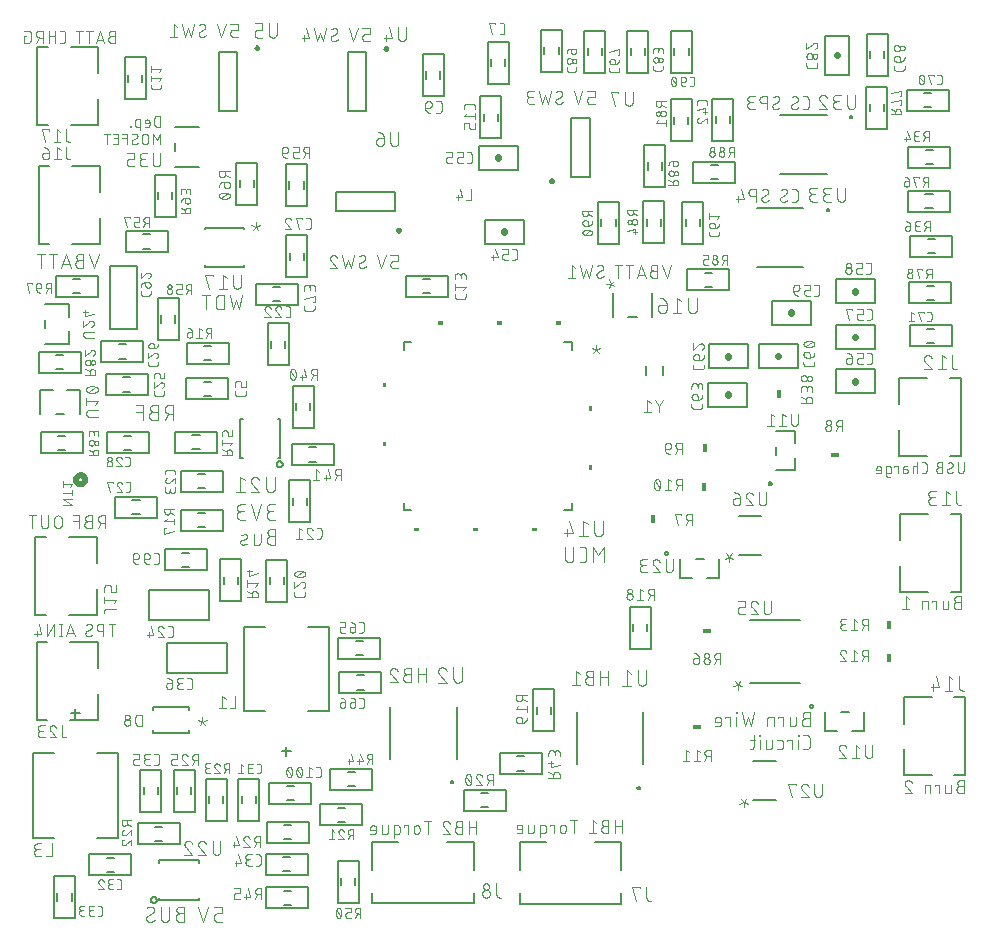
<source format=gbr>
G04 EAGLE Gerber RS-274X export*
G75*
%MOMM*%
%FSLAX34Y34*%
%LPD*%
%INSilkscreen Bottom*%
%IPPOS*%
%AMOC8*
5,1,8,0,0,1.08239X$1,22.5*%
G01*
%ADD10C,0.101600*%
%ADD11C,0.076200*%
%ADD12C,0.177800*%
%ADD13C,0.203200*%
%ADD14C,0.558800*%
%ADD15C,0.127000*%
%ADD16C,0.152400*%
%ADD17R,0.457200X0.762000*%
%ADD18R,0.762000X0.457200*%
%ADD19C,0.200000*%
%ADD20C,0.150000*%
%ADD21C,0.250000*%
%ADD22C,0.508000*%

G36*
X519107Y543181D02*
X519107Y543181D01*
X519109Y543180D01*
X519152Y543200D01*
X519196Y543218D01*
X519196Y543220D01*
X519198Y543221D01*
X519231Y543306D01*
X519231Y545846D01*
X519230Y545848D01*
X519231Y545850D01*
X519211Y545893D01*
X519193Y545937D01*
X519191Y545937D01*
X519190Y545939D01*
X519105Y545972D01*
X515295Y545972D01*
X515293Y545971D01*
X515291Y545972D01*
X515248Y545952D01*
X515204Y545934D01*
X515204Y545932D01*
X515202Y545931D01*
X515169Y545846D01*
X515169Y543306D01*
X515170Y543304D01*
X515169Y543302D01*
X515189Y543259D01*
X515207Y543215D01*
X515209Y543215D01*
X515210Y543213D01*
X515295Y543180D01*
X519105Y543180D01*
X519107Y543181D01*
G37*
G36*
X469107Y543181D02*
X469107Y543181D01*
X469109Y543180D01*
X469152Y543200D01*
X469196Y543218D01*
X469196Y543220D01*
X469198Y543221D01*
X469231Y543306D01*
X469231Y545846D01*
X469230Y545848D01*
X469231Y545850D01*
X469211Y545893D01*
X469193Y545937D01*
X469191Y545937D01*
X469190Y545939D01*
X469105Y545972D01*
X465295Y545972D01*
X465293Y545971D01*
X465291Y545972D01*
X465248Y545952D01*
X465204Y545934D01*
X465204Y545932D01*
X465202Y545931D01*
X465169Y545846D01*
X465169Y543306D01*
X465170Y543304D01*
X465169Y543302D01*
X465189Y543259D01*
X465207Y543215D01*
X465209Y543215D01*
X465210Y543213D01*
X465295Y543180D01*
X469105Y543180D01*
X469107Y543181D01*
G37*
G36*
X419107Y543181D02*
X419107Y543181D01*
X419109Y543180D01*
X419152Y543200D01*
X419196Y543218D01*
X419196Y543220D01*
X419198Y543221D01*
X419231Y543306D01*
X419231Y545846D01*
X419230Y545848D01*
X419231Y545850D01*
X419211Y545893D01*
X419193Y545937D01*
X419191Y545937D01*
X419190Y545939D01*
X419105Y545972D01*
X415295Y545972D01*
X415293Y545971D01*
X415291Y545972D01*
X415248Y545952D01*
X415204Y545934D01*
X415204Y545932D01*
X415202Y545931D01*
X415169Y545846D01*
X415169Y543306D01*
X415170Y543304D01*
X415169Y543302D01*
X415189Y543259D01*
X415207Y543215D01*
X415209Y543215D01*
X415210Y543213D01*
X415295Y543180D01*
X419105Y543180D01*
X419107Y543181D01*
G37*
G36*
X371096Y490170D02*
X371096Y490170D01*
X371098Y490169D01*
X371141Y490189D01*
X371185Y490207D01*
X371185Y490209D01*
X371187Y490210D01*
X371220Y490295D01*
X371220Y494105D01*
X371219Y494107D01*
X371220Y494109D01*
X371200Y494152D01*
X371182Y494196D01*
X371180Y494196D01*
X371179Y494198D01*
X371094Y494231D01*
X368554Y494231D01*
X368552Y494230D01*
X368550Y494231D01*
X368507Y494211D01*
X368463Y494193D01*
X368463Y494191D01*
X368461Y494190D01*
X368428Y494105D01*
X368428Y490295D01*
X368429Y490293D01*
X368428Y490291D01*
X368448Y490248D01*
X368466Y490204D01*
X368468Y490204D01*
X368469Y490202D01*
X368554Y490169D01*
X371094Y490169D01*
X371096Y490170D01*
G37*
G36*
X545848Y470170D02*
X545848Y470170D01*
X545850Y470169D01*
X545893Y470189D01*
X545937Y470207D01*
X545937Y470209D01*
X545939Y470210D01*
X545972Y470295D01*
X545972Y474105D01*
X545971Y474107D01*
X545972Y474109D01*
X545952Y474152D01*
X545934Y474196D01*
X545932Y474196D01*
X545931Y474198D01*
X545846Y474231D01*
X543306Y474231D01*
X543304Y474230D01*
X543302Y474231D01*
X543259Y474211D01*
X543215Y474193D01*
X543215Y474191D01*
X543213Y474190D01*
X543180Y474105D01*
X543180Y470295D01*
X543181Y470293D01*
X543180Y470291D01*
X543200Y470248D01*
X543218Y470204D01*
X543220Y470204D01*
X543221Y470202D01*
X543306Y470169D01*
X545846Y470169D01*
X545848Y470170D01*
G37*
G36*
X371096Y440170D02*
X371096Y440170D01*
X371098Y440169D01*
X371141Y440189D01*
X371185Y440207D01*
X371185Y440209D01*
X371187Y440210D01*
X371220Y440295D01*
X371220Y444105D01*
X371219Y444107D01*
X371220Y444109D01*
X371200Y444152D01*
X371182Y444196D01*
X371180Y444196D01*
X371179Y444198D01*
X371094Y444231D01*
X368554Y444231D01*
X368552Y444230D01*
X368550Y444231D01*
X368507Y444211D01*
X368463Y444193D01*
X368463Y444191D01*
X368461Y444190D01*
X368428Y444105D01*
X368428Y440295D01*
X368429Y440293D01*
X368428Y440291D01*
X368448Y440248D01*
X368466Y440204D01*
X368468Y440204D01*
X368469Y440202D01*
X368554Y440169D01*
X371094Y440169D01*
X371096Y440170D01*
G37*
G36*
X545848Y420170D02*
X545848Y420170D01*
X545850Y420169D01*
X545893Y420189D01*
X545937Y420207D01*
X545937Y420209D01*
X545939Y420210D01*
X545972Y420295D01*
X545972Y424105D01*
X545971Y424107D01*
X545972Y424109D01*
X545952Y424152D01*
X545934Y424196D01*
X545932Y424196D01*
X545931Y424198D01*
X545846Y424231D01*
X543306Y424231D01*
X543304Y424230D01*
X543302Y424231D01*
X543259Y424211D01*
X543215Y424193D01*
X543215Y424191D01*
X543213Y424190D01*
X543180Y424105D01*
X543180Y420295D01*
X543181Y420293D01*
X543180Y420291D01*
X543200Y420248D01*
X543218Y420204D01*
X543220Y420204D01*
X543221Y420202D01*
X543306Y420169D01*
X545846Y420169D01*
X545848Y420170D01*
G37*
G36*
X399107Y368429D02*
X399107Y368429D01*
X399109Y368428D01*
X399152Y368448D01*
X399196Y368466D01*
X399196Y368468D01*
X399198Y368469D01*
X399231Y368554D01*
X399231Y371094D01*
X399230Y371096D01*
X399231Y371098D01*
X399211Y371141D01*
X399193Y371185D01*
X399191Y371185D01*
X399190Y371187D01*
X399105Y371220D01*
X395295Y371220D01*
X395293Y371219D01*
X395291Y371220D01*
X395248Y371200D01*
X395204Y371182D01*
X395204Y371180D01*
X395202Y371179D01*
X395169Y371094D01*
X395169Y368554D01*
X395170Y368552D01*
X395169Y368550D01*
X395189Y368507D01*
X395207Y368463D01*
X395209Y368463D01*
X395210Y368461D01*
X395295Y368428D01*
X399105Y368428D01*
X399107Y368429D01*
G37*
G36*
X449107Y368429D02*
X449107Y368429D01*
X449109Y368428D01*
X449152Y368448D01*
X449196Y368466D01*
X449196Y368468D01*
X449198Y368469D01*
X449231Y368554D01*
X449231Y371094D01*
X449230Y371096D01*
X449231Y371098D01*
X449211Y371141D01*
X449193Y371185D01*
X449191Y371185D01*
X449190Y371187D01*
X449105Y371220D01*
X445295Y371220D01*
X445293Y371219D01*
X445291Y371220D01*
X445248Y371200D01*
X445204Y371182D01*
X445204Y371180D01*
X445202Y371179D01*
X445169Y371094D01*
X445169Y368554D01*
X445170Y368552D01*
X445169Y368550D01*
X445189Y368507D01*
X445207Y368463D01*
X445209Y368463D01*
X445210Y368461D01*
X445295Y368428D01*
X449105Y368428D01*
X449107Y368429D01*
G37*
G36*
X499107Y368429D02*
X499107Y368429D01*
X499109Y368428D01*
X499152Y368448D01*
X499196Y368466D01*
X499196Y368468D01*
X499198Y368469D01*
X499231Y368554D01*
X499231Y371094D01*
X499230Y371096D01*
X499231Y371098D01*
X499211Y371141D01*
X499193Y371185D01*
X499191Y371185D01*
X499190Y371187D01*
X499105Y371220D01*
X495295Y371220D01*
X495293Y371219D01*
X495291Y371220D01*
X495248Y371200D01*
X495204Y371182D01*
X495204Y371180D01*
X495202Y371179D01*
X495169Y371094D01*
X495169Y368554D01*
X495170Y368552D01*
X495169Y368550D01*
X495189Y368507D01*
X495207Y368463D01*
X495209Y368463D01*
X495210Y368461D01*
X495295Y368428D01*
X499105Y368428D01*
X499107Y368429D01*
G37*
D10*
X729876Y209960D02*
X726547Y209960D01*
X726433Y209958D01*
X726320Y209952D01*
X726207Y209943D01*
X726094Y209929D01*
X725981Y209912D01*
X725870Y209890D01*
X725759Y209865D01*
X725649Y209837D01*
X725540Y209804D01*
X725432Y209768D01*
X725326Y209728D01*
X725221Y209684D01*
X725117Y209637D01*
X725015Y209587D01*
X724915Y209533D01*
X724817Y209475D01*
X724721Y209415D01*
X724627Y209351D01*
X724535Y209284D01*
X724446Y209213D01*
X724359Y209140D01*
X724275Y209064D01*
X724193Y208985D01*
X724114Y208903D01*
X724038Y208819D01*
X723965Y208732D01*
X723894Y208643D01*
X723827Y208551D01*
X723763Y208457D01*
X723703Y208361D01*
X723645Y208263D01*
X723591Y208163D01*
X723541Y208061D01*
X723494Y207957D01*
X723450Y207852D01*
X723410Y207746D01*
X723374Y207638D01*
X723341Y207529D01*
X723313Y207419D01*
X723288Y207308D01*
X723266Y207197D01*
X723249Y207084D01*
X723235Y206971D01*
X723226Y206858D01*
X723220Y206745D01*
X723218Y206631D01*
X723220Y206517D01*
X723226Y206404D01*
X723235Y206291D01*
X723249Y206178D01*
X723266Y206065D01*
X723288Y205954D01*
X723313Y205843D01*
X723341Y205733D01*
X723374Y205624D01*
X723410Y205516D01*
X723450Y205410D01*
X723494Y205305D01*
X723541Y205201D01*
X723591Y205099D01*
X723645Y204999D01*
X723703Y204901D01*
X723763Y204805D01*
X723827Y204711D01*
X723894Y204619D01*
X723965Y204530D01*
X724038Y204443D01*
X724114Y204359D01*
X724193Y204277D01*
X724275Y204198D01*
X724359Y204122D01*
X724446Y204049D01*
X724535Y203978D01*
X724627Y203911D01*
X724721Y203847D01*
X724817Y203787D01*
X724915Y203729D01*
X725015Y203675D01*
X725117Y203625D01*
X725221Y203578D01*
X725326Y203534D01*
X725432Y203494D01*
X725540Y203458D01*
X725649Y203425D01*
X725759Y203397D01*
X725870Y203372D01*
X725981Y203350D01*
X726094Y203333D01*
X726207Y203319D01*
X726320Y203310D01*
X726433Y203304D01*
X726547Y203302D01*
X729876Y203302D01*
X729876Y215286D01*
X726547Y215286D01*
X726445Y215284D01*
X726343Y215278D01*
X726242Y215268D01*
X726140Y215255D01*
X726040Y215237D01*
X725940Y215216D01*
X725841Y215191D01*
X725744Y215162D01*
X725647Y215129D01*
X725552Y215093D01*
X725458Y215053D01*
X725365Y215009D01*
X725275Y214962D01*
X725186Y214912D01*
X725099Y214858D01*
X725015Y214801D01*
X724933Y214741D01*
X724853Y214677D01*
X724775Y214611D01*
X724700Y214542D01*
X724628Y214470D01*
X724559Y214395D01*
X724493Y214317D01*
X724429Y214237D01*
X724369Y214155D01*
X724312Y214071D01*
X724258Y213984D01*
X724208Y213895D01*
X724161Y213805D01*
X724117Y213712D01*
X724077Y213618D01*
X724041Y213523D01*
X724008Y213426D01*
X723979Y213329D01*
X723954Y213230D01*
X723933Y213130D01*
X723915Y213030D01*
X723902Y212928D01*
X723892Y212827D01*
X723886Y212725D01*
X723884Y212623D01*
X723886Y212521D01*
X723892Y212419D01*
X723902Y212318D01*
X723915Y212216D01*
X723933Y212116D01*
X723954Y212016D01*
X723979Y211917D01*
X724008Y211820D01*
X724041Y211723D01*
X724077Y211628D01*
X724117Y211534D01*
X724161Y211441D01*
X724208Y211351D01*
X724258Y211262D01*
X724312Y211175D01*
X724369Y211091D01*
X724429Y211009D01*
X724493Y210929D01*
X724559Y210851D01*
X724628Y210776D01*
X724700Y210704D01*
X724775Y210635D01*
X724853Y210569D01*
X724933Y210505D01*
X725015Y210445D01*
X725099Y210388D01*
X725186Y210334D01*
X725275Y210284D01*
X725365Y210237D01*
X725458Y210193D01*
X725552Y210153D01*
X725647Y210117D01*
X725744Y210084D01*
X725841Y210055D01*
X725940Y210030D01*
X726040Y210009D01*
X726140Y209991D01*
X726242Y209978D01*
X726343Y209968D01*
X726445Y209962D01*
X726547Y209960D01*
X718462Y211291D02*
X718462Y205299D01*
X718461Y205299D02*
X718459Y205212D01*
X718453Y205125D01*
X718444Y205038D01*
X718431Y204952D01*
X718414Y204867D01*
X718393Y204782D01*
X718369Y204698D01*
X718341Y204616D01*
X718309Y204535D01*
X718274Y204455D01*
X718235Y204377D01*
X718193Y204301D01*
X718148Y204226D01*
X718100Y204154D01*
X718048Y204083D01*
X717994Y204015D01*
X717936Y203950D01*
X717876Y203887D01*
X717813Y203827D01*
X717748Y203769D01*
X717680Y203715D01*
X717609Y203663D01*
X717537Y203615D01*
X717463Y203570D01*
X717386Y203528D01*
X717308Y203489D01*
X717228Y203454D01*
X717147Y203422D01*
X717065Y203394D01*
X716981Y203370D01*
X716896Y203349D01*
X716811Y203332D01*
X716725Y203319D01*
X716638Y203310D01*
X716551Y203304D01*
X716464Y203302D01*
X713135Y203302D01*
X713135Y211291D01*
X707475Y211291D02*
X707475Y203302D01*
X707475Y211291D02*
X703480Y211291D01*
X703480Y209960D01*
X699352Y211291D02*
X699352Y203302D01*
X699352Y211291D02*
X696023Y211291D01*
X695936Y211289D01*
X695849Y211283D01*
X695762Y211274D01*
X695676Y211261D01*
X695591Y211244D01*
X695506Y211223D01*
X695423Y211199D01*
X695340Y211171D01*
X695259Y211139D01*
X695179Y211104D01*
X695101Y211065D01*
X695025Y211023D01*
X694950Y210978D01*
X694878Y210930D01*
X694807Y210878D01*
X694739Y210824D01*
X694674Y210766D01*
X694611Y210706D01*
X694551Y210643D01*
X694493Y210578D01*
X694439Y210510D01*
X694387Y210439D01*
X694339Y210367D01*
X694294Y210293D01*
X694252Y210216D01*
X694213Y210138D01*
X694178Y210058D01*
X694146Y209977D01*
X694118Y209895D01*
X694094Y209811D01*
X694073Y209726D01*
X694056Y209641D01*
X694043Y209555D01*
X694034Y209468D01*
X694028Y209381D01*
X694026Y209294D01*
X694026Y203302D01*
X680242Y203302D02*
X682905Y215286D01*
X677579Y211291D02*
X680242Y203302D01*
X674916Y203302D02*
X677579Y211291D01*
X672252Y215286D02*
X674916Y203302D01*
X667829Y203302D02*
X667829Y211291D01*
X668162Y214620D02*
X668162Y215286D01*
X667496Y215286D01*
X667496Y214620D01*
X668162Y214620D01*
X662625Y211291D02*
X662625Y203302D01*
X662625Y211291D02*
X658630Y211291D01*
X658630Y209960D01*
X652895Y203302D02*
X649566Y203302D01*
X652895Y203302D02*
X652982Y203304D01*
X653069Y203310D01*
X653156Y203319D01*
X653242Y203332D01*
X653327Y203349D01*
X653412Y203370D01*
X653496Y203394D01*
X653578Y203422D01*
X653659Y203454D01*
X653739Y203489D01*
X653817Y203528D01*
X653894Y203570D01*
X653968Y203615D01*
X654040Y203663D01*
X654111Y203715D01*
X654179Y203769D01*
X654244Y203827D01*
X654307Y203887D01*
X654367Y203950D01*
X654425Y204015D01*
X654479Y204083D01*
X654531Y204154D01*
X654579Y204226D01*
X654624Y204301D01*
X654666Y204377D01*
X654705Y204455D01*
X654740Y204535D01*
X654772Y204616D01*
X654800Y204698D01*
X654824Y204782D01*
X654845Y204867D01*
X654862Y204952D01*
X654875Y205038D01*
X654884Y205125D01*
X654890Y205212D01*
X654892Y205299D01*
X654892Y208628D01*
X654890Y208730D01*
X654884Y208832D01*
X654874Y208933D01*
X654861Y209035D01*
X654843Y209135D01*
X654822Y209235D01*
X654797Y209334D01*
X654768Y209431D01*
X654735Y209528D01*
X654699Y209623D01*
X654659Y209717D01*
X654615Y209810D01*
X654568Y209900D01*
X654518Y209989D01*
X654464Y210076D01*
X654407Y210160D01*
X654347Y210242D01*
X654283Y210322D01*
X654217Y210400D01*
X654148Y210475D01*
X654076Y210547D01*
X654001Y210616D01*
X653923Y210682D01*
X653843Y210746D01*
X653761Y210806D01*
X653677Y210863D01*
X653590Y210917D01*
X653501Y210967D01*
X653411Y211014D01*
X653318Y211058D01*
X653224Y211098D01*
X653129Y211134D01*
X653032Y211167D01*
X652935Y211196D01*
X652836Y211221D01*
X652736Y211242D01*
X652636Y211260D01*
X652534Y211273D01*
X652433Y211283D01*
X652331Y211289D01*
X652229Y211291D01*
X652127Y211289D01*
X652025Y211283D01*
X651924Y211273D01*
X651822Y211260D01*
X651722Y211242D01*
X651622Y211221D01*
X651523Y211196D01*
X651426Y211167D01*
X651329Y211134D01*
X651234Y211098D01*
X651140Y211058D01*
X651047Y211014D01*
X650957Y210967D01*
X650868Y210917D01*
X650781Y210863D01*
X650697Y210806D01*
X650615Y210746D01*
X650535Y210682D01*
X650457Y210616D01*
X650382Y210547D01*
X650310Y210475D01*
X650241Y210400D01*
X650175Y210322D01*
X650111Y210242D01*
X650051Y210160D01*
X649994Y210076D01*
X649940Y209989D01*
X649890Y209900D01*
X649843Y209810D01*
X649799Y209717D01*
X649759Y209623D01*
X649723Y209528D01*
X649690Y209431D01*
X649661Y209334D01*
X649636Y209235D01*
X649615Y209135D01*
X649597Y209035D01*
X649584Y208933D01*
X649574Y208832D01*
X649568Y208730D01*
X649566Y208628D01*
X649566Y207297D01*
X654892Y207297D01*
X724550Y183802D02*
X727213Y183802D01*
X727315Y183804D01*
X727417Y183810D01*
X727518Y183820D01*
X727620Y183833D01*
X727720Y183851D01*
X727820Y183872D01*
X727919Y183897D01*
X728016Y183926D01*
X728113Y183959D01*
X728208Y183995D01*
X728302Y184035D01*
X728395Y184079D01*
X728485Y184126D01*
X728574Y184176D01*
X728661Y184230D01*
X728745Y184287D01*
X728827Y184347D01*
X728907Y184411D01*
X728985Y184477D01*
X729060Y184546D01*
X729132Y184618D01*
X729201Y184693D01*
X729267Y184771D01*
X729331Y184851D01*
X729391Y184933D01*
X729448Y185017D01*
X729502Y185104D01*
X729552Y185193D01*
X729599Y185283D01*
X729643Y185376D01*
X729683Y185470D01*
X729719Y185565D01*
X729752Y185662D01*
X729781Y185759D01*
X729806Y185858D01*
X729827Y185958D01*
X729845Y186059D01*
X729858Y186160D01*
X729868Y186261D01*
X729874Y186363D01*
X729876Y186465D01*
X729876Y193123D01*
X729874Y193225D01*
X729868Y193327D01*
X729858Y193428D01*
X729845Y193529D01*
X729827Y193630D01*
X729806Y193730D01*
X729781Y193829D01*
X729752Y193926D01*
X729719Y194023D01*
X729683Y194118D01*
X729643Y194212D01*
X729599Y194305D01*
X729552Y194395D01*
X729502Y194484D01*
X729448Y194571D01*
X729391Y194655D01*
X729331Y194737D01*
X729267Y194817D01*
X729201Y194895D01*
X729132Y194970D01*
X729060Y195042D01*
X728985Y195111D01*
X728907Y195177D01*
X728827Y195241D01*
X728745Y195301D01*
X728661Y195358D01*
X728574Y195412D01*
X728485Y195462D01*
X728395Y195509D01*
X728302Y195553D01*
X728209Y195593D01*
X728113Y195629D01*
X728017Y195662D01*
X727919Y195691D01*
X727820Y195716D01*
X727720Y195737D01*
X727620Y195755D01*
X727518Y195768D01*
X727417Y195778D01*
X727315Y195784D01*
X727213Y195786D01*
X724550Y195786D01*
X720274Y191791D02*
X720274Y183802D01*
X720607Y195120D02*
X720607Y195786D01*
X719941Y195786D01*
X719941Y195120D01*
X720607Y195120D01*
X715070Y191791D02*
X715070Y183802D01*
X715070Y191791D02*
X711075Y191791D01*
X711075Y190460D01*
X705326Y183802D02*
X702663Y183802D01*
X705326Y183802D02*
X705413Y183804D01*
X705500Y183810D01*
X705587Y183819D01*
X705673Y183832D01*
X705758Y183849D01*
X705843Y183870D01*
X705927Y183894D01*
X706009Y183922D01*
X706090Y183954D01*
X706170Y183989D01*
X706248Y184028D01*
X706325Y184070D01*
X706399Y184115D01*
X706471Y184163D01*
X706542Y184215D01*
X706610Y184269D01*
X706675Y184327D01*
X706738Y184387D01*
X706798Y184450D01*
X706856Y184515D01*
X706910Y184583D01*
X706962Y184654D01*
X707010Y184726D01*
X707055Y184801D01*
X707097Y184877D01*
X707136Y184955D01*
X707171Y185035D01*
X707203Y185116D01*
X707231Y185198D01*
X707255Y185282D01*
X707276Y185367D01*
X707293Y185452D01*
X707306Y185538D01*
X707315Y185625D01*
X707321Y185712D01*
X707323Y185799D01*
X707323Y189794D01*
X707321Y189881D01*
X707315Y189968D01*
X707306Y190055D01*
X707293Y190141D01*
X707276Y190226D01*
X707255Y190311D01*
X707231Y190395D01*
X707203Y190477D01*
X707171Y190558D01*
X707136Y190638D01*
X707097Y190716D01*
X707055Y190793D01*
X707010Y190867D01*
X706962Y190939D01*
X706910Y191010D01*
X706856Y191078D01*
X706798Y191143D01*
X706738Y191206D01*
X706675Y191266D01*
X706610Y191324D01*
X706542Y191378D01*
X706471Y191430D01*
X706399Y191478D01*
X706325Y191523D01*
X706248Y191565D01*
X706170Y191604D01*
X706090Y191639D01*
X706009Y191671D01*
X705927Y191699D01*
X705843Y191723D01*
X705758Y191744D01*
X705673Y191761D01*
X705587Y191774D01*
X705500Y191783D01*
X705413Y191789D01*
X705326Y191791D01*
X702663Y191791D01*
X697977Y191791D02*
X697977Y185799D01*
X697975Y185712D01*
X697969Y185625D01*
X697960Y185538D01*
X697947Y185452D01*
X697930Y185367D01*
X697909Y185282D01*
X697885Y185198D01*
X697857Y185116D01*
X697825Y185035D01*
X697790Y184955D01*
X697751Y184877D01*
X697709Y184801D01*
X697664Y184726D01*
X697616Y184654D01*
X697564Y184583D01*
X697510Y184515D01*
X697452Y184450D01*
X697392Y184387D01*
X697329Y184327D01*
X697264Y184269D01*
X697196Y184215D01*
X697125Y184163D01*
X697053Y184115D01*
X696979Y184070D01*
X696902Y184028D01*
X696824Y183989D01*
X696744Y183954D01*
X696663Y183922D01*
X696581Y183894D01*
X696497Y183870D01*
X696412Y183849D01*
X696327Y183832D01*
X696241Y183819D01*
X696154Y183810D01*
X696067Y183804D01*
X695980Y183802D01*
X692651Y183802D01*
X692651Y191791D01*
X687514Y191791D02*
X687514Y183802D01*
X687847Y195120D02*
X687847Y195786D01*
X687181Y195786D01*
X687181Y195120D01*
X687847Y195120D01*
X683755Y191791D02*
X679760Y191791D01*
X682423Y195786D02*
X682423Y185799D01*
X682421Y185712D01*
X682415Y185625D01*
X682406Y185538D01*
X682393Y185452D01*
X682376Y185367D01*
X682355Y185282D01*
X682331Y185198D01*
X682303Y185116D01*
X682271Y185035D01*
X682236Y184955D01*
X682197Y184877D01*
X682155Y184801D01*
X682110Y184726D01*
X682062Y184654D01*
X682010Y184583D01*
X681956Y184515D01*
X681898Y184450D01*
X681838Y184387D01*
X681775Y184327D01*
X681710Y184269D01*
X681642Y184215D01*
X681571Y184163D01*
X681499Y184115D01*
X681425Y184070D01*
X681348Y184028D01*
X681270Y183989D01*
X681190Y183954D01*
X681109Y183922D01*
X681027Y183894D01*
X680943Y183870D01*
X680858Y183849D01*
X680773Y183832D01*
X680687Y183819D01*
X680600Y183810D01*
X680513Y183804D01*
X680426Y183802D01*
X679760Y183802D01*
X857270Y152687D02*
X860321Y152687D01*
X857270Y152687D02*
X857161Y152685D01*
X857052Y152679D01*
X856944Y152670D01*
X856836Y152656D01*
X856728Y152639D01*
X856621Y152617D01*
X856515Y152592D01*
X856410Y152563D01*
X856306Y152531D01*
X856204Y152495D01*
X856102Y152455D01*
X856003Y152411D01*
X855904Y152364D01*
X855808Y152314D01*
X855713Y152260D01*
X855621Y152203D01*
X855530Y152142D01*
X855442Y152078D01*
X855356Y152012D01*
X855272Y151942D01*
X855191Y151869D01*
X855113Y151793D01*
X855037Y151715D01*
X854964Y151634D01*
X854894Y151550D01*
X854828Y151464D01*
X854764Y151376D01*
X854703Y151285D01*
X854646Y151193D01*
X854592Y151098D01*
X854542Y151002D01*
X854495Y150903D01*
X854451Y150804D01*
X854411Y150702D01*
X854375Y150600D01*
X854343Y150496D01*
X854314Y150391D01*
X854289Y150285D01*
X854267Y150178D01*
X854250Y150070D01*
X854236Y149962D01*
X854227Y149854D01*
X854221Y149745D01*
X854219Y149636D01*
X854221Y149527D01*
X854227Y149418D01*
X854236Y149310D01*
X854250Y149202D01*
X854267Y149094D01*
X854289Y148987D01*
X854314Y148881D01*
X854343Y148776D01*
X854375Y148672D01*
X854411Y148570D01*
X854451Y148468D01*
X854495Y148369D01*
X854542Y148270D01*
X854592Y148174D01*
X854646Y148079D01*
X854703Y147987D01*
X854764Y147896D01*
X854828Y147808D01*
X854894Y147722D01*
X854964Y147638D01*
X855037Y147557D01*
X855113Y147479D01*
X855191Y147403D01*
X855272Y147330D01*
X855356Y147260D01*
X855442Y147194D01*
X855530Y147130D01*
X855621Y147069D01*
X855713Y147012D01*
X855808Y146958D01*
X855904Y146908D01*
X856003Y146861D01*
X856102Y146817D01*
X856204Y146777D01*
X856306Y146741D01*
X856410Y146709D01*
X856515Y146680D01*
X856621Y146655D01*
X856728Y146633D01*
X856836Y146616D01*
X856944Y146602D01*
X857052Y146593D01*
X857161Y146587D01*
X857270Y146585D01*
X860321Y146585D01*
X860321Y157569D01*
X857270Y157569D01*
X857173Y157567D01*
X857076Y157561D01*
X856979Y157552D01*
X856883Y157538D01*
X856788Y157521D01*
X856693Y157500D01*
X856599Y157475D01*
X856506Y157447D01*
X856415Y157414D01*
X856325Y157379D01*
X856236Y157339D01*
X856149Y157296D01*
X856064Y157250D01*
X855980Y157200D01*
X855899Y157147D01*
X855820Y157091D01*
X855743Y157032D01*
X855668Y156970D01*
X855596Y156905D01*
X855527Y156837D01*
X855460Y156766D01*
X855397Y156693D01*
X855336Y156617D01*
X855278Y156539D01*
X855224Y156459D01*
X855172Y156376D01*
X855124Y156292D01*
X855080Y156206D01*
X855039Y156118D01*
X855001Y156028D01*
X854967Y155937D01*
X854937Y155845D01*
X854910Y155752D01*
X854887Y155658D01*
X854868Y155562D01*
X854853Y155467D01*
X854841Y155370D01*
X854833Y155274D01*
X854829Y155177D01*
X854829Y155079D01*
X854833Y154982D01*
X854841Y154886D01*
X854853Y154789D01*
X854868Y154694D01*
X854887Y154598D01*
X854910Y154504D01*
X854937Y154411D01*
X854967Y154319D01*
X855001Y154228D01*
X855039Y154138D01*
X855080Y154050D01*
X855124Y153964D01*
X855172Y153880D01*
X855224Y153797D01*
X855278Y153717D01*
X855336Y153639D01*
X855397Y153563D01*
X855460Y153490D01*
X855527Y153419D01*
X855596Y153351D01*
X855668Y153286D01*
X855743Y153224D01*
X855820Y153165D01*
X855899Y153109D01*
X855980Y153056D01*
X856064Y153006D01*
X856149Y152960D01*
X856236Y152917D01*
X856325Y152877D01*
X856415Y152842D01*
X856506Y152809D01*
X856599Y152781D01*
X856693Y152756D01*
X856788Y152735D01*
X856883Y152718D01*
X856979Y152704D01*
X857076Y152695D01*
X857173Y152689D01*
X857270Y152687D01*
X849795Y153908D02*
X849795Y148416D01*
X849793Y148331D01*
X849787Y148247D01*
X849777Y148163D01*
X849764Y148080D01*
X849746Y147997D01*
X849725Y147915D01*
X849700Y147834D01*
X849671Y147755D01*
X849639Y147676D01*
X849603Y147600D01*
X849564Y147525D01*
X849521Y147452D01*
X849475Y147381D01*
X849425Y147313D01*
X849373Y147246D01*
X849317Y147182D01*
X849259Y147121D01*
X849198Y147063D01*
X849134Y147007D01*
X849067Y146955D01*
X848999Y146905D01*
X848928Y146859D01*
X848855Y146816D01*
X848780Y146777D01*
X848704Y146741D01*
X848625Y146709D01*
X848546Y146680D01*
X848465Y146655D01*
X848383Y146634D01*
X848300Y146616D01*
X848217Y146603D01*
X848133Y146593D01*
X848049Y146587D01*
X847964Y146585D01*
X844913Y146585D01*
X844913Y153908D01*
X839650Y153908D02*
X839650Y146585D01*
X839650Y153908D02*
X835989Y153908D01*
X835989Y152687D01*
X832155Y153908D02*
X832155Y146585D01*
X832155Y153908D02*
X829104Y153908D01*
X829019Y153906D01*
X828935Y153900D01*
X828851Y153890D01*
X828768Y153877D01*
X828685Y153859D01*
X828603Y153838D01*
X828522Y153813D01*
X828443Y153784D01*
X828364Y153752D01*
X828288Y153716D01*
X828213Y153677D01*
X828140Y153634D01*
X828069Y153588D01*
X828001Y153538D01*
X827934Y153486D01*
X827870Y153430D01*
X827809Y153372D01*
X827751Y153311D01*
X827695Y153247D01*
X827643Y153180D01*
X827593Y153112D01*
X827547Y153041D01*
X827504Y152968D01*
X827465Y152893D01*
X827429Y152817D01*
X827397Y152738D01*
X827368Y152659D01*
X827343Y152578D01*
X827322Y152496D01*
X827304Y152413D01*
X827291Y152330D01*
X827281Y152246D01*
X827275Y152162D01*
X827273Y152077D01*
X827273Y146585D01*
X813209Y157569D02*
X813106Y157567D01*
X813004Y157561D01*
X812902Y157552D01*
X812800Y157538D01*
X812698Y157521D01*
X812598Y157500D01*
X812498Y157475D01*
X812400Y157447D01*
X812302Y157415D01*
X812206Y157379D01*
X812111Y157340D01*
X812018Y157297D01*
X811926Y157251D01*
X811836Y157201D01*
X811748Y157148D01*
X811662Y157092D01*
X811578Y157032D01*
X811497Y156970D01*
X811418Y156904D01*
X811341Y156836D01*
X811267Y156765D01*
X811196Y156691D01*
X811128Y156614D01*
X811062Y156535D01*
X811000Y156454D01*
X810940Y156370D01*
X810884Y156284D01*
X810831Y156196D01*
X810781Y156106D01*
X810735Y156014D01*
X810692Y155921D01*
X810653Y155826D01*
X810617Y155730D01*
X810585Y155632D01*
X810557Y155534D01*
X810532Y155434D01*
X810511Y155334D01*
X810494Y155232D01*
X810480Y155130D01*
X810471Y155028D01*
X810465Y154926D01*
X810463Y154823D01*
X813209Y157569D02*
X813326Y157567D01*
X813442Y157561D01*
X813559Y157552D01*
X813675Y157538D01*
X813790Y157521D01*
X813905Y157500D01*
X814019Y157475D01*
X814132Y157446D01*
X814244Y157414D01*
X814355Y157378D01*
X814465Y157338D01*
X814574Y157294D01*
X814680Y157247D01*
X814786Y157197D01*
X814889Y157143D01*
X814991Y157086D01*
X815091Y157025D01*
X815189Y156961D01*
X815284Y156894D01*
X815377Y156824D01*
X815468Y156751D01*
X815557Y156674D01*
X815643Y156595D01*
X815726Y156513D01*
X815806Y156429D01*
X815884Y156342D01*
X815958Y156252D01*
X816030Y156160D01*
X816099Y156065D01*
X816164Y155968D01*
X816226Y155870D01*
X816285Y155769D01*
X816340Y155666D01*
X816393Y155561D01*
X816441Y155455D01*
X816486Y155348D01*
X816528Y155238D01*
X816565Y155128D01*
X811379Y152688D02*
X811305Y152760D01*
X811234Y152836D01*
X811165Y152914D01*
X811100Y152994D01*
X811037Y153077D01*
X810977Y153161D01*
X810920Y153248D01*
X810866Y153337D01*
X810815Y153428D01*
X810768Y153520D01*
X810723Y153614D01*
X810682Y153709D01*
X810645Y153806D01*
X810611Y153904D01*
X810580Y154003D01*
X810553Y154104D01*
X810530Y154205D01*
X810510Y154307D01*
X810493Y154409D01*
X810480Y154512D01*
X810471Y154616D01*
X810466Y154719D01*
X810464Y154823D01*
X811378Y152687D02*
X816565Y146585D01*
X810463Y146585D01*
X854858Y308461D02*
X857909Y308461D01*
X854858Y308461D02*
X854749Y308459D01*
X854640Y308453D01*
X854532Y308444D01*
X854424Y308430D01*
X854316Y308413D01*
X854209Y308391D01*
X854103Y308366D01*
X853998Y308337D01*
X853894Y308305D01*
X853792Y308269D01*
X853690Y308229D01*
X853591Y308185D01*
X853492Y308138D01*
X853396Y308088D01*
X853301Y308034D01*
X853209Y307977D01*
X853118Y307916D01*
X853030Y307852D01*
X852944Y307786D01*
X852860Y307716D01*
X852779Y307643D01*
X852701Y307567D01*
X852625Y307489D01*
X852552Y307408D01*
X852482Y307324D01*
X852416Y307238D01*
X852352Y307150D01*
X852291Y307059D01*
X852234Y306967D01*
X852180Y306872D01*
X852130Y306776D01*
X852083Y306677D01*
X852039Y306578D01*
X851999Y306476D01*
X851963Y306374D01*
X851931Y306270D01*
X851902Y306165D01*
X851877Y306059D01*
X851855Y305952D01*
X851838Y305844D01*
X851824Y305736D01*
X851815Y305628D01*
X851809Y305519D01*
X851807Y305410D01*
X851809Y305301D01*
X851815Y305192D01*
X851824Y305084D01*
X851838Y304976D01*
X851855Y304868D01*
X851877Y304761D01*
X851902Y304655D01*
X851931Y304550D01*
X851963Y304446D01*
X851999Y304344D01*
X852039Y304242D01*
X852083Y304143D01*
X852130Y304044D01*
X852180Y303948D01*
X852234Y303853D01*
X852291Y303761D01*
X852352Y303670D01*
X852416Y303582D01*
X852482Y303496D01*
X852552Y303412D01*
X852625Y303331D01*
X852701Y303253D01*
X852779Y303177D01*
X852860Y303104D01*
X852944Y303034D01*
X853030Y302968D01*
X853118Y302904D01*
X853209Y302843D01*
X853301Y302786D01*
X853396Y302732D01*
X853492Y302682D01*
X853591Y302635D01*
X853690Y302591D01*
X853792Y302551D01*
X853894Y302515D01*
X853998Y302483D01*
X854103Y302454D01*
X854209Y302429D01*
X854316Y302407D01*
X854424Y302390D01*
X854532Y302376D01*
X854640Y302367D01*
X854749Y302361D01*
X854858Y302359D01*
X857909Y302359D01*
X857909Y313343D01*
X854858Y313343D01*
X854761Y313341D01*
X854664Y313335D01*
X854567Y313326D01*
X854471Y313312D01*
X854376Y313295D01*
X854281Y313274D01*
X854187Y313249D01*
X854094Y313221D01*
X854003Y313188D01*
X853913Y313153D01*
X853824Y313113D01*
X853737Y313070D01*
X853652Y313024D01*
X853568Y312974D01*
X853487Y312921D01*
X853408Y312865D01*
X853331Y312806D01*
X853256Y312744D01*
X853184Y312679D01*
X853115Y312611D01*
X853048Y312540D01*
X852985Y312467D01*
X852924Y312391D01*
X852866Y312313D01*
X852812Y312233D01*
X852760Y312150D01*
X852712Y312066D01*
X852668Y311980D01*
X852627Y311892D01*
X852589Y311802D01*
X852555Y311711D01*
X852525Y311619D01*
X852498Y311526D01*
X852475Y311432D01*
X852456Y311336D01*
X852441Y311241D01*
X852429Y311144D01*
X852421Y311048D01*
X852417Y310951D01*
X852417Y310853D01*
X852421Y310756D01*
X852429Y310660D01*
X852441Y310563D01*
X852456Y310468D01*
X852475Y310372D01*
X852498Y310278D01*
X852525Y310185D01*
X852555Y310093D01*
X852589Y310002D01*
X852627Y309912D01*
X852668Y309824D01*
X852712Y309738D01*
X852760Y309654D01*
X852812Y309571D01*
X852866Y309491D01*
X852924Y309413D01*
X852985Y309337D01*
X853048Y309264D01*
X853115Y309193D01*
X853184Y309125D01*
X853256Y309060D01*
X853331Y308998D01*
X853408Y308939D01*
X853487Y308883D01*
X853568Y308830D01*
X853652Y308780D01*
X853737Y308734D01*
X853824Y308691D01*
X853913Y308651D01*
X854003Y308616D01*
X854094Y308583D01*
X854187Y308555D01*
X854281Y308530D01*
X854376Y308509D01*
X854471Y308492D01*
X854567Y308478D01*
X854664Y308469D01*
X854761Y308463D01*
X854858Y308461D01*
X847383Y309682D02*
X847383Y304190D01*
X847381Y304105D01*
X847375Y304021D01*
X847365Y303937D01*
X847352Y303854D01*
X847334Y303771D01*
X847313Y303689D01*
X847288Y303608D01*
X847259Y303529D01*
X847227Y303450D01*
X847191Y303374D01*
X847152Y303299D01*
X847109Y303226D01*
X847063Y303155D01*
X847013Y303087D01*
X846961Y303020D01*
X846905Y302956D01*
X846847Y302895D01*
X846786Y302837D01*
X846722Y302781D01*
X846655Y302729D01*
X846587Y302679D01*
X846516Y302633D01*
X846443Y302590D01*
X846368Y302551D01*
X846292Y302515D01*
X846213Y302483D01*
X846134Y302454D01*
X846053Y302429D01*
X845971Y302408D01*
X845888Y302390D01*
X845805Y302377D01*
X845721Y302367D01*
X845637Y302361D01*
X845552Y302359D01*
X842501Y302359D01*
X842501Y309682D01*
X837239Y309682D02*
X837239Y302359D01*
X837239Y309682D02*
X833577Y309682D01*
X833577Y308461D01*
X829743Y309682D02*
X829743Y302359D01*
X829743Y309682D02*
X826692Y309682D01*
X826607Y309680D01*
X826523Y309674D01*
X826439Y309664D01*
X826356Y309651D01*
X826273Y309633D01*
X826191Y309612D01*
X826110Y309587D01*
X826031Y309558D01*
X825952Y309526D01*
X825876Y309490D01*
X825801Y309451D01*
X825728Y309408D01*
X825657Y309362D01*
X825589Y309312D01*
X825522Y309260D01*
X825458Y309204D01*
X825397Y309146D01*
X825339Y309085D01*
X825283Y309021D01*
X825231Y308954D01*
X825181Y308886D01*
X825135Y308815D01*
X825092Y308742D01*
X825053Y308667D01*
X825017Y308591D01*
X824985Y308512D01*
X824956Y308433D01*
X824931Y308352D01*
X824910Y308270D01*
X824892Y308187D01*
X824879Y308104D01*
X824869Y308020D01*
X824863Y307936D01*
X824861Y307851D01*
X824861Y302359D01*
X814153Y310902D02*
X811102Y313343D01*
X811102Y302359D01*
X814153Y302359D02*
X808051Y302359D01*
D11*
X860407Y420081D02*
X860407Y426753D01*
X860407Y420081D02*
X860405Y419982D01*
X860399Y419882D01*
X860390Y419783D01*
X860376Y419685D01*
X860359Y419587D01*
X860338Y419489D01*
X860313Y419393D01*
X860284Y419298D01*
X860252Y419203D01*
X860216Y419111D01*
X860177Y419019D01*
X860134Y418929D01*
X860088Y418841D01*
X860038Y418755D01*
X859985Y418671D01*
X859929Y418589D01*
X859869Y418509D01*
X859807Y418432D01*
X859741Y418357D01*
X859673Y418284D01*
X859602Y418215D01*
X859528Y418148D01*
X859452Y418084D01*
X859373Y418023D01*
X859292Y417965D01*
X859209Y417910D01*
X859124Y417859D01*
X859037Y417811D01*
X858948Y417766D01*
X858857Y417725D01*
X858765Y417687D01*
X858672Y417653D01*
X858577Y417623D01*
X858481Y417596D01*
X858384Y417573D01*
X858287Y417554D01*
X858188Y417539D01*
X858089Y417527D01*
X857990Y417519D01*
X857891Y417515D01*
X857791Y417515D01*
X857692Y417519D01*
X857593Y417527D01*
X857494Y417539D01*
X857395Y417554D01*
X857298Y417573D01*
X857201Y417596D01*
X857105Y417623D01*
X857010Y417653D01*
X856917Y417687D01*
X856825Y417725D01*
X856734Y417766D01*
X856645Y417811D01*
X856558Y417859D01*
X856473Y417910D01*
X856390Y417965D01*
X856309Y418023D01*
X856230Y418084D01*
X856154Y418148D01*
X856080Y418215D01*
X856009Y418284D01*
X855941Y418357D01*
X855875Y418432D01*
X855813Y418509D01*
X855753Y418589D01*
X855697Y418671D01*
X855644Y418755D01*
X855594Y418841D01*
X855548Y418929D01*
X855505Y419019D01*
X855466Y419111D01*
X855430Y419203D01*
X855398Y419298D01*
X855369Y419393D01*
X855344Y419489D01*
X855323Y419587D01*
X855306Y419685D01*
X855292Y419783D01*
X855283Y419882D01*
X855277Y419982D01*
X855275Y420081D01*
X855274Y420081D02*
X855274Y426753D01*
X846274Y419568D02*
X846276Y419478D01*
X846282Y419389D01*
X846292Y419300D01*
X846305Y419211D01*
X846323Y419124D01*
X846344Y419037D01*
X846369Y418951D01*
X846398Y418866D01*
X846430Y418782D01*
X846466Y418700D01*
X846506Y418620D01*
X846549Y418541D01*
X846596Y418465D01*
X846645Y418390D01*
X846698Y418318D01*
X846754Y418248D01*
X846813Y418181D01*
X846875Y418116D01*
X846940Y418054D01*
X847007Y417995D01*
X847077Y417939D01*
X847149Y417886D01*
X847224Y417837D01*
X847301Y417790D01*
X847379Y417747D01*
X847459Y417707D01*
X847541Y417671D01*
X847625Y417639D01*
X847710Y417610D01*
X847796Y417585D01*
X847883Y417564D01*
X847971Y417546D01*
X848059Y417533D01*
X848148Y417523D01*
X848237Y417517D01*
X848327Y417515D01*
X848454Y417517D01*
X848581Y417522D01*
X848707Y417532D01*
X848833Y417545D01*
X848959Y417561D01*
X849084Y417582D01*
X849209Y417606D01*
X849332Y417633D01*
X849455Y417664D01*
X849577Y417699D01*
X849698Y417737D01*
X849818Y417779D01*
X849936Y417825D01*
X850053Y417873D01*
X850169Y417926D01*
X850283Y417981D01*
X850395Y418040D01*
X850506Y418102D01*
X850615Y418167D01*
X850721Y418236D01*
X850826Y418307D01*
X850929Y418382D01*
X851029Y418460D01*
X851127Y418540D01*
X851223Y418623D01*
X851316Y418709D01*
X851406Y418798D01*
X851150Y424700D02*
X851148Y424790D01*
X851142Y424879D01*
X851132Y424968D01*
X851119Y425056D01*
X851101Y425144D01*
X851080Y425231D01*
X851055Y425317D01*
X851026Y425402D01*
X850994Y425486D01*
X850958Y425568D01*
X850918Y425648D01*
X850875Y425727D01*
X850828Y425803D01*
X850779Y425878D01*
X850726Y425950D01*
X850670Y426020D01*
X850611Y426087D01*
X850549Y426152D01*
X850484Y426214D01*
X850417Y426273D01*
X850347Y426329D01*
X850275Y426382D01*
X850200Y426431D01*
X850124Y426478D01*
X850045Y426521D01*
X849965Y426561D01*
X849883Y426597D01*
X849799Y426629D01*
X849714Y426658D01*
X849628Y426683D01*
X849541Y426704D01*
X849453Y426722D01*
X849365Y426735D01*
X849276Y426745D01*
X849187Y426751D01*
X849097Y426753D01*
X848973Y426751D01*
X848849Y426745D01*
X848726Y426735D01*
X848603Y426721D01*
X848480Y426703D01*
X848359Y426681D01*
X848237Y426656D01*
X848117Y426626D01*
X847998Y426593D01*
X847880Y426555D01*
X847763Y426514D01*
X847648Y426470D01*
X847534Y426421D01*
X847421Y426369D01*
X847311Y426313D01*
X847202Y426254D01*
X847095Y426191D01*
X846990Y426125D01*
X846888Y426056D01*
X846788Y425983D01*
X850124Y422904D02*
X850200Y422951D01*
X850275Y423002D01*
X850347Y423056D01*
X850417Y423113D01*
X850484Y423173D01*
X850549Y423236D01*
X850611Y423301D01*
X850670Y423369D01*
X850726Y423440D01*
X850779Y423513D01*
X850829Y423588D01*
X850875Y423666D01*
X850918Y423745D01*
X850958Y423826D01*
X850994Y423909D01*
X851026Y423993D01*
X851055Y424078D01*
X851080Y424165D01*
X851101Y424253D01*
X851119Y424341D01*
X851132Y424430D01*
X851142Y424520D01*
X851148Y424610D01*
X851150Y424700D01*
X847301Y421364D02*
X847224Y421317D01*
X847149Y421266D01*
X847077Y421212D01*
X847007Y421155D01*
X846940Y421095D01*
X846875Y421032D01*
X846813Y420967D01*
X846754Y420899D01*
X846698Y420828D01*
X846645Y420755D01*
X846595Y420680D01*
X846549Y420602D01*
X846506Y420523D01*
X846466Y420442D01*
X846430Y420359D01*
X846398Y420275D01*
X846369Y420190D01*
X846344Y420103D01*
X846323Y420016D01*
X846305Y419927D01*
X846292Y419838D01*
X846282Y419748D01*
X846276Y419658D01*
X846274Y419568D01*
X847301Y421364D02*
X850124Y422904D01*
X842277Y422647D02*
X839710Y422647D01*
X839611Y422645D01*
X839511Y422639D01*
X839412Y422630D01*
X839314Y422616D01*
X839216Y422599D01*
X839118Y422578D01*
X839022Y422553D01*
X838927Y422524D01*
X838832Y422492D01*
X838740Y422456D01*
X838648Y422417D01*
X838558Y422374D01*
X838470Y422328D01*
X838384Y422278D01*
X838300Y422225D01*
X838218Y422169D01*
X838138Y422109D01*
X838061Y422047D01*
X837986Y421981D01*
X837913Y421913D01*
X837844Y421842D01*
X837777Y421768D01*
X837713Y421692D01*
X837652Y421613D01*
X837594Y421532D01*
X837539Y421449D01*
X837488Y421364D01*
X837440Y421277D01*
X837395Y421188D01*
X837354Y421097D01*
X837316Y421005D01*
X837282Y420912D01*
X837252Y420817D01*
X837225Y420721D01*
X837202Y420624D01*
X837183Y420527D01*
X837168Y420428D01*
X837156Y420329D01*
X837148Y420230D01*
X837144Y420131D01*
X837144Y420031D01*
X837148Y419932D01*
X837156Y419833D01*
X837168Y419734D01*
X837183Y419635D01*
X837202Y419538D01*
X837225Y419441D01*
X837252Y419345D01*
X837282Y419250D01*
X837316Y419157D01*
X837354Y419065D01*
X837395Y418974D01*
X837440Y418885D01*
X837488Y418798D01*
X837539Y418713D01*
X837594Y418630D01*
X837652Y418549D01*
X837713Y418470D01*
X837777Y418394D01*
X837844Y418320D01*
X837913Y418249D01*
X837986Y418181D01*
X838061Y418115D01*
X838138Y418053D01*
X838218Y417993D01*
X838300Y417937D01*
X838384Y417884D01*
X838470Y417834D01*
X838558Y417788D01*
X838648Y417745D01*
X838740Y417706D01*
X838832Y417670D01*
X838927Y417638D01*
X839022Y417609D01*
X839118Y417584D01*
X839216Y417563D01*
X839314Y417546D01*
X839412Y417532D01*
X839511Y417523D01*
X839611Y417517D01*
X839710Y417515D01*
X842277Y417515D01*
X842277Y426753D01*
X839710Y426753D01*
X839620Y426751D01*
X839531Y426745D01*
X839442Y426735D01*
X839354Y426722D01*
X839266Y426704D01*
X839179Y426683D01*
X839093Y426658D01*
X839008Y426629D01*
X838924Y426597D01*
X838842Y426561D01*
X838762Y426521D01*
X838684Y426478D01*
X838607Y426431D01*
X838532Y426382D01*
X838460Y426329D01*
X838390Y426273D01*
X838323Y426214D01*
X838258Y426152D01*
X838196Y426087D01*
X838137Y426020D01*
X838081Y425950D01*
X838028Y425878D01*
X837979Y425803D01*
X837932Y425727D01*
X837889Y425648D01*
X837849Y425568D01*
X837813Y425486D01*
X837781Y425402D01*
X837752Y425317D01*
X837727Y425231D01*
X837706Y425144D01*
X837688Y425056D01*
X837675Y424968D01*
X837665Y424879D01*
X837659Y424790D01*
X837657Y424700D01*
X837659Y424610D01*
X837665Y424521D01*
X837675Y424432D01*
X837688Y424344D01*
X837706Y424256D01*
X837727Y424169D01*
X837752Y424083D01*
X837781Y423998D01*
X837813Y423914D01*
X837849Y423832D01*
X837889Y423752D01*
X837932Y423674D01*
X837979Y423597D01*
X838028Y423522D01*
X838081Y423450D01*
X838137Y423380D01*
X838196Y423313D01*
X838258Y423248D01*
X838323Y423186D01*
X838390Y423127D01*
X838460Y423071D01*
X838532Y423018D01*
X838607Y422969D01*
X838684Y422922D01*
X838762Y422879D01*
X838842Y422839D01*
X838924Y422803D01*
X839008Y422771D01*
X839093Y422742D01*
X839179Y422717D01*
X839266Y422696D01*
X839354Y422678D01*
X839442Y422665D01*
X839531Y422655D01*
X839620Y422649D01*
X839710Y422647D01*
X826879Y417515D02*
X824826Y417515D01*
X826879Y417515D02*
X826969Y417517D01*
X827058Y417523D01*
X827147Y417533D01*
X827235Y417546D01*
X827323Y417564D01*
X827410Y417585D01*
X827496Y417610D01*
X827581Y417639D01*
X827665Y417671D01*
X827747Y417707D01*
X827827Y417747D01*
X827906Y417790D01*
X827982Y417837D01*
X828057Y417886D01*
X828129Y417939D01*
X828199Y417995D01*
X828266Y418054D01*
X828331Y418116D01*
X828393Y418181D01*
X828452Y418248D01*
X828508Y418318D01*
X828561Y418390D01*
X828610Y418465D01*
X828657Y418542D01*
X828700Y418620D01*
X828740Y418700D01*
X828776Y418782D01*
X828808Y418866D01*
X828837Y418951D01*
X828862Y419037D01*
X828883Y419124D01*
X828901Y419212D01*
X828914Y419300D01*
X828924Y419389D01*
X828930Y419478D01*
X828932Y419568D01*
X828932Y424700D01*
X828930Y424790D01*
X828924Y424879D01*
X828914Y424968D01*
X828901Y425056D01*
X828883Y425144D01*
X828862Y425231D01*
X828837Y425317D01*
X828808Y425402D01*
X828776Y425486D01*
X828740Y425568D01*
X828700Y425648D01*
X828657Y425727D01*
X828610Y425803D01*
X828561Y425878D01*
X828508Y425950D01*
X828452Y426020D01*
X828393Y426087D01*
X828331Y426152D01*
X828266Y426214D01*
X828199Y426273D01*
X828129Y426329D01*
X828057Y426382D01*
X827982Y426431D01*
X827906Y426478D01*
X827827Y426521D01*
X827747Y426561D01*
X827665Y426597D01*
X827581Y426629D01*
X827496Y426658D01*
X827410Y426683D01*
X827323Y426704D01*
X827235Y426722D01*
X827147Y426735D01*
X827058Y426745D01*
X826969Y426751D01*
X826879Y426753D01*
X824826Y426753D01*
X821194Y426753D02*
X821194Y417515D01*
X821194Y423674D02*
X818627Y423674D01*
X818549Y423672D01*
X818471Y423666D01*
X818394Y423656D01*
X818317Y423642D01*
X818241Y423625D01*
X818166Y423603D01*
X818092Y423578D01*
X818020Y423549D01*
X817949Y423517D01*
X817880Y423480D01*
X817812Y423441D01*
X817747Y423398D01*
X817684Y423352D01*
X817624Y423302D01*
X817566Y423250D01*
X817511Y423195D01*
X817459Y423137D01*
X817409Y423077D01*
X817363Y423014D01*
X817320Y422949D01*
X817281Y422881D01*
X817244Y422812D01*
X817212Y422741D01*
X817183Y422669D01*
X817158Y422595D01*
X817136Y422520D01*
X817119Y422444D01*
X817105Y422367D01*
X817095Y422290D01*
X817089Y422212D01*
X817087Y422134D01*
X817088Y422134D02*
X817088Y417515D01*
X811343Y421108D02*
X809033Y421108D01*
X811343Y421107D02*
X811426Y421105D01*
X811509Y421099D01*
X811591Y421090D01*
X811673Y421076D01*
X811754Y421059D01*
X811834Y421038D01*
X811914Y421014D01*
X811992Y420986D01*
X812068Y420954D01*
X812144Y420919D01*
X812217Y420880D01*
X812288Y420838D01*
X812358Y420793D01*
X812425Y420744D01*
X812490Y420693D01*
X812553Y420638D01*
X812613Y420581D01*
X812670Y420521D01*
X812725Y420458D01*
X812776Y420393D01*
X812825Y420326D01*
X812870Y420256D01*
X812912Y420185D01*
X812951Y420112D01*
X812986Y420036D01*
X813018Y419960D01*
X813046Y419882D01*
X813070Y419802D01*
X813091Y419722D01*
X813108Y419641D01*
X813122Y419559D01*
X813131Y419477D01*
X813137Y419394D01*
X813139Y419311D01*
X813137Y419228D01*
X813131Y419145D01*
X813122Y419063D01*
X813108Y418981D01*
X813091Y418900D01*
X813070Y418820D01*
X813046Y418740D01*
X813018Y418662D01*
X812986Y418586D01*
X812951Y418510D01*
X812912Y418437D01*
X812870Y418366D01*
X812825Y418296D01*
X812776Y418229D01*
X812725Y418164D01*
X812670Y418101D01*
X812613Y418041D01*
X812553Y417984D01*
X812490Y417929D01*
X812425Y417878D01*
X812358Y417829D01*
X812288Y417784D01*
X812217Y417742D01*
X812144Y417703D01*
X812068Y417668D01*
X811992Y417636D01*
X811914Y417608D01*
X811834Y417584D01*
X811754Y417563D01*
X811673Y417546D01*
X811591Y417532D01*
X811509Y417523D01*
X811426Y417517D01*
X811343Y417515D01*
X809033Y417515D01*
X809033Y422134D01*
X809035Y422210D01*
X809040Y422285D01*
X809050Y422360D01*
X809063Y422434D01*
X809079Y422508D01*
X809099Y422581D01*
X809123Y422653D01*
X809150Y422723D01*
X809181Y422792D01*
X809215Y422860D01*
X809252Y422926D01*
X809293Y422990D01*
X809336Y423051D01*
X809383Y423111D01*
X809432Y423168D01*
X809484Y423223D01*
X809539Y423275D01*
X809596Y423324D01*
X809656Y423371D01*
X809717Y423414D01*
X809781Y423455D01*
X809847Y423492D01*
X809915Y423526D01*
X809984Y423557D01*
X810054Y423584D01*
X810126Y423608D01*
X810199Y423628D01*
X810273Y423644D01*
X810347Y423657D01*
X810422Y423667D01*
X810497Y423672D01*
X810573Y423674D01*
X812626Y423674D01*
X804643Y423674D02*
X804643Y417515D01*
X804643Y423674D02*
X801563Y423674D01*
X801563Y422647D01*
X797199Y417515D02*
X794633Y417515D01*
X797199Y417515D02*
X797275Y417517D01*
X797350Y417522D01*
X797425Y417532D01*
X797499Y417545D01*
X797573Y417561D01*
X797646Y417581D01*
X797718Y417605D01*
X797788Y417632D01*
X797857Y417663D01*
X797925Y417697D01*
X797991Y417734D01*
X798055Y417775D01*
X798116Y417818D01*
X798176Y417865D01*
X798233Y417914D01*
X798288Y417966D01*
X798340Y418021D01*
X798389Y418078D01*
X798436Y418138D01*
X798479Y418199D01*
X798520Y418263D01*
X798557Y418329D01*
X798591Y418397D01*
X798622Y418466D01*
X798649Y418536D01*
X798673Y418608D01*
X798693Y418681D01*
X798709Y418755D01*
X798722Y418829D01*
X798732Y418904D01*
X798737Y418979D01*
X798739Y419055D01*
X798739Y422134D01*
X798737Y422210D01*
X798732Y422285D01*
X798722Y422360D01*
X798709Y422434D01*
X798693Y422508D01*
X798673Y422581D01*
X798649Y422653D01*
X798622Y422723D01*
X798591Y422792D01*
X798557Y422860D01*
X798520Y422926D01*
X798479Y422990D01*
X798436Y423051D01*
X798389Y423111D01*
X798340Y423168D01*
X798288Y423223D01*
X798233Y423275D01*
X798176Y423324D01*
X798116Y423371D01*
X798055Y423414D01*
X797991Y423455D01*
X797925Y423492D01*
X797857Y423526D01*
X797788Y423557D01*
X797718Y423584D01*
X797646Y423608D01*
X797573Y423628D01*
X797499Y423644D01*
X797425Y423657D01*
X797350Y423667D01*
X797275Y423672D01*
X797199Y423674D01*
X794633Y423674D01*
X794633Y415976D01*
X794635Y415900D01*
X794640Y415825D01*
X794650Y415750D01*
X794663Y415676D01*
X794679Y415602D01*
X794699Y415529D01*
X794723Y415457D01*
X794750Y415387D01*
X794781Y415318D01*
X794815Y415250D01*
X794852Y415184D01*
X794893Y415120D01*
X794936Y415059D01*
X794983Y414999D01*
X795032Y414942D01*
X795084Y414887D01*
X795139Y414835D01*
X795196Y414786D01*
X795256Y414739D01*
X795317Y414696D01*
X795381Y414655D01*
X795447Y414618D01*
X795515Y414584D01*
X795584Y414553D01*
X795654Y414526D01*
X795726Y414502D01*
X795799Y414482D01*
X795873Y414466D01*
X795947Y414453D01*
X796022Y414443D01*
X796097Y414438D01*
X796173Y414436D01*
X798226Y414436D01*
X789054Y417515D02*
X786488Y417515D01*
X789054Y417515D02*
X789130Y417517D01*
X789205Y417522D01*
X789280Y417532D01*
X789354Y417545D01*
X789428Y417561D01*
X789501Y417581D01*
X789573Y417605D01*
X789643Y417632D01*
X789712Y417663D01*
X789780Y417697D01*
X789846Y417734D01*
X789910Y417775D01*
X789971Y417818D01*
X790031Y417865D01*
X790088Y417914D01*
X790143Y417966D01*
X790195Y418021D01*
X790244Y418078D01*
X790291Y418138D01*
X790334Y418199D01*
X790375Y418263D01*
X790412Y418329D01*
X790446Y418397D01*
X790477Y418466D01*
X790504Y418536D01*
X790528Y418608D01*
X790548Y418681D01*
X790564Y418755D01*
X790577Y418829D01*
X790587Y418904D01*
X790592Y418979D01*
X790594Y419055D01*
X790594Y421621D01*
X790592Y421711D01*
X790586Y421800D01*
X790576Y421889D01*
X790563Y421977D01*
X790545Y422065D01*
X790524Y422152D01*
X790499Y422238D01*
X790470Y422323D01*
X790438Y422407D01*
X790402Y422489D01*
X790362Y422569D01*
X790319Y422648D01*
X790272Y422724D01*
X790223Y422799D01*
X790170Y422871D01*
X790114Y422941D01*
X790055Y423008D01*
X789993Y423073D01*
X789928Y423135D01*
X789861Y423194D01*
X789791Y423250D01*
X789719Y423303D01*
X789644Y423352D01*
X789568Y423399D01*
X789489Y423442D01*
X789409Y423482D01*
X789327Y423518D01*
X789243Y423550D01*
X789158Y423579D01*
X789072Y423604D01*
X788985Y423625D01*
X788897Y423643D01*
X788809Y423656D01*
X788720Y423666D01*
X788631Y423672D01*
X788541Y423674D01*
X788451Y423672D01*
X788362Y423666D01*
X788273Y423656D01*
X788185Y423643D01*
X788097Y423625D01*
X788010Y423604D01*
X787924Y423579D01*
X787839Y423550D01*
X787755Y423518D01*
X787673Y423482D01*
X787593Y423442D01*
X787515Y423399D01*
X787438Y423352D01*
X787363Y423303D01*
X787291Y423250D01*
X787221Y423194D01*
X787154Y423135D01*
X787089Y423073D01*
X787027Y423008D01*
X786968Y422941D01*
X786912Y422871D01*
X786859Y422799D01*
X786810Y422724D01*
X786763Y422648D01*
X786720Y422569D01*
X786680Y422489D01*
X786644Y422407D01*
X786612Y422323D01*
X786583Y422238D01*
X786558Y422152D01*
X786537Y422065D01*
X786519Y421977D01*
X786506Y421889D01*
X786496Y421800D01*
X786490Y421711D01*
X786488Y421621D01*
X786488Y420595D01*
X790594Y420595D01*
D10*
X547771Y730046D02*
X544110Y730046D01*
X544012Y730048D01*
X543914Y730054D01*
X543816Y730064D01*
X543718Y730078D01*
X543622Y730095D01*
X543526Y730117D01*
X543431Y730142D01*
X543337Y730172D01*
X543244Y730205D01*
X543153Y730241D01*
X543064Y730282D01*
X542976Y730326D01*
X542890Y730373D01*
X542805Y730424D01*
X542723Y730478D01*
X542644Y730536D01*
X542566Y730596D01*
X542491Y730660D01*
X542419Y730727D01*
X542350Y730796D01*
X542283Y730868D01*
X542219Y730943D01*
X542159Y731021D01*
X542101Y731100D01*
X542047Y731182D01*
X541996Y731266D01*
X541949Y731353D01*
X541905Y731441D01*
X541864Y731530D01*
X541828Y731621D01*
X541795Y731714D01*
X541765Y731808D01*
X541740Y731903D01*
X541718Y731999D01*
X541701Y732095D01*
X541687Y732193D01*
X541677Y732291D01*
X541671Y732389D01*
X541669Y732487D01*
X541669Y733707D01*
X541671Y733803D01*
X541677Y733899D01*
X541686Y733994D01*
X541699Y734089D01*
X541716Y734183D01*
X541736Y734277D01*
X541761Y734370D01*
X541788Y734461D01*
X541820Y734552D01*
X541855Y734641D01*
X541893Y734729D01*
X541935Y734815D01*
X541980Y734900D01*
X542029Y734982D01*
X542080Y735063D01*
X542135Y735142D01*
X542193Y735218D01*
X542254Y735292D01*
X542318Y735364D01*
X542384Y735433D01*
X542453Y735499D01*
X542525Y735563D01*
X542599Y735624D01*
X542675Y735682D01*
X542754Y735737D01*
X542835Y735788D01*
X542917Y735837D01*
X543002Y735882D01*
X543088Y735924D01*
X543176Y735962D01*
X543265Y735997D01*
X543356Y736029D01*
X543447Y736056D01*
X543540Y736081D01*
X543634Y736101D01*
X543728Y736118D01*
X543823Y736131D01*
X543919Y736140D01*
X544014Y736146D01*
X544110Y736148D01*
X547771Y736148D01*
X547771Y741030D01*
X541669Y741030D01*
X537581Y741030D02*
X533920Y730046D01*
X530259Y741030D01*
X517110Y730046D02*
X517014Y730048D01*
X516919Y730054D01*
X516823Y730063D01*
X516728Y730076D01*
X516634Y730093D01*
X516540Y730113D01*
X516447Y730138D01*
X516356Y730165D01*
X516265Y730197D01*
X516176Y730232D01*
X516088Y730270D01*
X516002Y730312D01*
X515917Y730357D01*
X515835Y730406D01*
X515754Y730457D01*
X515675Y730512D01*
X515599Y730570D01*
X515525Y730631D01*
X515453Y730695D01*
X515384Y730761D01*
X515318Y730830D01*
X515254Y730902D01*
X515193Y730976D01*
X515135Y731052D01*
X515080Y731131D01*
X515029Y731212D01*
X514980Y731294D01*
X514935Y731379D01*
X514893Y731465D01*
X514855Y731553D01*
X514820Y731642D01*
X514788Y731733D01*
X514761Y731824D01*
X514736Y731917D01*
X514716Y732011D01*
X514699Y732105D01*
X514686Y732200D01*
X514677Y732295D01*
X514671Y732391D01*
X514669Y732487D01*
X517110Y730045D02*
X517250Y730047D01*
X517391Y730053D01*
X517531Y730062D01*
X517671Y730076D01*
X517810Y730093D01*
X517949Y730114D01*
X518087Y730138D01*
X518224Y730167D01*
X518361Y730199D01*
X518497Y730235D01*
X518632Y730275D01*
X518765Y730318D01*
X518897Y730365D01*
X519028Y730415D01*
X519158Y730469D01*
X519286Y730527D01*
X519413Y730588D01*
X519537Y730652D01*
X519660Y730720D01*
X519781Y730791D01*
X519901Y730865D01*
X520018Y730943D01*
X520132Y731024D01*
X520245Y731107D01*
X520355Y731194D01*
X520463Y731284D01*
X520569Y731377D01*
X520671Y731472D01*
X520772Y731571D01*
X520466Y738589D02*
X520464Y738685D01*
X520458Y738781D01*
X520449Y738876D01*
X520436Y738971D01*
X520419Y739065D01*
X520399Y739159D01*
X520374Y739252D01*
X520347Y739343D01*
X520315Y739434D01*
X520280Y739523D01*
X520242Y739611D01*
X520200Y739697D01*
X520155Y739782D01*
X520106Y739864D01*
X520055Y739945D01*
X520000Y740024D01*
X519942Y740100D01*
X519881Y740174D01*
X519817Y740246D01*
X519751Y740315D01*
X519682Y740381D01*
X519610Y740445D01*
X519536Y740506D01*
X519460Y740564D01*
X519381Y740619D01*
X519300Y740670D01*
X519218Y740719D01*
X519133Y740764D01*
X519047Y740806D01*
X518959Y740844D01*
X518870Y740879D01*
X518779Y740911D01*
X518688Y740938D01*
X518595Y740963D01*
X518501Y740983D01*
X518407Y741000D01*
X518312Y741013D01*
X518217Y741022D01*
X518121Y741028D01*
X518025Y741030D01*
X517891Y741028D01*
X517757Y741022D01*
X517624Y741012D01*
X517491Y740999D01*
X517358Y740981D01*
X517226Y740960D01*
X517094Y740934D01*
X516964Y740905D01*
X516834Y740872D01*
X516705Y740836D01*
X516578Y740795D01*
X516451Y740751D01*
X516326Y740703D01*
X516203Y740652D01*
X516081Y740596D01*
X515960Y740538D01*
X515842Y740476D01*
X515725Y740410D01*
X515610Y740341D01*
X515498Y740269D01*
X515387Y740193D01*
X515279Y740115D01*
X519246Y736453D02*
X519330Y736505D01*
X519412Y736560D01*
X519492Y736619D01*
X519569Y736681D01*
X519644Y736745D01*
X519716Y736813D01*
X519786Y736883D01*
X519853Y736957D01*
X519916Y737032D01*
X519977Y737111D01*
X520034Y737191D01*
X520089Y737274D01*
X520139Y737359D01*
X520187Y737446D01*
X520231Y737535D01*
X520271Y737625D01*
X520308Y737717D01*
X520341Y737810D01*
X520370Y737905D01*
X520395Y738001D01*
X520417Y738097D01*
X520434Y738195D01*
X520448Y738293D01*
X520458Y738391D01*
X520464Y738490D01*
X520466Y738589D01*
X515889Y734623D02*
X515805Y734571D01*
X515723Y734516D01*
X515643Y734457D01*
X515566Y734395D01*
X515491Y734331D01*
X515419Y734263D01*
X515349Y734193D01*
X515282Y734119D01*
X515219Y734044D01*
X515158Y733965D01*
X515101Y733885D01*
X515046Y733802D01*
X514996Y733717D01*
X514948Y733630D01*
X514904Y733541D01*
X514864Y733451D01*
X514827Y733359D01*
X514794Y733266D01*
X514765Y733171D01*
X514740Y733075D01*
X514718Y732979D01*
X514701Y732881D01*
X514687Y732783D01*
X514677Y732685D01*
X514671Y732586D01*
X514669Y732487D01*
X515889Y734622D02*
X519246Y736453D01*
X510722Y741030D02*
X508281Y730046D01*
X505840Y737368D01*
X503399Y730046D01*
X500958Y741030D01*
X496651Y730046D02*
X493600Y730046D01*
X493491Y730048D01*
X493382Y730054D01*
X493274Y730063D01*
X493166Y730077D01*
X493058Y730094D01*
X492951Y730116D01*
X492845Y730141D01*
X492740Y730170D01*
X492636Y730202D01*
X492534Y730238D01*
X492432Y730278D01*
X492333Y730322D01*
X492234Y730369D01*
X492138Y730419D01*
X492043Y730473D01*
X491951Y730530D01*
X491860Y730591D01*
X491772Y730655D01*
X491686Y730721D01*
X491602Y730791D01*
X491521Y730864D01*
X491443Y730940D01*
X491367Y731018D01*
X491294Y731099D01*
X491224Y731183D01*
X491158Y731269D01*
X491094Y731357D01*
X491033Y731448D01*
X490976Y731540D01*
X490922Y731635D01*
X490872Y731731D01*
X490825Y731830D01*
X490781Y731929D01*
X490741Y732031D01*
X490705Y732133D01*
X490673Y732237D01*
X490644Y732342D01*
X490619Y732448D01*
X490597Y732555D01*
X490580Y732663D01*
X490566Y732771D01*
X490557Y732879D01*
X490551Y732988D01*
X490549Y733097D01*
X490551Y733206D01*
X490557Y733315D01*
X490566Y733423D01*
X490580Y733531D01*
X490597Y733639D01*
X490619Y733746D01*
X490644Y733852D01*
X490673Y733957D01*
X490705Y734061D01*
X490741Y734163D01*
X490781Y734265D01*
X490825Y734364D01*
X490872Y734463D01*
X490922Y734559D01*
X490976Y734654D01*
X491033Y734746D01*
X491094Y734837D01*
X491158Y734925D01*
X491224Y735011D01*
X491294Y735095D01*
X491367Y735176D01*
X491443Y735254D01*
X491521Y735330D01*
X491602Y735403D01*
X491686Y735473D01*
X491772Y735539D01*
X491860Y735603D01*
X491951Y735664D01*
X492043Y735721D01*
X492138Y735775D01*
X492234Y735825D01*
X492333Y735872D01*
X492432Y735916D01*
X492534Y735956D01*
X492636Y735992D01*
X492740Y736024D01*
X492845Y736053D01*
X492951Y736078D01*
X493058Y736100D01*
X493166Y736117D01*
X493274Y736131D01*
X493382Y736140D01*
X493491Y736146D01*
X493600Y736148D01*
X492990Y741030D02*
X496651Y741030D01*
X492990Y741030D02*
X492893Y741028D01*
X492796Y741022D01*
X492699Y741013D01*
X492603Y740999D01*
X492508Y740982D01*
X492413Y740961D01*
X492319Y740936D01*
X492226Y740908D01*
X492135Y740875D01*
X492045Y740840D01*
X491956Y740800D01*
X491869Y740757D01*
X491784Y740711D01*
X491700Y740661D01*
X491619Y740608D01*
X491540Y740552D01*
X491463Y740493D01*
X491388Y740431D01*
X491316Y740366D01*
X491247Y740298D01*
X491180Y740227D01*
X491117Y740154D01*
X491056Y740078D01*
X490998Y740000D01*
X490944Y739920D01*
X490892Y739837D01*
X490844Y739753D01*
X490800Y739667D01*
X490759Y739579D01*
X490721Y739489D01*
X490687Y739398D01*
X490657Y739306D01*
X490630Y739213D01*
X490607Y739119D01*
X490588Y739023D01*
X490573Y738928D01*
X490561Y738831D01*
X490553Y738735D01*
X490549Y738638D01*
X490549Y738540D01*
X490553Y738443D01*
X490561Y738347D01*
X490573Y738250D01*
X490588Y738155D01*
X490607Y738059D01*
X490630Y737965D01*
X490657Y737872D01*
X490687Y737780D01*
X490721Y737689D01*
X490759Y737599D01*
X490800Y737511D01*
X490844Y737425D01*
X490892Y737341D01*
X490944Y737258D01*
X490998Y737178D01*
X491056Y737100D01*
X491117Y737024D01*
X491180Y736951D01*
X491247Y736880D01*
X491316Y736812D01*
X491388Y736747D01*
X491463Y736685D01*
X491540Y736626D01*
X491619Y736570D01*
X491700Y736517D01*
X491784Y736467D01*
X491869Y736421D01*
X491956Y736378D01*
X492045Y736338D01*
X492135Y736303D01*
X492226Y736270D01*
X492319Y736242D01*
X492413Y736217D01*
X492508Y736196D01*
X492603Y736179D01*
X492699Y736165D01*
X492796Y736156D01*
X492893Y736150D01*
X492990Y736148D01*
X495431Y736148D01*
X571151Y123733D02*
X571151Y112749D01*
X571151Y118852D02*
X565049Y118852D01*
X565049Y123733D02*
X565049Y112749D01*
X559466Y118852D02*
X556415Y118852D01*
X556306Y118850D01*
X556197Y118844D01*
X556089Y118835D01*
X555981Y118821D01*
X555873Y118804D01*
X555766Y118782D01*
X555660Y118757D01*
X555555Y118728D01*
X555451Y118696D01*
X555349Y118660D01*
X555247Y118620D01*
X555148Y118576D01*
X555049Y118529D01*
X554953Y118479D01*
X554858Y118425D01*
X554766Y118368D01*
X554675Y118307D01*
X554587Y118243D01*
X554501Y118177D01*
X554417Y118107D01*
X554336Y118034D01*
X554258Y117958D01*
X554182Y117880D01*
X554109Y117799D01*
X554039Y117715D01*
X553973Y117629D01*
X553909Y117541D01*
X553848Y117450D01*
X553791Y117358D01*
X553737Y117263D01*
X553687Y117167D01*
X553640Y117068D01*
X553596Y116969D01*
X553556Y116867D01*
X553520Y116765D01*
X553488Y116661D01*
X553459Y116556D01*
X553434Y116450D01*
X553412Y116343D01*
X553395Y116235D01*
X553381Y116127D01*
X553372Y116019D01*
X553366Y115910D01*
X553364Y115801D01*
X553366Y115692D01*
X553372Y115583D01*
X553381Y115475D01*
X553395Y115367D01*
X553412Y115259D01*
X553434Y115152D01*
X553459Y115046D01*
X553488Y114941D01*
X553520Y114837D01*
X553556Y114735D01*
X553596Y114633D01*
X553640Y114534D01*
X553687Y114435D01*
X553737Y114339D01*
X553791Y114244D01*
X553848Y114152D01*
X553909Y114061D01*
X553973Y113973D01*
X554039Y113887D01*
X554109Y113803D01*
X554182Y113722D01*
X554258Y113644D01*
X554336Y113568D01*
X554417Y113495D01*
X554501Y113425D01*
X554587Y113359D01*
X554675Y113295D01*
X554766Y113234D01*
X554858Y113177D01*
X554953Y113123D01*
X555049Y113073D01*
X555148Y113026D01*
X555247Y112982D01*
X555349Y112942D01*
X555451Y112906D01*
X555555Y112874D01*
X555660Y112845D01*
X555766Y112820D01*
X555873Y112798D01*
X555981Y112781D01*
X556089Y112767D01*
X556197Y112758D01*
X556306Y112752D01*
X556415Y112750D01*
X556415Y112749D02*
X559466Y112749D01*
X559466Y123733D01*
X556415Y123733D01*
X556415Y123734D02*
X556318Y123732D01*
X556221Y123726D01*
X556124Y123717D01*
X556028Y123703D01*
X555933Y123686D01*
X555838Y123665D01*
X555744Y123640D01*
X555651Y123612D01*
X555560Y123579D01*
X555470Y123544D01*
X555381Y123504D01*
X555294Y123461D01*
X555209Y123415D01*
X555125Y123365D01*
X555044Y123312D01*
X554965Y123256D01*
X554888Y123197D01*
X554813Y123135D01*
X554741Y123070D01*
X554672Y123002D01*
X554605Y122931D01*
X554542Y122858D01*
X554481Y122782D01*
X554423Y122704D01*
X554369Y122624D01*
X554317Y122541D01*
X554269Y122457D01*
X554225Y122371D01*
X554184Y122283D01*
X554146Y122193D01*
X554112Y122102D01*
X554082Y122010D01*
X554055Y121917D01*
X554032Y121823D01*
X554013Y121727D01*
X553998Y121632D01*
X553986Y121535D01*
X553978Y121439D01*
X553974Y121342D01*
X553974Y121244D01*
X553978Y121147D01*
X553986Y121051D01*
X553998Y120954D01*
X554013Y120859D01*
X554032Y120763D01*
X554055Y120669D01*
X554082Y120576D01*
X554112Y120484D01*
X554146Y120393D01*
X554184Y120303D01*
X554225Y120215D01*
X554269Y120129D01*
X554317Y120045D01*
X554369Y119962D01*
X554423Y119882D01*
X554481Y119804D01*
X554542Y119728D01*
X554605Y119655D01*
X554672Y119584D01*
X554741Y119516D01*
X554813Y119451D01*
X554888Y119389D01*
X554965Y119330D01*
X555044Y119274D01*
X555125Y119221D01*
X555209Y119171D01*
X555294Y119125D01*
X555381Y119082D01*
X555470Y119042D01*
X555560Y119007D01*
X555651Y118974D01*
X555744Y118946D01*
X555838Y118921D01*
X555933Y118900D01*
X556028Y118883D01*
X556124Y118869D01*
X556221Y118860D01*
X556318Y118854D01*
X556415Y118852D01*
X549191Y121293D02*
X546140Y123733D01*
X546140Y112749D01*
X549191Y112749D02*
X543089Y112749D01*
X530300Y112749D02*
X530300Y123733D01*
X533351Y123733D02*
X527249Y123733D01*
X523381Y117631D02*
X523381Y115190D01*
X523381Y117631D02*
X523379Y117728D01*
X523373Y117825D01*
X523364Y117922D01*
X523350Y118018D01*
X523333Y118113D01*
X523312Y118208D01*
X523287Y118302D01*
X523259Y118395D01*
X523226Y118486D01*
X523191Y118576D01*
X523151Y118665D01*
X523108Y118752D01*
X523062Y118837D01*
X523012Y118921D01*
X522959Y119002D01*
X522903Y119081D01*
X522844Y119158D01*
X522782Y119233D01*
X522717Y119305D01*
X522649Y119374D01*
X522578Y119441D01*
X522505Y119504D01*
X522429Y119565D01*
X522351Y119623D01*
X522271Y119677D01*
X522188Y119729D01*
X522104Y119777D01*
X522018Y119821D01*
X521930Y119862D01*
X521840Y119900D01*
X521749Y119934D01*
X521657Y119964D01*
X521564Y119991D01*
X521470Y120014D01*
X521374Y120033D01*
X521279Y120048D01*
X521182Y120060D01*
X521086Y120068D01*
X520989Y120072D01*
X520891Y120072D01*
X520794Y120068D01*
X520698Y120060D01*
X520601Y120048D01*
X520506Y120033D01*
X520410Y120014D01*
X520316Y119991D01*
X520223Y119964D01*
X520131Y119934D01*
X520040Y119900D01*
X519950Y119862D01*
X519862Y119821D01*
X519776Y119777D01*
X519692Y119729D01*
X519609Y119677D01*
X519529Y119623D01*
X519451Y119565D01*
X519375Y119504D01*
X519302Y119441D01*
X519231Y119374D01*
X519163Y119305D01*
X519098Y119233D01*
X519036Y119158D01*
X518977Y119081D01*
X518921Y119002D01*
X518868Y118921D01*
X518818Y118837D01*
X518772Y118752D01*
X518729Y118665D01*
X518689Y118576D01*
X518654Y118486D01*
X518621Y118395D01*
X518593Y118302D01*
X518568Y118208D01*
X518547Y118113D01*
X518530Y118018D01*
X518516Y117922D01*
X518507Y117825D01*
X518501Y117728D01*
X518499Y117631D01*
X518499Y115190D01*
X518501Y115093D01*
X518507Y114996D01*
X518516Y114899D01*
X518530Y114803D01*
X518547Y114708D01*
X518568Y114613D01*
X518593Y114519D01*
X518621Y114426D01*
X518654Y114335D01*
X518689Y114245D01*
X518729Y114156D01*
X518772Y114069D01*
X518818Y113984D01*
X518868Y113900D01*
X518921Y113819D01*
X518977Y113740D01*
X519036Y113663D01*
X519098Y113588D01*
X519163Y113516D01*
X519231Y113447D01*
X519302Y113380D01*
X519375Y113317D01*
X519451Y113256D01*
X519529Y113198D01*
X519609Y113144D01*
X519692Y113092D01*
X519776Y113044D01*
X519862Y113000D01*
X519950Y112959D01*
X520040Y112921D01*
X520131Y112887D01*
X520223Y112857D01*
X520316Y112830D01*
X520410Y112807D01*
X520506Y112788D01*
X520601Y112773D01*
X520698Y112761D01*
X520794Y112753D01*
X520891Y112749D01*
X520989Y112749D01*
X521086Y112753D01*
X521182Y112761D01*
X521279Y112773D01*
X521374Y112788D01*
X521470Y112807D01*
X521564Y112830D01*
X521657Y112857D01*
X521749Y112887D01*
X521840Y112921D01*
X521930Y112959D01*
X522018Y113000D01*
X522104Y113044D01*
X522188Y113092D01*
X522271Y113144D01*
X522351Y113198D01*
X522429Y113256D01*
X522505Y113317D01*
X522578Y113380D01*
X522649Y113447D01*
X522717Y113516D01*
X522782Y113588D01*
X522844Y113663D01*
X522903Y113740D01*
X522959Y113819D01*
X523012Y113900D01*
X523062Y113984D01*
X523108Y114069D01*
X523151Y114156D01*
X523191Y114245D01*
X523226Y114335D01*
X523259Y114426D01*
X523287Y114519D01*
X523312Y114613D01*
X523333Y114708D01*
X523350Y114803D01*
X523364Y114899D01*
X523373Y114996D01*
X523379Y115093D01*
X523381Y115190D01*
X513596Y112749D02*
X513596Y120072D01*
X509935Y120072D01*
X509935Y118852D01*
X501636Y120072D02*
X501636Y109088D01*
X501636Y120072D02*
X504688Y120072D01*
X504773Y120070D01*
X504857Y120064D01*
X504941Y120054D01*
X505024Y120041D01*
X505107Y120023D01*
X505189Y120002D01*
X505270Y119977D01*
X505349Y119948D01*
X505428Y119916D01*
X505504Y119880D01*
X505579Y119841D01*
X505652Y119798D01*
X505723Y119752D01*
X505791Y119702D01*
X505858Y119650D01*
X505922Y119594D01*
X505983Y119536D01*
X506041Y119475D01*
X506097Y119411D01*
X506149Y119344D01*
X506199Y119276D01*
X506245Y119205D01*
X506288Y119132D01*
X506327Y119057D01*
X506363Y118981D01*
X506395Y118902D01*
X506424Y118823D01*
X506449Y118742D01*
X506470Y118660D01*
X506488Y118577D01*
X506501Y118494D01*
X506511Y118410D01*
X506517Y118326D01*
X506519Y118241D01*
X506518Y118241D02*
X506518Y114580D01*
X506519Y114580D02*
X506517Y114495D01*
X506511Y114411D01*
X506501Y114327D01*
X506488Y114244D01*
X506470Y114161D01*
X506449Y114079D01*
X506424Y113998D01*
X506395Y113919D01*
X506363Y113840D01*
X506327Y113764D01*
X506288Y113689D01*
X506245Y113616D01*
X506199Y113545D01*
X506149Y113477D01*
X506097Y113410D01*
X506041Y113346D01*
X505983Y113285D01*
X505922Y113227D01*
X505858Y113171D01*
X505791Y113119D01*
X505723Y113069D01*
X505652Y113023D01*
X505579Y112980D01*
X505504Y112941D01*
X505428Y112905D01*
X505349Y112873D01*
X505270Y112844D01*
X505189Y112819D01*
X505107Y112798D01*
X505024Y112780D01*
X504941Y112767D01*
X504857Y112757D01*
X504773Y112751D01*
X504688Y112749D01*
X501636Y112749D01*
X496381Y114580D02*
X496381Y120072D01*
X496381Y114580D02*
X496379Y114495D01*
X496373Y114411D01*
X496363Y114327D01*
X496350Y114244D01*
X496332Y114161D01*
X496311Y114079D01*
X496286Y113998D01*
X496257Y113919D01*
X496225Y113840D01*
X496189Y113764D01*
X496150Y113689D01*
X496107Y113616D01*
X496061Y113545D01*
X496011Y113477D01*
X495959Y113410D01*
X495903Y113346D01*
X495845Y113285D01*
X495784Y113227D01*
X495720Y113171D01*
X495653Y113119D01*
X495585Y113069D01*
X495514Y113023D01*
X495441Y112980D01*
X495366Y112941D01*
X495290Y112905D01*
X495211Y112873D01*
X495132Y112844D01*
X495051Y112819D01*
X494969Y112798D01*
X494886Y112780D01*
X494803Y112767D01*
X494719Y112757D01*
X494635Y112751D01*
X494550Y112749D01*
X491499Y112749D01*
X491499Y120072D01*
X484830Y112749D02*
X481779Y112749D01*
X484830Y112749D02*
X484915Y112751D01*
X484999Y112757D01*
X485083Y112767D01*
X485166Y112780D01*
X485249Y112798D01*
X485331Y112819D01*
X485412Y112844D01*
X485491Y112873D01*
X485570Y112905D01*
X485646Y112941D01*
X485721Y112980D01*
X485794Y113023D01*
X485865Y113069D01*
X485933Y113119D01*
X486000Y113171D01*
X486064Y113227D01*
X486125Y113285D01*
X486183Y113346D01*
X486239Y113410D01*
X486291Y113477D01*
X486341Y113545D01*
X486387Y113616D01*
X486430Y113689D01*
X486469Y113764D01*
X486505Y113840D01*
X486537Y113919D01*
X486566Y113998D01*
X486591Y114079D01*
X486612Y114161D01*
X486630Y114244D01*
X486643Y114327D01*
X486653Y114411D01*
X486659Y114495D01*
X486661Y114580D01*
X486661Y117631D01*
X486659Y117728D01*
X486653Y117825D01*
X486644Y117922D01*
X486630Y118018D01*
X486613Y118113D01*
X486592Y118208D01*
X486567Y118302D01*
X486539Y118395D01*
X486506Y118486D01*
X486471Y118576D01*
X486431Y118665D01*
X486388Y118752D01*
X486342Y118837D01*
X486292Y118921D01*
X486239Y119002D01*
X486183Y119081D01*
X486124Y119158D01*
X486062Y119233D01*
X485997Y119305D01*
X485929Y119374D01*
X485858Y119441D01*
X485785Y119504D01*
X485709Y119565D01*
X485631Y119623D01*
X485551Y119677D01*
X485468Y119729D01*
X485384Y119777D01*
X485298Y119821D01*
X485210Y119862D01*
X485120Y119900D01*
X485029Y119934D01*
X484937Y119964D01*
X484844Y119991D01*
X484750Y120014D01*
X484654Y120033D01*
X484559Y120048D01*
X484462Y120060D01*
X484366Y120068D01*
X484269Y120072D01*
X484171Y120072D01*
X484074Y120068D01*
X483978Y120060D01*
X483881Y120048D01*
X483786Y120033D01*
X483690Y120014D01*
X483596Y119991D01*
X483503Y119964D01*
X483411Y119934D01*
X483320Y119900D01*
X483230Y119862D01*
X483142Y119821D01*
X483056Y119777D01*
X482972Y119729D01*
X482889Y119677D01*
X482809Y119623D01*
X482731Y119565D01*
X482655Y119504D01*
X482582Y119441D01*
X482511Y119374D01*
X482443Y119305D01*
X482378Y119233D01*
X482316Y119158D01*
X482257Y119081D01*
X482201Y119002D01*
X482148Y118921D01*
X482098Y118837D01*
X482052Y118752D01*
X482009Y118665D01*
X481969Y118576D01*
X481934Y118486D01*
X481901Y118395D01*
X481873Y118302D01*
X481848Y118208D01*
X481827Y118113D01*
X481810Y118018D01*
X481796Y117922D01*
X481787Y117825D01*
X481781Y117728D01*
X481779Y117631D01*
X481779Y116411D01*
X486661Y116411D01*
X447419Y112119D02*
X447419Y123103D01*
X447419Y118221D02*
X441316Y118221D01*
X441316Y123103D02*
X441316Y112119D01*
X435734Y118221D02*
X432683Y118221D01*
X432574Y118219D01*
X432465Y118213D01*
X432357Y118204D01*
X432249Y118190D01*
X432141Y118173D01*
X432034Y118151D01*
X431928Y118126D01*
X431823Y118097D01*
X431719Y118065D01*
X431617Y118029D01*
X431515Y117989D01*
X431416Y117945D01*
X431317Y117898D01*
X431221Y117848D01*
X431126Y117794D01*
X431034Y117737D01*
X430943Y117676D01*
X430855Y117612D01*
X430769Y117546D01*
X430685Y117476D01*
X430604Y117403D01*
X430526Y117327D01*
X430450Y117249D01*
X430377Y117168D01*
X430307Y117084D01*
X430241Y116998D01*
X430177Y116910D01*
X430116Y116819D01*
X430059Y116727D01*
X430005Y116632D01*
X429955Y116536D01*
X429908Y116437D01*
X429864Y116338D01*
X429824Y116236D01*
X429788Y116134D01*
X429756Y116030D01*
X429727Y115925D01*
X429702Y115819D01*
X429680Y115712D01*
X429663Y115604D01*
X429649Y115496D01*
X429640Y115388D01*
X429634Y115279D01*
X429632Y115170D01*
X429634Y115061D01*
X429640Y114952D01*
X429649Y114844D01*
X429663Y114736D01*
X429680Y114628D01*
X429702Y114521D01*
X429727Y114415D01*
X429756Y114310D01*
X429788Y114206D01*
X429824Y114104D01*
X429864Y114002D01*
X429908Y113903D01*
X429955Y113804D01*
X430005Y113708D01*
X430059Y113613D01*
X430116Y113521D01*
X430177Y113430D01*
X430241Y113342D01*
X430307Y113256D01*
X430377Y113172D01*
X430450Y113091D01*
X430526Y113013D01*
X430604Y112937D01*
X430685Y112864D01*
X430769Y112794D01*
X430855Y112728D01*
X430943Y112664D01*
X431034Y112603D01*
X431126Y112546D01*
X431221Y112492D01*
X431317Y112442D01*
X431416Y112395D01*
X431515Y112351D01*
X431617Y112311D01*
X431719Y112275D01*
X431823Y112243D01*
X431928Y112214D01*
X432034Y112189D01*
X432141Y112167D01*
X432249Y112150D01*
X432357Y112136D01*
X432465Y112127D01*
X432574Y112121D01*
X432683Y112119D01*
X435734Y112119D01*
X435734Y123103D01*
X432683Y123103D01*
X432586Y123101D01*
X432489Y123095D01*
X432392Y123086D01*
X432296Y123072D01*
X432201Y123055D01*
X432106Y123034D01*
X432012Y123009D01*
X431919Y122981D01*
X431828Y122948D01*
X431738Y122913D01*
X431649Y122873D01*
X431562Y122830D01*
X431477Y122784D01*
X431393Y122734D01*
X431312Y122681D01*
X431233Y122625D01*
X431156Y122566D01*
X431081Y122504D01*
X431009Y122439D01*
X430940Y122371D01*
X430873Y122300D01*
X430810Y122227D01*
X430749Y122151D01*
X430691Y122073D01*
X430637Y121993D01*
X430585Y121910D01*
X430537Y121826D01*
X430493Y121740D01*
X430452Y121652D01*
X430414Y121562D01*
X430380Y121471D01*
X430350Y121379D01*
X430323Y121286D01*
X430300Y121192D01*
X430281Y121096D01*
X430266Y121001D01*
X430254Y120904D01*
X430246Y120808D01*
X430242Y120711D01*
X430242Y120613D01*
X430246Y120516D01*
X430254Y120420D01*
X430266Y120323D01*
X430281Y120228D01*
X430300Y120132D01*
X430323Y120038D01*
X430350Y119945D01*
X430380Y119853D01*
X430414Y119762D01*
X430452Y119672D01*
X430493Y119584D01*
X430537Y119498D01*
X430585Y119414D01*
X430637Y119331D01*
X430691Y119251D01*
X430749Y119173D01*
X430810Y119097D01*
X430873Y119024D01*
X430940Y118953D01*
X431009Y118885D01*
X431081Y118820D01*
X431156Y118758D01*
X431233Y118699D01*
X431312Y118643D01*
X431393Y118590D01*
X431477Y118540D01*
X431562Y118494D01*
X431649Y118451D01*
X431738Y118411D01*
X431828Y118376D01*
X431919Y118343D01*
X432012Y118315D01*
X432106Y118290D01*
X432201Y118269D01*
X432296Y118252D01*
X432392Y118238D01*
X432489Y118229D01*
X432586Y118223D01*
X432683Y118221D01*
X422102Y123103D02*
X421999Y123101D01*
X421897Y123095D01*
X421795Y123086D01*
X421693Y123072D01*
X421591Y123055D01*
X421491Y123034D01*
X421391Y123009D01*
X421293Y122981D01*
X421195Y122949D01*
X421099Y122913D01*
X421004Y122874D01*
X420911Y122831D01*
X420819Y122785D01*
X420729Y122735D01*
X420641Y122682D01*
X420555Y122626D01*
X420471Y122566D01*
X420390Y122504D01*
X420311Y122438D01*
X420234Y122370D01*
X420160Y122299D01*
X420089Y122225D01*
X420021Y122148D01*
X419955Y122069D01*
X419893Y121988D01*
X419833Y121904D01*
X419777Y121818D01*
X419724Y121730D01*
X419674Y121640D01*
X419628Y121548D01*
X419585Y121455D01*
X419546Y121360D01*
X419510Y121264D01*
X419478Y121166D01*
X419450Y121068D01*
X419425Y120968D01*
X419404Y120868D01*
X419387Y120766D01*
X419373Y120664D01*
X419364Y120562D01*
X419358Y120460D01*
X419356Y120357D01*
X422102Y123103D02*
X422219Y123101D01*
X422335Y123095D01*
X422452Y123086D01*
X422568Y123072D01*
X422683Y123055D01*
X422798Y123034D01*
X422912Y123009D01*
X423025Y122980D01*
X423137Y122948D01*
X423248Y122912D01*
X423358Y122872D01*
X423467Y122828D01*
X423573Y122781D01*
X423679Y122731D01*
X423782Y122677D01*
X423884Y122620D01*
X423984Y122559D01*
X424082Y122495D01*
X424177Y122428D01*
X424270Y122358D01*
X424361Y122285D01*
X424450Y122208D01*
X424536Y122129D01*
X424619Y122047D01*
X424699Y121963D01*
X424777Y121876D01*
X424851Y121786D01*
X424923Y121694D01*
X424992Y121599D01*
X425057Y121502D01*
X425119Y121404D01*
X425178Y121303D01*
X425233Y121200D01*
X425286Y121095D01*
X425334Y120989D01*
X425379Y120882D01*
X425421Y120772D01*
X425458Y120662D01*
X420272Y118222D02*
X420198Y118294D01*
X420127Y118370D01*
X420058Y118448D01*
X419993Y118528D01*
X419930Y118611D01*
X419870Y118695D01*
X419813Y118782D01*
X419759Y118871D01*
X419708Y118962D01*
X419661Y119054D01*
X419616Y119148D01*
X419575Y119243D01*
X419538Y119340D01*
X419504Y119438D01*
X419473Y119537D01*
X419446Y119638D01*
X419423Y119739D01*
X419403Y119841D01*
X419386Y119943D01*
X419373Y120046D01*
X419364Y120150D01*
X419359Y120253D01*
X419357Y120357D01*
X420272Y118221D02*
X425459Y112119D01*
X419356Y112119D01*
X406568Y112119D02*
X406568Y123103D01*
X409619Y123103D02*
X403516Y123103D01*
X399648Y117001D02*
X399648Y114560D01*
X399649Y117001D02*
X399647Y117098D01*
X399641Y117195D01*
X399632Y117292D01*
X399618Y117388D01*
X399601Y117483D01*
X399580Y117578D01*
X399555Y117672D01*
X399527Y117765D01*
X399494Y117856D01*
X399459Y117946D01*
X399419Y118035D01*
X399376Y118122D01*
X399330Y118207D01*
X399280Y118291D01*
X399227Y118372D01*
X399171Y118451D01*
X399112Y118528D01*
X399050Y118603D01*
X398985Y118675D01*
X398917Y118744D01*
X398846Y118811D01*
X398773Y118874D01*
X398697Y118935D01*
X398619Y118993D01*
X398539Y119047D01*
X398456Y119099D01*
X398372Y119147D01*
X398286Y119191D01*
X398198Y119232D01*
X398108Y119270D01*
X398017Y119304D01*
X397925Y119334D01*
X397832Y119361D01*
X397738Y119384D01*
X397642Y119403D01*
X397547Y119418D01*
X397450Y119430D01*
X397354Y119438D01*
X397257Y119442D01*
X397159Y119442D01*
X397062Y119438D01*
X396966Y119430D01*
X396869Y119418D01*
X396774Y119403D01*
X396678Y119384D01*
X396584Y119361D01*
X396491Y119334D01*
X396399Y119304D01*
X396308Y119270D01*
X396218Y119232D01*
X396130Y119191D01*
X396044Y119147D01*
X395960Y119099D01*
X395877Y119047D01*
X395797Y118993D01*
X395719Y118935D01*
X395643Y118874D01*
X395570Y118811D01*
X395499Y118744D01*
X395431Y118675D01*
X395366Y118603D01*
X395304Y118528D01*
X395245Y118451D01*
X395189Y118372D01*
X395136Y118291D01*
X395086Y118207D01*
X395040Y118122D01*
X394997Y118035D01*
X394957Y117946D01*
X394922Y117856D01*
X394889Y117765D01*
X394861Y117672D01*
X394836Y117578D01*
X394815Y117483D01*
X394798Y117388D01*
X394784Y117292D01*
X394775Y117195D01*
X394769Y117098D01*
X394767Y117001D01*
X394767Y114560D01*
X394769Y114463D01*
X394775Y114366D01*
X394784Y114269D01*
X394798Y114173D01*
X394815Y114078D01*
X394836Y113983D01*
X394861Y113889D01*
X394889Y113796D01*
X394922Y113705D01*
X394957Y113615D01*
X394997Y113526D01*
X395040Y113439D01*
X395086Y113354D01*
X395136Y113270D01*
X395189Y113189D01*
X395245Y113110D01*
X395304Y113033D01*
X395366Y112958D01*
X395431Y112886D01*
X395499Y112817D01*
X395570Y112750D01*
X395643Y112687D01*
X395719Y112626D01*
X395797Y112568D01*
X395877Y112514D01*
X395960Y112462D01*
X396044Y112414D01*
X396130Y112370D01*
X396218Y112329D01*
X396308Y112291D01*
X396399Y112257D01*
X396491Y112227D01*
X396584Y112200D01*
X396678Y112177D01*
X396774Y112158D01*
X396869Y112143D01*
X396966Y112131D01*
X397062Y112123D01*
X397159Y112119D01*
X397257Y112119D01*
X397354Y112123D01*
X397450Y112131D01*
X397547Y112143D01*
X397642Y112158D01*
X397738Y112177D01*
X397832Y112200D01*
X397925Y112227D01*
X398017Y112257D01*
X398108Y112291D01*
X398198Y112329D01*
X398286Y112370D01*
X398372Y112414D01*
X398456Y112462D01*
X398539Y112514D01*
X398619Y112568D01*
X398697Y112626D01*
X398773Y112687D01*
X398846Y112750D01*
X398917Y112817D01*
X398985Y112886D01*
X399050Y112958D01*
X399112Y113033D01*
X399171Y113110D01*
X399227Y113189D01*
X399280Y113270D01*
X399330Y113354D01*
X399376Y113439D01*
X399419Y113526D01*
X399459Y113615D01*
X399494Y113705D01*
X399527Y113796D01*
X399555Y113889D01*
X399580Y113983D01*
X399601Y114078D01*
X399618Y114173D01*
X399632Y114269D01*
X399641Y114366D01*
X399647Y114463D01*
X399649Y114560D01*
X389864Y112119D02*
X389864Y119442D01*
X386203Y119442D01*
X386203Y118221D01*
X377904Y119442D02*
X377904Y108458D01*
X377904Y119442D02*
X380955Y119442D01*
X381040Y119440D01*
X381124Y119434D01*
X381208Y119424D01*
X381291Y119411D01*
X381374Y119393D01*
X381456Y119372D01*
X381537Y119347D01*
X381616Y119318D01*
X381695Y119286D01*
X381771Y119250D01*
X381846Y119211D01*
X381919Y119168D01*
X381990Y119122D01*
X382058Y119072D01*
X382125Y119020D01*
X382189Y118964D01*
X382250Y118906D01*
X382308Y118845D01*
X382364Y118781D01*
X382416Y118714D01*
X382466Y118646D01*
X382512Y118575D01*
X382555Y118502D01*
X382594Y118427D01*
X382630Y118351D01*
X382662Y118272D01*
X382691Y118193D01*
X382716Y118112D01*
X382737Y118030D01*
X382755Y117947D01*
X382768Y117864D01*
X382778Y117780D01*
X382784Y117696D01*
X382786Y117611D01*
X382786Y113950D01*
X382784Y113865D01*
X382778Y113781D01*
X382768Y113697D01*
X382755Y113614D01*
X382737Y113531D01*
X382716Y113449D01*
X382691Y113368D01*
X382662Y113289D01*
X382630Y113210D01*
X382594Y113134D01*
X382555Y113059D01*
X382512Y112986D01*
X382466Y112915D01*
X382416Y112847D01*
X382364Y112780D01*
X382308Y112716D01*
X382250Y112655D01*
X382189Y112597D01*
X382125Y112541D01*
X382058Y112489D01*
X381990Y112439D01*
X381919Y112393D01*
X381846Y112350D01*
X381771Y112311D01*
X381695Y112275D01*
X381616Y112243D01*
X381537Y112214D01*
X381456Y112189D01*
X381374Y112168D01*
X381291Y112150D01*
X381208Y112137D01*
X381124Y112127D01*
X381040Y112121D01*
X380955Y112119D01*
X377904Y112119D01*
X372649Y113950D02*
X372649Y119442D01*
X372649Y113950D02*
X372647Y113865D01*
X372641Y113781D01*
X372631Y113697D01*
X372618Y113614D01*
X372600Y113531D01*
X372579Y113449D01*
X372554Y113368D01*
X372525Y113289D01*
X372493Y113210D01*
X372457Y113134D01*
X372418Y113059D01*
X372375Y112986D01*
X372329Y112915D01*
X372279Y112847D01*
X372227Y112780D01*
X372171Y112716D01*
X372113Y112655D01*
X372052Y112597D01*
X371988Y112541D01*
X371921Y112489D01*
X371853Y112439D01*
X371782Y112393D01*
X371709Y112350D01*
X371634Y112311D01*
X371558Y112275D01*
X371479Y112243D01*
X371400Y112214D01*
X371319Y112189D01*
X371237Y112168D01*
X371154Y112150D01*
X371071Y112137D01*
X370987Y112127D01*
X370903Y112121D01*
X370818Y112119D01*
X367767Y112119D01*
X367767Y119442D01*
X361098Y112119D02*
X358047Y112119D01*
X361098Y112119D02*
X361183Y112121D01*
X361267Y112127D01*
X361351Y112137D01*
X361434Y112150D01*
X361517Y112168D01*
X361599Y112189D01*
X361680Y112214D01*
X361759Y112243D01*
X361838Y112275D01*
X361914Y112311D01*
X361989Y112350D01*
X362062Y112393D01*
X362133Y112439D01*
X362201Y112489D01*
X362268Y112541D01*
X362332Y112597D01*
X362393Y112655D01*
X362451Y112716D01*
X362507Y112780D01*
X362559Y112847D01*
X362609Y112915D01*
X362655Y112986D01*
X362698Y113059D01*
X362737Y113134D01*
X362773Y113210D01*
X362805Y113289D01*
X362834Y113368D01*
X362859Y113449D01*
X362880Y113531D01*
X362898Y113614D01*
X362911Y113697D01*
X362921Y113781D01*
X362927Y113865D01*
X362929Y113950D01*
X362929Y117001D01*
X362927Y117098D01*
X362921Y117195D01*
X362912Y117292D01*
X362898Y117388D01*
X362881Y117483D01*
X362860Y117578D01*
X362835Y117672D01*
X362807Y117765D01*
X362774Y117856D01*
X362739Y117946D01*
X362699Y118035D01*
X362656Y118122D01*
X362610Y118207D01*
X362560Y118291D01*
X362507Y118372D01*
X362451Y118451D01*
X362392Y118528D01*
X362330Y118603D01*
X362265Y118675D01*
X362197Y118744D01*
X362126Y118811D01*
X362053Y118874D01*
X361977Y118935D01*
X361899Y118993D01*
X361819Y119047D01*
X361736Y119099D01*
X361652Y119147D01*
X361566Y119191D01*
X361478Y119232D01*
X361388Y119270D01*
X361297Y119304D01*
X361205Y119334D01*
X361112Y119361D01*
X361018Y119384D01*
X360922Y119403D01*
X360827Y119418D01*
X360730Y119430D01*
X360634Y119438D01*
X360537Y119442D01*
X360439Y119442D01*
X360342Y119438D01*
X360246Y119430D01*
X360149Y119418D01*
X360054Y119403D01*
X359958Y119384D01*
X359864Y119361D01*
X359771Y119334D01*
X359679Y119304D01*
X359588Y119270D01*
X359498Y119232D01*
X359410Y119191D01*
X359324Y119147D01*
X359240Y119099D01*
X359157Y119047D01*
X359077Y118993D01*
X358999Y118935D01*
X358923Y118874D01*
X358850Y118811D01*
X358779Y118744D01*
X358711Y118675D01*
X358646Y118603D01*
X358584Y118528D01*
X358525Y118451D01*
X358469Y118372D01*
X358416Y118291D01*
X358366Y118207D01*
X358320Y118122D01*
X358277Y118035D01*
X358237Y117946D01*
X358202Y117856D01*
X358169Y117765D01*
X358141Y117672D01*
X358116Y117578D01*
X358095Y117483D01*
X358078Y117388D01*
X358064Y117292D01*
X358055Y117195D01*
X358049Y117098D01*
X358047Y117001D01*
X358047Y115780D01*
X362929Y115780D01*
X559243Y238438D02*
X559243Y250422D01*
X559243Y245096D02*
X552585Y245096D01*
X552585Y250422D02*
X552585Y238438D01*
X546591Y245096D02*
X543262Y245096D01*
X543148Y245094D01*
X543035Y245088D01*
X542922Y245079D01*
X542809Y245065D01*
X542696Y245048D01*
X542585Y245026D01*
X542474Y245001D01*
X542364Y244973D01*
X542255Y244940D01*
X542147Y244904D01*
X542041Y244864D01*
X541936Y244820D01*
X541832Y244773D01*
X541730Y244723D01*
X541630Y244669D01*
X541532Y244611D01*
X541436Y244551D01*
X541342Y244487D01*
X541250Y244420D01*
X541161Y244349D01*
X541074Y244276D01*
X540990Y244200D01*
X540908Y244121D01*
X540829Y244039D01*
X540753Y243955D01*
X540680Y243868D01*
X540609Y243779D01*
X540542Y243687D01*
X540478Y243593D01*
X540418Y243497D01*
X540360Y243399D01*
X540306Y243299D01*
X540256Y243197D01*
X540209Y243093D01*
X540165Y242988D01*
X540125Y242882D01*
X540089Y242774D01*
X540056Y242665D01*
X540028Y242555D01*
X540003Y242444D01*
X539981Y242333D01*
X539964Y242220D01*
X539950Y242107D01*
X539941Y241994D01*
X539935Y241881D01*
X539933Y241767D01*
X539935Y241653D01*
X539941Y241540D01*
X539950Y241427D01*
X539964Y241314D01*
X539981Y241201D01*
X540003Y241090D01*
X540028Y240979D01*
X540056Y240869D01*
X540089Y240760D01*
X540125Y240652D01*
X540165Y240546D01*
X540209Y240441D01*
X540256Y240337D01*
X540306Y240235D01*
X540360Y240135D01*
X540418Y240037D01*
X540478Y239941D01*
X540542Y239847D01*
X540609Y239755D01*
X540680Y239666D01*
X540753Y239579D01*
X540829Y239495D01*
X540908Y239413D01*
X540990Y239334D01*
X541074Y239258D01*
X541161Y239185D01*
X541250Y239114D01*
X541342Y239047D01*
X541436Y238983D01*
X541532Y238923D01*
X541630Y238865D01*
X541730Y238811D01*
X541832Y238761D01*
X541936Y238714D01*
X542041Y238670D01*
X542147Y238630D01*
X542255Y238594D01*
X542364Y238561D01*
X542474Y238533D01*
X542585Y238508D01*
X542696Y238486D01*
X542809Y238469D01*
X542922Y238455D01*
X543035Y238446D01*
X543148Y238440D01*
X543262Y238438D01*
X546591Y238438D01*
X546591Y250422D01*
X543262Y250422D01*
X543160Y250420D01*
X543058Y250414D01*
X542957Y250404D01*
X542855Y250391D01*
X542755Y250373D01*
X542655Y250352D01*
X542556Y250327D01*
X542459Y250298D01*
X542362Y250265D01*
X542267Y250229D01*
X542173Y250189D01*
X542080Y250145D01*
X541990Y250098D01*
X541901Y250048D01*
X541814Y249994D01*
X541730Y249937D01*
X541648Y249877D01*
X541568Y249813D01*
X541490Y249747D01*
X541415Y249678D01*
X541343Y249606D01*
X541274Y249531D01*
X541208Y249453D01*
X541144Y249373D01*
X541084Y249291D01*
X541027Y249207D01*
X540973Y249120D01*
X540923Y249031D01*
X540876Y248941D01*
X540832Y248848D01*
X540792Y248754D01*
X540756Y248659D01*
X540723Y248562D01*
X540694Y248465D01*
X540669Y248366D01*
X540648Y248266D01*
X540630Y248166D01*
X540617Y248064D01*
X540607Y247963D01*
X540601Y247861D01*
X540599Y247759D01*
X540601Y247657D01*
X540607Y247555D01*
X540617Y247454D01*
X540630Y247352D01*
X540648Y247252D01*
X540669Y247152D01*
X540694Y247053D01*
X540723Y246956D01*
X540756Y246859D01*
X540792Y246764D01*
X540832Y246670D01*
X540876Y246577D01*
X540923Y246487D01*
X540973Y246398D01*
X541027Y246311D01*
X541084Y246227D01*
X541144Y246145D01*
X541208Y246065D01*
X541274Y245987D01*
X541343Y245912D01*
X541415Y245840D01*
X541490Y245771D01*
X541568Y245705D01*
X541648Y245641D01*
X541730Y245581D01*
X541814Y245524D01*
X541901Y245470D01*
X541990Y245420D01*
X542080Y245373D01*
X542173Y245329D01*
X542267Y245289D01*
X542362Y245253D01*
X542459Y245220D01*
X542556Y245191D01*
X542655Y245166D01*
X542755Y245145D01*
X542855Y245127D01*
X542957Y245114D01*
X543058Y245104D01*
X543160Y245098D01*
X543262Y245096D01*
X535453Y247759D02*
X532124Y250422D01*
X532124Y238438D01*
X535453Y238438D02*
X528795Y238438D01*
X404944Y240496D02*
X404944Y252480D01*
X404944Y247154D02*
X398286Y247154D01*
X398286Y252480D02*
X398286Y240496D01*
X392292Y247154D02*
X388963Y247154D01*
X388849Y247152D01*
X388736Y247146D01*
X388623Y247137D01*
X388510Y247123D01*
X388397Y247106D01*
X388286Y247084D01*
X388175Y247059D01*
X388065Y247031D01*
X387956Y246998D01*
X387848Y246962D01*
X387742Y246922D01*
X387637Y246878D01*
X387533Y246831D01*
X387431Y246781D01*
X387331Y246727D01*
X387233Y246669D01*
X387137Y246609D01*
X387043Y246545D01*
X386951Y246478D01*
X386862Y246407D01*
X386775Y246334D01*
X386691Y246258D01*
X386609Y246179D01*
X386530Y246097D01*
X386454Y246013D01*
X386381Y245926D01*
X386310Y245837D01*
X386243Y245745D01*
X386179Y245651D01*
X386119Y245555D01*
X386061Y245457D01*
X386007Y245357D01*
X385957Y245255D01*
X385910Y245151D01*
X385866Y245046D01*
X385826Y244940D01*
X385790Y244832D01*
X385757Y244723D01*
X385729Y244613D01*
X385704Y244502D01*
X385682Y244391D01*
X385665Y244278D01*
X385651Y244165D01*
X385642Y244052D01*
X385636Y243939D01*
X385634Y243825D01*
X385636Y243711D01*
X385642Y243598D01*
X385651Y243485D01*
X385665Y243372D01*
X385682Y243259D01*
X385704Y243148D01*
X385729Y243037D01*
X385757Y242927D01*
X385790Y242818D01*
X385826Y242710D01*
X385866Y242604D01*
X385910Y242499D01*
X385957Y242395D01*
X386007Y242293D01*
X386061Y242193D01*
X386119Y242095D01*
X386179Y241999D01*
X386243Y241905D01*
X386310Y241813D01*
X386381Y241724D01*
X386454Y241637D01*
X386530Y241553D01*
X386609Y241471D01*
X386691Y241392D01*
X386775Y241316D01*
X386862Y241243D01*
X386951Y241172D01*
X387043Y241105D01*
X387137Y241041D01*
X387233Y240981D01*
X387331Y240923D01*
X387431Y240869D01*
X387533Y240819D01*
X387637Y240772D01*
X387742Y240728D01*
X387848Y240688D01*
X387956Y240652D01*
X388065Y240619D01*
X388175Y240591D01*
X388286Y240566D01*
X388397Y240544D01*
X388510Y240527D01*
X388623Y240513D01*
X388736Y240504D01*
X388849Y240498D01*
X388963Y240496D01*
X392292Y240496D01*
X392292Y252480D01*
X388963Y252480D01*
X388861Y252478D01*
X388759Y252472D01*
X388658Y252462D01*
X388556Y252449D01*
X388456Y252431D01*
X388356Y252410D01*
X388257Y252385D01*
X388160Y252356D01*
X388063Y252323D01*
X387968Y252287D01*
X387874Y252247D01*
X387781Y252203D01*
X387691Y252156D01*
X387602Y252106D01*
X387515Y252052D01*
X387431Y251995D01*
X387349Y251935D01*
X387269Y251871D01*
X387191Y251805D01*
X387116Y251736D01*
X387044Y251664D01*
X386975Y251589D01*
X386909Y251511D01*
X386845Y251431D01*
X386785Y251349D01*
X386728Y251265D01*
X386674Y251178D01*
X386624Y251089D01*
X386577Y250999D01*
X386533Y250906D01*
X386493Y250812D01*
X386457Y250717D01*
X386424Y250620D01*
X386395Y250523D01*
X386370Y250424D01*
X386349Y250324D01*
X386331Y250224D01*
X386318Y250122D01*
X386308Y250021D01*
X386302Y249919D01*
X386300Y249817D01*
X386302Y249715D01*
X386308Y249613D01*
X386318Y249512D01*
X386331Y249410D01*
X386349Y249310D01*
X386370Y249210D01*
X386395Y249111D01*
X386424Y249014D01*
X386457Y248917D01*
X386493Y248822D01*
X386533Y248728D01*
X386577Y248635D01*
X386624Y248545D01*
X386674Y248456D01*
X386728Y248369D01*
X386785Y248285D01*
X386845Y248203D01*
X386909Y248123D01*
X386975Y248045D01*
X387044Y247970D01*
X387116Y247898D01*
X387191Y247829D01*
X387269Y247763D01*
X387349Y247699D01*
X387431Y247639D01*
X387515Y247582D01*
X387602Y247528D01*
X387691Y247478D01*
X387781Y247431D01*
X387874Y247387D01*
X387968Y247347D01*
X388063Y247311D01*
X388160Y247278D01*
X388257Y247249D01*
X388356Y247224D01*
X388456Y247203D01*
X388556Y247185D01*
X388658Y247172D01*
X388759Y247162D01*
X388861Y247156D01*
X388963Y247154D01*
X377492Y252480D02*
X377385Y252478D01*
X377278Y252472D01*
X377172Y252463D01*
X377066Y252450D01*
X376960Y252432D01*
X376855Y252412D01*
X376751Y252387D01*
X376648Y252359D01*
X376546Y252327D01*
X376445Y252291D01*
X376345Y252252D01*
X376247Y252209D01*
X376151Y252163D01*
X376056Y252114D01*
X375963Y252061D01*
X375872Y252004D01*
X375783Y251945D01*
X375697Y251882D01*
X375612Y251817D01*
X375530Y251748D01*
X375450Y251677D01*
X375374Y251602D01*
X375299Y251526D01*
X375228Y251446D01*
X375159Y251364D01*
X375094Y251279D01*
X375031Y251193D01*
X374972Y251104D01*
X374915Y251013D01*
X374862Y250920D01*
X374813Y250825D01*
X374767Y250729D01*
X374724Y250631D01*
X374685Y250531D01*
X374649Y250430D01*
X374617Y250328D01*
X374589Y250225D01*
X374564Y250121D01*
X374544Y250016D01*
X374526Y249910D01*
X374513Y249804D01*
X374504Y249698D01*
X374498Y249591D01*
X374496Y249484D01*
X377492Y252480D02*
X377613Y252478D01*
X377734Y252472D01*
X377855Y252463D01*
X377975Y252450D01*
X378095Y252433D01*
X378214Y252412D01*
X378332Y252387D01*
X378450Y252359D01*
X378567Y252327D01*
X378682Y252291D01*
X378797Y252252D01*
X378910Y252209D01*
X379022Y252163D01*
X379132Y252113D01*
X379241Y252060D01*
X379348Y252003D01*
X379453Y251943D01*
X379556Y251880D01*
X379657Y251813D01*
X379756Y251744D01*
X379853Y251671D01*
X379947Y251595D01*
X380039Y251517D01*
X380128Y251435D01*
X380215Y251351D01*
X380299Y251264D01*
X380381Y251174D01*
X380459Y251082D01*
X380535Y250988D01*
X380608Y250891D01*
X380677Y250792D01*
X380743Y250691D01*
X380807Y250588D01*
X380866Y250482D01*
X380923Y250375D01*
X380976Y250267D01*
X381026Y250156D01*
X381072Y250045D01*
X381115Y249931D01*
X381154Y249817D01*
X375495Y247154D02*
X375417Y247230D01*
X375343Y247309D01*
X375271Y247390D01*
X375201Y247474D01*
X375135Y247559D01*
X375071Y247648D01*
X375011Y247738D01*
X374954Y247830D01*
X374899Y247924D01*
X374848Y248020D01*
X374801Y248117D01*
X374756Y248216D01*
X374715Y248317D01*
X374677Y248419D01*
X374643Y248522D01*
X374613Y248626D01*
X374585Y248731D01*
X374562Y248837D01*
X374542Y248944D01*
X374525Y249051D01*
X374512Y249159D01*
X374503Y249267D01*
X374498Y249375D01*
X374496Y249484D01*
X375495Y247154D02*
X381154Y240496D01*
X374496Y240496D01*
X232789Y37631D02*
X228461Y37631D01*
X228461Y37632D02*
X228356Y37634D01*
X228250Y37640D01*
X228145Y37649D01*
X228041Y37663D01*
X227937Y37680D01*
X227834Y37701D01*
X227731Y37726D01*
X227630Y37754D01*
X227529Y37787D01*
X227430Y37822D01*
X227333Y37862D01*
X227236Y37905D01*
X227142Y37951D01*
X227049Y38001D01*
X226958Y38054D01*
X226869Y38111D01*
X226782Y38171D01*
X226698Y38234D01*
X226616Y38299D01*
X226536Y38368D01*
X226459Y38440D01*
X226384Y38515D01*
X226312Y38592D01*
X226243Y38672D01*
X226178Y38754D01*
X226115Y38838D01*
X226055Y38925D01*
X225998Y39014D01*
X225945Y39105D01*
X225895Y39198D01*
X225849Y39292D01*
X225806Y39389D01*
X225766Y39486D01*
X225731Y39585D01*
X225698Y39686D01*
X225670Y39787D01*
X225645Y39890D01*
X225624Y39993D01*
X225607Y40097D01*
X225593Y40201D01*
X225584Y40306D01*
X225578Y40412D01*
X225576Y40517D01*
X225576Y41959D01*
X225578Y42064D01*
X225584Y42170D01*
X225593Y42275D01*
X225607Y42379D01*
X225624Y42483D01*
X225645Y42586D01*
X225670Y42689D01*
X225698Y42790D01*
X225731Y42891D01*
X225766Y42990D01*
X225806Y43087D01*
X225849Y43184D01*
X225895Y43278D01*
X225945Y43371D01*
X225998Y43462D01*
X226055Y43551D01*
X226115Y43638D01*
X226178Y43722D01*
X226243Y43804D01*
X226312Y43884D01*
X226384Y43961D01*
X226459Y44036D01*
X226536Y44108D01*
X226616Y44177D01*
X226698Y44242D01*
X226782Y44305D01*
X226869Y44365D01*
X226958Y44422D01*
X227049Y44475D01*
X227142Y44525D01*
X227236Y44571D01*
X227333Y44614D01*
X227430Y44654D01*
X227529Y44689D01*
X227630Y44722D01*
X227731Y44750D01*
X227834Y44775D01*
X227937Y44796D01*
X228041Y44813D01*
X228145Y44827D01*
X228250Y44836D01*
X228356Y44842D01*
X228461Y44844D01*
X228461Y44845D02*
X232789Y44845D01*
X232789Y50615D01*
X225576Y50615D01*
X220910Y50615D02*
X216582Y37631D01*
X212254Y50615D01*
X200271Y44845D02*
X196664Y44845D01*
X196545Y44843D01*
X196426Y44837D01*
X196307Y44827D01*
X196188Y44813D01*
X196070Y44796D01*
X195953Y44774D01*
X195836Y44749D01*
X195721Y44720D01*
X195606Y44686D01*
X195493Y44650D01*
X195381Y44609D01*
X195270Y44565D01*
X195161Y44517D01*
X195053Y44465D01*
X194947Y44410D01*
X194843Y44352D01*
X194741Y44290D01*
X194642Y44225D01*
X194544Y44156D01*
X194449Y44084D01*
X194356Y44010D01*
X194265Y43932D01*
X194178Y43851D01*
X194092Y43767D01*
X194010Y43681D01*
X193931Y43592D01*
X193855Y43500D01*
X193781Y43406D01*
X193711Y43310D01*
X193644Y43211D01*
X193581Y43110D01*
X193521Y43007D01*
X193464Y42902D01*
X193411Y42795D01*
X193361Y42687D01*
X193315Y42577D01*
X193272Y42465D01*
X193234Y42353D01*
X193199Y42239D01*
X193167Y42123D01*
X193140Y42007D01*
X193116Y41890D01*
X193097Y41773D01*
X193081Y41655D01*
X193069Y41536D01*
X193061Y41417D01*
X193057Y41298D01*
X193057Y41178D01*
X193061Y41059D01*
X193069Y40940D01*
X193081Y40821D01*
X193097Y40703D01*
X193116Y40586D01*
X193140Y40469D01*
X193167Y40353D01*
X193199Y40237D01*
X193234Y40123D01*
X193272Y40011D01*
X193315Y39899D01*
X193361Y39789D01*
X193411Y39681D01*
X193464Y39574D01*
X193521Y39469D01*
X193581Y39366D01*
X193644Y39265D01*
X193711Y39166D01*
X193781Y39070D01*
X193855Y38976D01*
X193931Y38884D01*
X194010Y38795D01*
X194092Y38709D01*
X194178Y38625D01*
X194265Y38544D01*
X194356Y38466D01*
X194449Y38392D01*
X194544Y38320D01*
X194642Y38251D01*
X194741Y38186D01*
X194843Y38124D01*
X194947Y38066D01*
X195053Y38011D01*
X195161Y37959D01*
X195270Y37911D01*
X195381Y37867D01*
X195493Y37826D01*
X195606Y37790D01*
X195721Y37756D01*
X195836Y37727D01*
X195953Y37702D01*
X196070Y37680D01*
X196188Y37663D01*
X196307Y37649D01*
X196426Y37639D01*
X196545Y37633D01*
X196664Y37631D01*
X200271Y37631D01*
X200271Y50615D01*
X196664Y50615D01*
X196557Y50613D01*
X196451Y50607D01*
X196345Y50597D01*
X196239Y50584D01*
X196134Y50566D01*
X196029Y50544D01*
X195926Y50519D01*
X195823Y50490D01*
X195722Y50457D01*
X195622Y50420D01*
X195523Y50380D01*
X195426Y50336D01*
X195331Y50288D01*
X195237Y50237D01*
X195145Y50183D01*
X195056Y50125D01*
X194968Y50064D01*
X194883Y50000D01*
X194800Y49932D01*
X194720Y49862D01*
X194643Y49789D01*
X194568Y49713D01*
X194496Y49634D01*
X194428Y49552D01*
X194362Y49469D01*
X194299Y49382D01*
X194240Y49294D01*
X194183Y49203D01*
X194131Y49111D01*
X194081Y49016D01*
X194036Y48920D01*
X193994Y48822D01*
X193955Y48722D01*
X193920Y48622D01*
X193889Y48520D01*
X193862Y48416D01*
X193838Y48312D01*
X193819Y48208D01*
X193803Y48102D01*
X193791Y47996D01*
X193783Y47890D01*
X193779Y47783D01*
X193779Y47677D01*
X193783Y47570D01*
X193791Y47464D01*
X193803Y47358D01*
X193819Y47252D01*
X193838Y47148D01*
X193862Y47044D01*
X193889Y46940D01*
X193920Y46838D01*
X193955Y46738D01*
X193994Y46638D01*
X194036Y46540D01*
X194081Y46444D01*
X194131Y46349D01*
X194183Y46257D01*
X194240Y46166D01*
X194299Y46078D01*
X194362Y45991D01*
X194428Y45908D01*
X194496Y45826D01*
X194568Y45747D01*
X194643Y45671D01*
X194720Y45598D01*
X194800Y45528D01*
X194883Y45460D01*
X194968Y45396D01*
X195056Y45335D01*
X195145Y45277D01*
X195237Y45223D01*
X195331Y45172D01*
X195426Y45124D01*
X195523Y45080D01*
X195622Y45040D01*
X195722Y45003D01*
X195823Y44970D01*
X195926Y44941D01*
X196029Y44916D01*
X196134Y44894D01*
X196239Y44876D01*
X196345Y44863D01*
X196451Y44853D01*
X196557Y44847D01*
X196664Y44845D01*
X187849Y41238D02*
X187849Y50615D01*
X187850Y41238D02*
X187848Y41119D01*
X187842Y41000D01*
X187832Y40881D01*
X187818Y40762D01*
X187801Y40644D01*
X187779Y40527D01*
X187754Y40410D01*
X187725Y40295D01*
X187691Y40180D01*
X187655Y40067D01*
X187614Y39955D01*
X187570Y39844D01*
X187522Y39735D01*
X187470Y39627D01*
X187415Y39521D01*
X187357Y39417D01*
X187295Y39315D01*
X187230Y39216D01*
X187161Y39118D01*
X187089Y39023D01*
X187015Y38930D01*
X186937Y38839D01*
X186856Y38752D01*
X186772Y38666D01*
X186686Y38584D01*
X186597Y38505D01*
X186505Y38429D01*
X186411Y38355D01*
X186315Y38285D01*
X186216Y38218D01*
X186115Y38155D01*
X186012Y38095D01*
X185907Y38038D01*
X185800Y37985D01*
X185692Y37935D01*
X185582Y37889D01*
X185470Y37846D01*
X185358Y37808D01*
X185244Y37773D01*
X185128Y37741D01*
X185012Y37714D01*
X184895Y37690D01*
X184778Y37671D01*
X184660Y37655D01*
X184541Y37643D01*
X184422Y37635D01*
X184303Y37631D01*
X184183Y37631D01*
X184064Y37635D01*
X183945Y37643D01*
X183826Y37655D01*
X183708Y37671D01*
X183591Y37690D01*
X183474Y37714D01*
X183358Y37741D01*
X183242Y37773D01*
X183128Y37808D01*
X183016Y37846D01*
X182904Y37889D01*
X182794Y37935D01*
X182686Y37985D01*
X182579Y38038D01*
X182474Y38095D01*
X182371Y38155D01*
X182270Y38218D01*
X182171Y38285D01*
X182075Y38355D01*
X181981Y38429D01*
X181889Y38505D01*
X181800Y38584D01*
X181714Y38666D01*
X181630Y38752D01*
X181549Y38839D01*
X181471Y38930D01*
X181397Y39023D01*
X181325Y39118D01*
X181256Y39216D01*
X181191Y39315D01*
X181129Y39417D01*
X181071Y39521D01*
X181016Y39627D01*
X180964Y39735D01*
X180916Y39844D01*
X180872Y39955D01*
X180831Y40067D01*
X180795Y40180D01*
X180761Y40295D01*
X180732Y40410D01*
X180707Y40527D01*
X180685Y40644D01*
X180668Y40762D01*
X180654Y40881D01*
X180644Y41000D01*
X180638Y41119D01*
X180636Y41238D01*
X180636Y50615D01*
X168036Y40517D02*
X168038Y40412D01*
X168044Y40306D01*
X168053Y40201D01*
X168067Y40097D01*
X168084Y39993D01*
X168105Y39890D01*
X168130Y39787D01*
X168158Y39686D01*
X168191Y39585D01*
X168226Y39486D01*
X168266Y39389D01*
X168309Y39292D01*
X168355Y39198D01*
X168405Y39105D01*
X168458Y39014D01*
X168515Y38925D01*
X168575Y38838D01*
X168638Y38754D01*
X168703Y38672D01*
X168772Y38592D01*
X168844Y38515D01*
X168919Y38440D01*
X168996Y38368D01*
X169076Y38299D01*
X169158Y38234D01*
X169242Y38171D01*
X169329Y38111D01*
X169418Y38054D01*
X169509Y38001D01*
X169602Y37951D01*
X169696Y37905D01*
X169793Y37862D01*
X169890Y37822D01*
X169989Y37787D01*
X170090Y37754D01*
X170191Y37726D01*
X170294Y37701D01*
X170397Y37680D01*
X170501Y37663D01*
X170605Y37649D01*
X170710Y37640D01*
X170816Y37634D01*
X170921Y37632D01*
X171076Y37634D01*
X171231Y37640D01*
X171386Y37650D01*
X171541Y37664D01*
X171695Y37681D01*
X171849Y37703D01*
X172002Y37729D01*
X172154Y37758D01*
X172306Y37791D01*
X172457Y37829D01*
X172606Y37870D01*
X172755Y37914D01*
X172902Y37963D01*
X173049Y38015D01*
X173193Y38071D01*
X173337Y38131D01*
X173478Y38194D01*
X173618Y38261D01*
X173757Y38332D01*
X173893Y38406D01*
X174028Y38483D01*
X174160Y38564D01*
X174291Y38648D01*
X174419Y38736D01*
X174545Y38826D01*
X174669Y38920D01*
X174790Y39017D01*
X174909Y39117D01*
X175025Y39220D01*
X175138Y39326D01*
X175249Y39435D01*
X174888Y47730D02*
X174886Y47835D01*
X174880Y47941D01*
X174871Y48046D01*
X174857Y48150D01*
X174840Y48254D01*
X174819Y48357D01*
X174794Y48460D01*
X174766Y48561D01*
X174733Y48662D01*
X174698Y48761D01*
X174658Y48858D01*
X174615Y48955D01*
X174569Y49049D01*
X174519Y49142D01*
X174466Y49233D01*
X174409Y49322D01*
X174349Y49409D01*
X174286Y49493D01*
X174221Y49575D01*
X174152Y49655D01*
X174080Y49732D01*
X174005Y49807D01*
X173928Y49879D01*
X173848Y49948D01*
X173766Y50013D01*
X173682Y50076D01*
X173595Y50136D01*
X173506Y50193D01*
X173415Y50246D01*
X173322Y50296D01*
X173228Y50342D01*
X173131Y50385D01*
X173034Y50425D01*
X172935Y50460D01*
X172834Y50493D01*
X172733Y50521D01*
X172630Y50546D01*
X172527Y50567D01*
X172423Y50584D01*
X172319Y50598D01*
X172214Y50607D01*
X172108Y50613D01*
X172003Y50615D01*
X171858Y50613D01*
X171713Y50607D01*
X171568Y50598D01*
X171424Y50584D01*
X171280Y50566D01*
X171136Y50545D01*
X170994Y50520D01*
X170851Y50491D01*
X170710Y50458D01*
X170570Y50422D01*
X170430Y50381D01*
X170292Y50337D01*
X170155Y50290D01*
X170020Y50238D01*
X169885Y50183D01*
X169753Y50125D01*
X169622Y50063D01*
X169492Y49997D01*
X169365Y49928D01*
X169239Y49856D01*
X169115Y49780D01*
X168994Y49701D01*
X168874Y49618D01*
X168757Y49533D01*
X173446Y45206D02*
X173535Y45261D01*
X173622Y45319D01*
X173708Y45380D01*
X173791Y45444D01*
X173871Y45511D01*
X173949Y45581D01*
X174025Y45653D01*
X174098Y45729D01*
X174168Y45807D01*
X174236Y45887D01*
X174300Y45970D01*
X174362Y46055D01*
X174420Y46142D01*
X174476Y46231D01*
X174528Y46322D01*
X174576Y46415D01*
X174622Y46510D01*
X174664Y46606D01*
X174702Y46703D01*
X174737Y46802D01*
X174769Y46902D01*
X174796Y47003D01*
X174821Y47105D01*
X174841Y47208D01*
X174858Y47312D01*
X174871Y47416D01*
X174880Y47520D01*
X174886Y47625D01*
X174888Y47730D01*
X169478Y43041D02*
X169389Y42986D01*
X169302Y42928D01*
X169216Y42867D01*
X169133Y42803D01*
X169053Y42736D01*
X168975Y42666D01*
X168899Y42594D01*
X168826Y42518D01*
X168756Y42440D01*
X168688Y42360D01*
X168624Y42277D01*
X168562Y42192D01*
X168504Y42105D01*
X168448Y42016D01*
X168396Y41925D01*
X168348Y41832D01*
X168302Y41737D01*
X168260Y41641D01*
X168222Y41544D01*
X168187Y41445D01*
X168155Y41345D01*
X168128Y41244D01*
X168103Y41142D01*
X168083Y41039D01*
X168066Y40935D01*
X168053Y40831D01*
X168044Y40727D01*
X168038Y40622D01*
X168036Y40517D01*
X169479Y43041D02*
X173446Y45205D01*
X241959Y786860D02*
X245620Y786860D01*
X241959Y786860D02*
X241861Y786862D01*
X241763Y786868D01*
X241665Y786878D01*
X241567Y786892D01*
X241471Y786909D01*
X241375Y786931D01*
X241280Y786956D01*
X241186Y786986D01*
X241093Y787019D01*
X241002Y787055D01*
X240913Y787096D01*
X240825Y787140D01*
X240739Y787187D01*
X240654Y787238D01*
X240572Y787292D01*
X240493Y787350D01*
X240415Y787410D01*
X240340Y787474D01*
X240268Y787541D01*
X240199Y787610D01*
X240132Y787682D01*
X240068Y787757D01*
X240008Y787835D01*
X239950Y787914D01*
X239896Y787996D01*
X239845Y788080D01*
X239798Y788167D01*
X239754Y788255D01*
X239713Y788344D01*
X239677Y788435D01*
X239644Y788528D01*
X239614Y788622D01*
X239589Y788717D01*
X239567Y788813D01*
X239550Y788909D01*
X239536Y789007D01*
X239526Y789105D01*
X239520Y789203D01*
X239518Y789301D01*
X239518Y790521D01*
X239520Y790617D01*
X239526Y790713D01*
X239535Y790808D01*
X239548Y790903D01*
X239565Y790997D01*
X239585Y791091D01*
X239610Y791184D01*
X239637Y791275D01*
X239669Y791366D01*
X239704Y791455D01*
X239742Y791543D01*
X239784Y791629D01*
X239829Y791714D01*
X239878Y791796D01*
X239929Y791877D01*
X239984Y791956D01*
X240042Y792032D01*
X240103Y792106D01*
X240167Y792178D01*
X240233Y792247D01*
X240302Y792313D01*
X240374Y792377D01*
X240448Y792438D01*
X240524Y792496D01*
X240603Y792551D01*
X240684Y792602D01*
X240766Y792651D01*
X240851Y792696D01*
X240937Y792738D01*
X241025Y792776D01*
X241114Y792811D01*
X241205Y792843D01*
X241296Y792870D01*
X241389Y792895D01*
X241483Y792915D01*
X241577Y792932D01*
X241672Y792945D01*
X241768Y792954D01*
X241863Y792960D01*
X241959Y792962D01*
X245620Y792962D01*
X245620Y797844D01*
X239518Y797844D01*
X235430Y797844D02*
X231769Y786860D01*
X228108Y797844D01*
X214959Y786860D02*
X214863Y786862D01*
X214768Y786868D01*
X214672Y786877D01*
X214577Y786890D01*
X214483Y786907D01*
X214389Y786927D01*
X214296Y786952D01*
X214205Y786979D01*
X214114Y787011D01*
X214025Y787046D01*
X213937Y787084D01*
X213851Y787126D01*
X213766Y787171D01*
X213684Y787220D01*
X213603Y787271D01*
X213524Y787326D01*
X213448Y787384D01*
X213374Y787445D01*
X213302Y787509D01*
X213233Y787575D01*
X213167Y787644D01*
X213103Y787716D01*
X213042Y787790D01*
X212984Y787866D01*
X212929Y787945D01*
X212878Y788026D01*
X212829Y788108D01*
X212784Y788193D01*
X212742Y788279D01*
X212704Y788367D01*
X212669Y788456D01*
X212637Y788547D01*
X212610Y788638D01*
X212585Y788731D01*
X212565Y788825D01*
X212548Y788919D01*
X212535Y789014D01*
X212526Y789109D01*
X212520Y789205D01*
X212518Y789301D01*
X214959Y786860D02*
X215099Y786862D01*
X215240Y786868D01*
X215380Y786877D01*
X215520Y786891D01*
X215659Y786908D01*
X215798Y786929D01*
X215936Y786953D01*
X216073Y786982D01*
X216210Y787014D01*
X216346Y787050D01*
X216481Y787090D01*
X216614Y787133D01*
X216746Y787180D01*
X216877Y787230D01*
X217007Y787284D01*
X217135Y787342D01*
X217262Y787403D01*
X217386Y787467D01*
X217509Y787535D01*
X217630Y787606D01*
X217750Y787680D01*
X217867Y787758D01*
X217981Y787839D01*
X218094Y787922D01*
X218204Y788009D01*
X218312Y788099D01*
X218418Y788192D01*
X218520Y788287D01*
X218621Y788386D01*
X218315Y795403D02*
X218313Y795499D01*
X218307Y795595D01*
X218298Y795690D01*
X218285Y795785D01*
X218268Y795879D01*
X218248Y795973D01*
X218223Y796066D01*
X218196Y796157D01*
X218164Y796248D01*
X218129Y796337D01*
X218091Y796425D01*
X218049Y796511D01*
X218004Y796596D01*
X217955Y796678D01*
X217904Y796759D01*
X217849Y796838D01*
X217791Y796914D01*
X217730Y796988D01*
X217666Y797060D01*
X217600Y797129D01*
X217531Y797195D01*
X217459Y797259D01*
X217385Y797320D01*
X217309Y797378D01*
X217230Y797433D01*
X217149Y797484D01*
X217067Y797533D01*
X216982Y797578D01*
X216896Y797620D01*
X216808Y797658D01*
X216719Y797693D01*
X216628Y797725D01*
X216537Y797752D01*
X216444Y797777D01*
X216350Y797797D01*
X216256Y797814D01*
X216161Y797827D01*
X216066Y797836D01*
X215970Y797842D01*
X215874Y797844D01*
X215740Y797842D01*
X215606Y797836D01*
X215473Y797826D01*
X215340Y797813D01*
X215207Y797795D01*
X215075Y797774D01*
X214943Y797748D01*
X214813Y797719D01*
X214683Y797686D01*
X214554Y797650D01*
X214427Y797609D01*
X214300Y797565D01*
X214175Y797517D01*
X214052Y797466D01*
X213930Y797410D01*
X213809Y797352D01*
X213691Y797290D01*
X213574Y797224D01*
X213459Y797155D01*
X213347Y797083D01*
X213236Y797007D01*
X213128Y796929D01*
X217095Y793267D02*
X217179Y793319D01*
X217261Y793374D01*
X217341Y793433D01*
X217418Y793495D01*
X217493Y793559D01*
X217565Y793627D01*
X217635Y793697D01*
X217702Y793771D01*
X217765Y793846D01*
X217826Y793925D01*
X217883Y794005D01*
X217938Y794088D01*
X217988Y794173D01*
X218036Y794260D01*
X218080Y794349D01*
X218120Y794439D01*
X218157Y794531D01*
X218190Y794624D01*
X218219Y794719D01*
X218244Y794815D01*
X218266Y794911D01*
X218283Y795009D01*
X218297Y795107D01*
X218307Y795205D01*
X218313Y795304D01*
X218315Y795403D01*
X213738Y791437D02*
X213654Y791385D01*
X213572Y791330D01*
X213492Y791271D01*
X213415Y791209D01*
X213340Y791145D01*
X213268Y791077D01*
X213198Y791007D01*
X213131Y790933D01*
X213068Y790858D01*
X213007Y790779D01*
X212950Y790699D01*
X212895Y790616D01*
X212845Y790531D01*
X212797Y790444D01*
X212753Y790355D01*
X212713Y790265D01*
X212676Y790173D01*
X212643Y790080D01*
X212614Y789985D01*
X212589Y789889D01*
X212567Y789793D01*
X212550Y789695D01*
X212536Y789597D01*
X212526Y789499D01*
X212520Y789400D01*
X212518Y789301D01*
X213738Y791437D02*
X217095Y793267D01*
X208571Y797844D02*
X206130Y786860D01*
X203689Y794183D01*
X201248Y786860D01*
X198807Y797844D01*
X194500Y795403D02*
X191449Y797844D01*
X191449Y786860D01*
X194500Y786860D02*
X188398Y786860D01*
X555458Y355060D02*
X555458Y342076D01*
X551130Y347847D02*
X555458Y355060D01*
X551130Y347847D02*
X546802Y355060D01*
X546802Y342076D01*
X538026Y342076D02*
X535141Y342076D01*
X538026Y342076D02*
X538131Y342078D01*
X538237Y342084D01*
X538342Y342093D01*
X538446Y342107D01*
X538550Y342124D01*
X538653Y342145D01*
X538756Y342170D01*
X538857Y342198D01*
X538958Y342231D01*
X539057Y342266D01*
X539154Y342306D01*
X539251Y342349D01*
X539345Y342395D01*
X539438Y342445D01*
X539529Y342498D01*
X539618Y342555D01*
X539705Y342615D01*
X539789Y342678D01*
X539871Y342743D01*
X539951Y342812D01*
X540028Y342884D01*
X540103Y342959D01*
X540175Y343036D01*
X540244Y343116D01*
X540309Y343198D01*
X540372Y343282D01*
X540432Y343369D01*
X540489Y343458D01*
X540542Y343549D01*
X540592Y343642D01*
X540638Y343736D01*
X540681Y343833D01*
X540721Y343930D01*
X540756Y344029D01*
X540789Y344130D01*
X540817Y344231D01*
X540842Y344334D01*
X540863Y344437D01*
X540880Y344541D01*
X540894Y344645D01*
X540903Y344750D01*
X540909Y344856D01*
X540911Y344961D01*
X540912Y344961D02*
X540912Y352175D01*
X540911Y352175D02*
X540909Y352280D01*
X540903Y352386D01*
X540894Y352491D01*
X540880Y352595D01*
X540863Y352699D01*
X540842Y352802D01*
X540817Y352905D01*
X540789Y353006D01*
X540756Y353107D01*
X540721Y353206D01*
X540681Y353303D01*
X540638Y353400D01*
X540592Y353494D01*
X540542Y353587D01*
X540489Y353678D01*
X540432Y353767D01*
X540372Y353854D01*
X540309Y353938D01*
X540244Y354020D01*
X540175Y354100D01*
X540103Y354177D01*
X540028Y354252D01*
X539951Y354324D01*
X539871Y354393D01*
X539789Y354458D01*
X539705Y354521D01*
X539618Y354581D01*
X539529Y354638D01*
X539438Y354691D01*
X539345Y354741D01*
X539251Y354787D01*
X539154Y354830D01*
X539057Y354870D01*
X538958Y354905D01*
X538857Y354938D01*
X538756Y354966D01*
X538653Y354991D01*
X538550Y355012D01*
X538446Y355029D01*
X538342Y355043D01*
X538237Y355052D01*
X538131Y355058D01*
X538026Y355060D01*
X535141Y355060D01*
X529957Y355060D02*
X529957Y345683D01*
X529955Y345564D01*
X529949Y345445D01*
X529939Y345326D01*
X529925Y345207D01*
X529908Y345089D01*
X529886Y344972D01*
X529861Y344855D01*
X529832Y344740D01*
X529798Y344625D01*
X529762Y344512D01*
X529721Y344400D01*
X529677Y344289D01*
X529629Y344180D01*
X529577Y344072D01*
X529522Y343966D01*
X529464Y343862D01*
X529402Y343760D01*
X529337Y343661D01*
X529268Y343563D01*
X529196Y343468D01*
X529122Y343375D01*
X529044Y343284D01*
X528963Y343197D01*
X528879Y343111D01*
X528793Y343029D01*
X528704Y342950D01*
X528612Y342874D01*
X528518Y342800D01*
X528422Y342730D01*
X528323Y342663D01*
X528222Y342600D01*
X528119Y342540D01*
X528014Y342483D01*
X527907Y342430D01*
X527799Y342380D01*
X527689Y342334D01*
X527577Y342291D01*
X527465Y342253D01*
X527351Y342218D01*
X527235Y342186D01*
X527119Y342159D01*
X527002Y342135D01*
X526885Y342116D01*
X526767Y342100D01*
X526648Y342088D01*
X526529Y342080D01*
X526410Y342076D01*
X526290Y342076D01*
X526171Y342080D01*
X526052Y342088D01*
X525933Y342100D01*
X525815Y342116D01*
X525698Y342135D01*
X525581Y342159D01*
X525465Y342186D01*
X525349Y342218D01*
X525235Y342253D01*
X525123Y342291D01*
X525011Y342334D01*
X524901Y342380D01*
X524793Y342430D01*
X524686Y342483D01*
X524581Y342540D01*
X524478Y342600D01*
X524377Y342663D01*
X524278Y342730D01*
X524182Y342800D01*
X524088Y342874D01*
X523996Y342950D01*
X523907Y343029D01*
X523821Y343111D01*
X523737Y343197D01*
X523656Y343284D01*
X523578Y343375D01*
X523504Y343468D01*
X523432Y343563D01*
X523363Y343661D01*
X523298Y343760D01*
X523236Y343862D01*
X523178Y343966D01*
X523123Y344072D01*
X523071Y344180D01*
X523023Y344289D01*
X522979Y344400D01*
X522938Y344512D01*
X522902Y344625D01*
X522868Y344740D01*
X522839Y344855D01*
X522814Y344972D01*
X522792Y345089D01*
X522775Y345207D01*
X522761Y345326D01*
X522751Y345445D01*
X522745Y345564D01*
X522743Y345683D01*
X522743Y355060D01*
X139300Y289830D02*
X139300Y279346D01*
X142212Y289830D02*
X136388Y289830D01*
X132046Y289830D02*
X132046Y279346D01*
X132046Y289830D02*
X129133Y289830D01*
X129027Y289828D01*
X128920Y289822D01*
X128815Y289813D01*
X128709Y289799D01*
X128604Y289782D01*
X128500Y289760D01*
X128396Y289735D01*
X128294Y289707D01*
X128193Y289674D01*
X128093Y289638D01*
X127994Y289598D01*
X127897Y289555D01*
X127802Y289508D01*
X127708Y289457D01*
X127616Y289404D01*
X127526Y289347D01*
X127439Y289286D01*
X127353Y289223D01*
X127270Y289156D01*
X127190Y289087D01*
X127112Y289014D01*
X127037Y288939D01*
X126964Y288861D01*
X126895Y288781D01*
X126828Y288698D01*
X126765Y288612D01*
X126704Y288525D01*
X126647Y288435D01*
X126594Y288343D01*
X126543Y288249D01*
X126496Y288154D01*
X126453Y288057D01*
X126413Y287958D01*
X126377Y287858D01*
X126344Y287757D01*
X126316Y287655D01*
X126291Y287551D01*
X126269Y287447D01*
X126252Y287342D01*
X126238Y287236D01*
X126229Y287131D01*
X126223Y287024D01*
X126221Y286918D01*
X126223Y286812D01*
X126229Y286705D01*
X126238Y286600D01*
X126252Y286494D01*
X126269Y286389D01*
X126291Y286285D01*
X126316Y286181D01*
X126344Y286079D01*
X126377Y285978D01*
X126413Y285878D01*
X126453Y285779D01*
X126496Y285682D01*
X126543Y285587D01*
X126594Y285493D01*
X126647Y285401D01*
X126704Y285311D01*
X126765Y285224D01*
X126828Y285138D01*
X126895Y285055D01*
X126964Y284975D01*
X127037Y284897D01*
X127112Y284822D01*
X127190Y284749D01*
X127270Y284680D01*
X127353Y284613D01*
X127439Y284550D01*
X127526Y284489D01*
X127616Y284432D01*
X127708Y284379D01*
X127802Y284328D01*
X127897Y284281D01*
X127994Y284238D01*
X128093Y284198D01*
X128193Y284162D01*
X128294Y284129D01*
X128396Y284101D01*
X128500Y284076D01*
X128604Y284054D01*
X128709Y284037D01*
X128815Y284023D01*
X128920Y284014D01*
X129027Y284008D01*
X129133Y284006D01*
X132046Y284006D01*
X119052Y279346D02*
X118958Y279348D01*
X118865Y279354D01*
X118771Y279363D01*
X118678Y279376D01*
X118586Y279393D01*
X118494Y279414D01*
X118404Y279438D01*
X118314Y279466D01*
X118226Y279497D01*
X118139Y279532D01*
X118053Y279571D01*
X117969Y279613D01*
X117887Y279658D01*
X117807Y279707D01*
X117728Y279758D01*
X117652Y279813D01*
X117578Y279871D01*
X117507Y279932D01*
X117438Y279996D01*
X117372Y280062D01*
X117308Y280131D01*
X117247Y280202D01*
X117189Y280276D01*
X117134Y280352D01*
X117083Y280431D01*
X117034Y280511D01*
X116989Y280593D01*
X116947Y280677D01*
X116908Y280763D01*
X116873Y280850D01*
X116842Y280938D01*
X116814Y281028D01*
X116790Y281118D01*
X116769Y281210D01*
X116752Y281302D01*
X116739Y281395D01*
X116730Y281489D01*
X116724Y281582D01*
X116722Y281676D01*
X119052Y279346D02*
X119191Y279348D01*
X119330Y279354D01*
X119468Y279364D01*
X119606Y279377D01*
X119744Y279395D01*
X119881Y279416D01*
X120017Y279442D01*
X120153Y279471D01*
X120288Y279504D01*
X120422Y279540D01*
X120554Y279581D01*
X120686Y279625D01*
X120816Y279673D01*
X120945Y279725D01*
X121072Y279780D01*
X121198Y279839D01*
X121322Y279901D01*
X121444Y279967D01*
X121565Y280036D01*
X121683Y280108D01*
X121799Y280184D01*
X121913Y280263D01*
X122025Y280345D01*
X122135Y280431D01*
X122242Y280519D01*
X122346Y280611D01*
X122448Y280705D01*
X122547Y280802D01*
X122256Y287500D02*
X122254Y287594D01*
X122248Y287687D01*
X122239Y287781D01*
X122226Y287874D01*
X122209Y287966D01*
X122188Y288058D01*
X122164Y288148D01*
X122136Y288238D01*
X122105Y288326D01*
X122070Y288413D01*
X122031Y288499D01*
X121989Y288583D01*
X121944Y288665D01*
X121895Y288745D01*
X121844Y288824D01*
X121789Y288900D01*
X121731Y288974D01*
X121670Y289045D01*
X121606Y289114D01*
X121540Y289180D01*
X121471Y289244D01*
X121400Y289305D01*
X121326Y289363D01*
X121250Y289418D01*
X121171Y289469D01*
X121091Y289518D01*
X121009Y289563D01*
X120925Y289605D01*
X120839Y289644D01*
X120752Y289679D01*
X120664Y289710D01*
X120574Y289738D01*
X120484Y289762D01*
X120392Y289783D01*
X120300Y289800D01*
X120207Y289813D01*
X120113Y289822D01*
X120020Y289828D01*
X119926Y289830D01*
X119798Y289828D01*
X119671Y289823D01*
X119543Y289813D01*
X119416Y289800D01*
X119289Y289783D01*
X119163Y289763D01*
X119038Y289739D01*
X118913Y289711D01*
X118789Y289680D01*
X118666Y289644D01*
X118545Y289606D01*
X118424Y289564D01*
X118305Y289518D01*
X118187Y289469D01*
X118070Y289416D01*
X117956Y289360D01*
X117842Y289301D01*
X117731Y289238D01*
X117621Y289173D01*
X117514Y289104D01*
X117408Y289032D01*
X117305Y288956D01*
X121091Y285462D02*
X121172Y285511D01*
X121250Y285564D01*
X121326Y285620D01*
X121400Y285679D01*
X121472Y285740D01*
X121541Y285805D01*
X121607Y285872D01*
X121671Y285942D01*
X121731Y286014D01*
X121789Y286089D01*
X121844Y286166D01*
X121896Y286245D01*
X121944Y286326D01*
X121989Y286409D01*
X122031Y286494D01*
X122070Y286580D01*
X122105Y286668D01*
X122136Y286757D01*
X122164Y286847D01*
X122188Y286939D01*
X122209Y287031D01*
X122226Y287124D01*
X122239Y287217D01*
X122248Y287311D01*
X122254Y287406D01*
X122256Y287500D01*
X117888Y283714D02*
X117807Y283665D01*
X117729Y283612D01*
X117653Y283556D01*
X117579Y283497D01*
X117507Y283436D01*
X117438Y283371D01*
X117372Y283304D01*
X117308Y283234D01*
X117248Y283162D01*
X117190Y283087D01*
X117135Y283010D01*
X117083Y282931D01*
X117035Y282850D01*
X116990Y282767D01*
X116948Y282682D01*
X116909Y282596D01*
X116874Y282508D01*
X116843Y282419D01*
X116815Y282329D01*
X116791Y282238D01*
X116770Y282145D01*
X116753Y282052D01*
X116740Y281959D01*
X116731Y281865D01*
X116725Y281770D01*
X116723Y281676D01*
X117888Y283714D02*
X121091Y285462D01*
X107605Y279346D02*
X104110Y289830D01*
X100615Y279346D01*
X101489Y281967D02*
X106731Y281967D01*
X95830Y279346D02*
X95830Y289830D01*
X96995Y279346D02*
X94665Y279346D01*
X94665Y289830D02*
X96995Y289830D01*
X90117Y289830D02*
X90117Y279346D01*
X84293Y279346D02*
X90117Y289830D01*
X84293Y289830D02*
X84293Y279346D01*
X79422Y281676D02*
X77092Y289830D01*
X79422Y281676D02*
X73598Y281676D01*
X75345Y284006D02*
X75345Y279346D01*
X133228Y370748D02*
X133228Y381732D01*
X130177Y381732D01*
X130068Y381730D01*
X129959Y381724D01*
X129851Y381715D01*
X129743Y381701D01*
X129635Y381684D01*
X129528Y381662D01*
X129422Y381637D01*
X129317Y381608D01*
X129213Y381576D01*
X129111Y381540D01*
X129009Y381500D01*
X128910Y381456D01*
X128811Y381409D01*
X128715Y381359D01*
X128620Y381305D01*
X128528Y381248D01*
X128437Y381187D01*
X128349Y381123D01*
X128263Y381057D01*
X128179Y380987D01*
X128098Y380914D01*
X128020Y380838D01*
X127944Y380760D01*
X127871Y380679D01*
X127801Y380595D01*
X127735Y380509D01*
X127671Y380421D01*
X127610Y380330D01*
X127553Y380238D01*
X127499Y380143D01*
X127449Y380047D01*
X127402Y379948D01*
X127358Y379849D01*
X127318Y379747D01*
X127282Y379645D01*
X127250Y379541D01*
X127221Y379436D01*
X127196Y379330D01*
X127174Y379223D01*
X127157Y379115D01*
X127143Y379007D01*
X127134Y378899D01*
X127128Y378790D01*
X127126Y378681D01*
X127128Y378572D01*
X127134Y378463D01*
X127143Y378355D01*
X127157Y378247D01*
X127174Y378139D01*
X127196Y378032D01*
X127221Y377926D01*
X127250Y377821D01*
X127282Y377717D01*
X127318Y377615D01*
X127358Y377513D01*
X127402Y377414D01*
X127449Y377315D01*
X127499Y377219D01*
X127553Y377124D01*
X127610Y377032D01*
X127671Y376941D01*
X127735Y376853D01*
X127801Y376767D01*
X127871Y376683D01*
X127944Y376602D01*
X128020Y376524D01*
X128098Y376448D01*
X128179Y376375D01*
X128263Y376305D01*
X128349Y376239D01*
X128437Y376175D01*
X128528Y376114D01*
X128620Y376057D01*
X128715Y376003D01*
X128811Y375953D01*
X128910Y375906D01*
X129009Y375862D01*
X129111Y375822D01*
X129213Y375786D01*
X129317Y375754D01*
X129422Y375725D01*
X129528Y375700D01*
X129635Y375678D01*
X129743Y375661D01*
X129851Y375647D01*
X129959Y375638D01*
X130068Y375632D01*
X130177Y375630D01*
X133228Y375630D01*
X129567Y375630D02*
X127126Y370748D01*
X121975Y376850D02*
X118924Y376850D01*
X118815Y376848D01*
X118706Y376842D01*
X118598Y376833D01*
X118490Y376819D01*
X118382Y376802D01*
X118275Y376780D01*
X118169Y376755D01*
X118064Y376726D01*
X117960Y376694D01*
X117858Y376658D01*
X117756Y376618D01*
X117657Y376574D01*
X117558Y376527D01*
X117462Y376477D01*
X117367Y376423D01*
X117275Y376366D01*
X117184Y376305D01*
X117096Y376241D01*
X117010Y376175D01*
X116926Y376105D01*
X116845Y376032D01*
X116767Y375956D01*
X116691Y375878D01*
X116618Y375797D01*
X116548Y375713D01*
X116482Y375627D01*
X116418Y375539D01*
X116357Y375448D01*
X116300Y375356D01*
X116246Y375261D01*
X116196Y375165D01*
X116149Y375066D01*
X116105Y374967D01*
X116065Y374865D01*
X116029Y374763D01*
X115997Y374659D01*
X115968Y374554D01*
X115943Y374448D01*
X115921Y374341D01*
X115904Y374233D01*
X115890Y374125D01*
X115881Y374017D01*
X115875Y373908D01*
X115873Y373799D01*
X115875Y373690D01*
X115881Y373581D01*
X115890Y373473D01*
X115904Y373365D01*
X115921Y373257D01*
X115943Y373150D01*
X115968Y373044D01*
X115997Y372939D01*
X116029Y372835D01*
X116065Y372733D01*
X116105Y372631D01*
X116149Y372532D01*
X116196Y372433D01*
X116246Y372337D01*
X116300Y372242D01*
X116357Y372150D01*
X116418Y372059D01*
X116482Y371971D01*
X116548Y371885D01*
X116618Y371801D01*
X116691Y371720D01*
X116767Y371642D01*
X116845Y371566D01*
X116926Y371493D01*
X117010Y371423D01*
X117096Y371357D01*
X117184Y371293D01*
X117275Y371232D01*
X117367Y371175D01*
X117462Y371121D01*
X117558Y371071D01*
X117657Y371024D01*
X117756Y370980D01*
X117858Y370940D01*
X117960Y370904D01*
X118064Y370872D01*
X118169Y370843D01*
X118275Y370818D01*
X118382Y370796D01*
X118490Y370779D01*
X118598Y370765D01*
X118706Y370756D01*
X118815Y370750D01*
X118924Y370748D01*
X121975Y370748D01*
X121975Y381732D01*
X118924Y381732D01*
X118827Y381730D01*
X118730Y381724D01*
X118633Y381715D01*
X118537Y381701D01*
X118442Y381684D01*
X118347Y381663D01*
X118253Y381638D01*
X118160Y381610D01*
X118069Y381577D01*
X117979Y381542D01*
X117890Y381502D01*
X117803Y381459D01*
X117718Y381413D01*
X117634Y381363D01*
X117553Y381310D01*
X117474Y381254D01*
X117397Y381195D01*
X117322Y381133D01*
X117250Y381068D01*
X117181Y381000D01*
X117114Y380929D01*
X117051Y380856D01*
X116990Y380780D01*
X116932Y380702D01*
X116878Y380622D01*
X116826Y380539D01*
X116778Y380455D01*
X116734Y380369D01*
X116693Y380281D01*
X116655Y380191D01*
X116621Y380100D01*
X116591Y380008D01*
X116564Y379915D01*
X116541Y379821D01*
X116522Y379725D01*
X116507Y379630D01*
X116495Y379533D01*
X116487Y379437D01*
X116483Y379340D01*
X116483Y379242D01*
X116487Y379145D01*
X116495Y379049D01*
X116507Y378952D01*
X116522Y378857D01*
X116541Y378761D01*
X116564Y378667D01*
X116591Y378574D01*
X116621Y378482D01*
X116655Y378391D01*
X116693Y378301D01*
X116734Y378213D01*
X116778Y378127D01*
X116826Y378043D01*
X116878Y377960D01*
X116932Y377880D01*
X116990Y377802D01*
X117051Y377726D01*
X117114Y377653D01*
X117181Y377582D01*
X117250Y377514D01*
X117322Y377449D01*
X117397Y377387D01*
X117474Y377328D01*
X117553Y377272D01*
X117634Y377219D01*
X117718Y377169D01*
X117803Y377123D01*
X117890Y377080D01*
X117979Y377040D01*
X118069Y377005D01*
X118160Y376972D01*
X118253Y376944D01*
X118347Y376919D01*
X118442Y376898D01*
X118537Y376881D01*
X118633Y376867D01*
X118730Y376858D01*
X118827Y376852D01*
X118924Y376850D01*
X111318Y381732D02*
X111318Y370748D01*
X111318Y381732D02*
X106436Y381732D01*
X106436Y376850D02*
X111318Y376850D01*
X96580Y378681D02*
X96580Y373799D01*
X96580Y378681D02*
X96578Y378790D01*
X96572Y378899D01*
X96563Y379007D01*
X96549Y379115D01*
X96532Y379223D01*
X96510Y379330D01*
X96485Y379436D01*
X96456Y379541D01*
X96424Y379645D01*
X96388Y379747D01*
X96348Y379849D01*
X96304Y379948D01*
X96257Y380047D01*
X96207Y380143D01*
X96153Y380238D01*
X96096Y380330D01*
X96035Y380421D01*
X95971Y380509D01*
X95905Y380595D01*
X95835Y380679D01*
X95762Y380760D01*
X95686Y380838D01*
X95608Y380914D01*
X95527Y380987D01*
X95443Y381057D01*
X95357Y381123D01*
X95269Y381187D01*
X95178Y381248D01*
X95086Y381305D01*
X94991Y381359D01*
X94895Y381409D01*
X94796Y381456D01*
X94697Y381500D01*
X94595Y381540D01*
X94493Y381576D01*
X94389Y381608D01*
X94284Y381637D01*
X94178Y381662D01*
X94071Y381684D01*
X93963Y381701D01*
X93855Y381715D01*
X93747Y381724D01*
X93638Y381730D01*
X93529Y381732D01*
X93420Y381730D01*
X93311Y381724D01*
X93203Y381715D01*
X93095Y381701D01*
X92987Y381684D01*
X92880Y381662D01*
X92774Y381637D01*
X92669Y381608D01*
X92565Y381576D01*
X92463Y381540D01*
X92361Y381500D01*
X92262Y381456D01*
X92163Y381409D01*
X92067Y381359D01*
X91972Y381305D01*
X91880Y381248D01*
X91789Y381187D01*
X91701Y381123D01*
X91615Y381057D01*
X91531Y380987D01*
X91450Y380914D01*
X91372Y380838D01*
X91296Y380760D01*
X91223Y380679D01*
X91153Y380595D01*
X91087Y380509D01*
X91023Y380421D01*
X90962Y380330D01*
X90905Y380238D01*
X90851Y380143D01*
X90801Y380047D01*
X90754Y379948D01*
X90710Y379849D01*
X90670Y379747D01*
X90634Y379645D01*
X90602Y379541D01*
X90573Y379436D01*
X90548Y379330D01*
X90526Y379223D01*
X90509Y379115D01*
X90495Y379007D01*
X90486Y378899D01*
X90480Y378790D01*
X90478Y378681D01*
X90477Y378681D02*
X90477Y373799D01*
X90478Y373799D02*
X90480Y373690D01*
X90486Y373581D01*
X90495Y373473D01*
X90509Y373365D01*
X90526Y373257D01*
X90548Y373150D01*
X90573Y373044D01*
X90602Y372939D01*
X90634Y372835D01*
X90670Y372733D01*
X90710Y372631D01*
X90754Y372532D01*
X90801Y372433D01*
X90851Y372337D01*
X90905Y372242D01*
X90962Y372150D01*
X91023Y372059D01*
X91087Y371971D01*
X91153Y371885D01*
X91223Y371801D01*
X91296Y371720D01*
X91372Y371642D01*
X91450Y371566D01*
X91531Y371493D01*
X91615Y371423D01*
X91701Y371357D01*
X91789Y371293D01*
X91880Y371232D01*
X91972Y371175D01*
X92067Y371121D01*
X92163Y371071D01*
X92262Y371024D01*
X92361Y370980D01*
X92463Y370940D01*
X92565Y370904D01*
X92669Y370872D01*
X92774Y370843D01*
X92880Y370818D01*
X92987Y370796D01*
X93095Y370779D01*
X93203Y370765D01*
X93311Y370756D01*
X93420Y370750D01*
X93529Y370748D01*
X93638Y370750D01*
X93747Y370756D01*
X93855Y370765D01*
X93963Y370779D01*
X94071Y370796D01*
X94178Y370818D01*
X94284Y370843D01*
X94389Y370872D01*
X94493Y370904D01*
X94595Y370940D01*
X94697Y370980D01*
X94796Y371024D01*
X94895Y371071D01*
X94991Y371121D01*
X95086Y371175D01*
X95178Y371232D01*
X95269Y371293D01*
X95357Y371357D01*
X95443Y371423D01*
X95527Y371493D01*
X95608Y371566D01*
X95686Y371642D01*
X95762Y371720D01*
X95835Y371801D01*
X95905Y371885D01*
X95971Y371971D01*
X96035Y372059D01*
X96096Y372150D01*
X96153Y372242D01*
X96207Y372337D01*
X96257Y372433D01*
X96304Y372532D01*
X96348Y372631D01*
X96388Y372733D01*
X96424Y372835D01*
X96456Y372939D01*
X96485Y373044D01*
X96510Y373150D01*
X96532Y373257D01*
X96549Y373365D01*
X96563Y373473D01*
X96572Y373581D01*
X96578Y373690D01*
X96580Y373799D01*
X85420Y373799D02*
X85420Y381732D01*
X85420Y373799D02*
X85418Y373690D01*
X85412Y373581D01*
X85403Y373473D01*
X85389Y373365D01*
X85372Y373257D01*
X85350Y373150D01*
X85325Y373044D01*
X85296Y372939D01*
X85264Y372835D01*
X85228Y372733D01*
X85188Y372631D01*
X85144Y372532D01*
X85097Y372433D01*
X85047Y372337D01*
X84993Y372242D01*
X84936Y372150D01*
X84875Y372059D01*
X84811Y371971D01*
X84745Y371885D01*
X84675Y371801D01*
X84602Y371720D01*
X84526Y371642D01*
X84448Y371566D01*
X84367Y371493D01*
X84283Y371423D01*
X84197Y371357D01*
X84109Y371293D01*
X84018Y371232D01*
X83926Y371175D01*
X83831Y371121D01*
X83735Y371071D01*
X83636Y371024D01*
X83537Y370980D01*
X83435Y370940D01*
X83333Y370904D01*
X83229Y370872D01*
X83124Y370843D01*
X83018Y370818D01*
X82911Y370796D01*
X82803Y370779D01*
X82695Y370765D01*
X82587Y370756D01*
X82478Y370750D01*
X82369Y370748D01*
X82260Y370750D01*
X82151Y370756D01*
X82043Y370765D01*
X81935Y370779D01*
X81827Y370796D01*
X81720Y370818D01*
X81614Y370843D01*
X81509Y370872D01*
X81405Y370904D01*
X81303Y370940D01*
X81201Y370980D01*
X81102Y371024D01*
X81003Y371071D01*
X80907Y371121D01*
X80812Y371175D01*
X80720Y371232D01*
X80629Y371293D01*
X80541Y371357D01*
X80455Y371423D01*
X80371Y371493D01*
X80290Y371566D01*
X80212Y371642D01*
X80136Y371720D01*
X80063Y371801D01*
X79993Y371885D01*
X79927Y371971D01*
X79863Y372059D01*
X79802Y372150D01*
X79745Y372242D01*
X79691Y372337D01*
X79641Y372433D01*
X79594Y372532D01*
X79550Y372631D01*
X79510Y372733D01*
X79474Y372835D01*
X79442Y372939D01*
X79413Y373044D01*
X79388Y373150D01*
X79366Y373257D01*
X79349Y373365D01*
X79335Y373473D01*
X79326Y373581D01*
X79320Y373690D01*
X79318Y373799D01*
X79318Y381732D01*
X71929Y381732D02*
X71929Y370748D01*
X74980Y381732D02*
X68878Y381732D01*
X190976Y462286D02*
X190976Y475270D01*
X187369Y475270D01*
X187250Y475268D01*
X187131Y475262D01*
X187012Y475252D01*
X186893Y475238D01*
X186775Y475221D01*
X186658Y475199D01*
X186541Y475174D01*
X186426Y475145D01*
X186311Y475111D01*
X186198Y475075D01*
X186086Y475034D01*
X185975Y474990D01*
X185866Y474942D01*
X185758Y474890D01*
X185652Y474835D01*
X185548Y474777D01*
X185446Y474715D01*
X185347Y474650D01*
X185249Y474581D01*
X185154Y474509D01*
X185061Y474435D01*
X184970Y474357D01*
X184883Y474276D01*
X184797Y474192D01*
X184715Y474106D01*
X184636Y474017D01*
X184560Y473925D01*
X184486Y473831D01*
X184416Y473735D01*
X184349Y473636D01*
X184286Y473535D01*
X184226Y473432D01*
X184169Y473327D01*
X184116Y473220D01*
X184066Y473112D01*
X184020Y473002D01*
X183977Y472890D01*
X183939Y472778D01*
X183904Y472664D01*
X183872Y472548D01*
X183845Y472432D01*
X183821Y472315D01*
X183802Y472198D01*
X183786Y472080D01*
X183774Y471961D01*
X183766Y471842D01*
X183762Y471723D01*
X183762Y471603D01*
X183766Y471484D01*
X183774Y471365D01*
X183786Y471246D01*
X183802Y471128D01*
X183821Y471011D01*
X183845Y470894D01*
X183872Y470778D01*
X183904Y470662D01*
X183939Y470548D01*
X183977Y470436D01*
X184020Y470324D01*
X184066Y470214D01*
X184116Y470106D01*
X184169Y469999D01*
X184226Y469894D01*
X184286Y469791D01*
X184349Y469690D01*
X184416Y469591D01*
X184486Y469495D01*
X184560Y469401D01*
X184636Y469309D01*
X184715Y469220D01*
X184797Y469134D01*
X184883Y469050D01*
X184970Y468969D01*
X185061Y468891D01*
X185154Y468817D01*
X185249Y468745D01*
X185347Y468676D01*
X185446Y468611D01*
X185548Y468549D01*
X185652Y468491D01*
X185758Y468436D01*
X185866Y468384D01*
X185975Y468336D01*
X186086Y468292D01*
X186198Y468251D01*
X186311Y468215D01*
X186426Y468181D01*
X186541Y468152D01*
X186658Y468127D01*
X186775Y468105D01*
X186893Y468088D01*
X187012Y468074D01*
X187131Y468064D01*
X187250Y468058D01*
X187369Y468056D01*
X187369Y468057D02*
X190976Y468057D01*
X186648Y468057D02*
X183763Y462286D01*
X177855Y469499D02*
X174249Y469499D01*
X174249Y469500D02*
X174130Y469498D01*
X174011Y469492D01*
X173892Y469482D01*
X173773Y469468D01*
X173655Y469451D01*
X173538Y469429D01*
X173421Y469404D01*
X173306Y469375D01*
X173191Y469341D01*
X173078Y469305D01*
X172966Y469264D01*
X172855Y469220D01*
X172746Y469172D01*
X172638Y469120D01*
X172532Y469065D01*
X172428Y469007D01*
X172326Y468945D01*
X172227Y468880D01*
X172129Y468811D01*
X172034Y468739D01*
X171941Y468665D01*
X171850Y468587D01*
X171763Y468506D01*
X171677Y468422D01*
X171595Y468336D01*
X171516Y468247D01*
X171440Y468155D01*
X171366Y468061D01*
X171296Y467965D01*
X171229Y467866D01*
X171166Y467765D01*
X171106Y467662D01*
X171049Y467557D01*
X170996Y467450D01*
X170946Y467342D01*
X170900Y467232D01*
X170857Y467120D01*
X170819Y467008D01*
X170784Y466894D01*
X170752Y466778D01*
X170725Y466662D01*
X170701Y466545D01*
X170682Y466428D01*
X170666Y466310D01*
X170654Y466191D01*
X170646Y466072D01*
X170642Y465953D01*
X170642Y465833D01*
X170646Y465714D01*
X170654Y465595D01*
X170666Y465476D01*
X170682Y465358D01*
X170701Y465241D01*
X170725Y465124D01*
X170752Y465008D01*
X170784Y464892D01*
X170819Y464778D01*
X170857Y464666D01*
X170900Y464554D01*
X170946Y464444D01*
X170996Y464336D01*
X171049Y464229D01*
X171106Y464124D01*
X171166Y464021D01*
X171229Y463920D01*
X171296Y463821D01*
X171366Y463725D01*
X171440Y463631D01*
X171516Y463539D01*
X171595Y463450D01*
X171677Y463364D01*
X171763Y463280D01*
X171850Y463199D01*
X171941Y463121D01*
X172034Y463047D01*
X172129Y462975D01*
X172227Y462906D01*
X172326Y462841D01*
X172428Y462779D01*
X172532Y462721D01*
X172638Y462666D01*
X172746Y462614D01*
X172855Y462566D01*
X172966Y462522D01*
X173078Y462481D01*
X173191Y462445D01*
X173306Y462411D01*
X173421Y462382D01*
X173538Y462357D01*
X173655Y462335D01*
X173773Y462318D01*
X173892Y462304D01*
X174011Y462294D01*
X174130Y462288D01*
X174249Y462286D01*
X177855Y462286D01*
X177855Y475270D01*
X174249Y475270D01*
X174142Y475268D01*
X174036Y475262D01*
X173930Y475252D01*
X173824Y475239D01*
X173719Y475221D01*
X173614Y475199D01*
X173511Y475174D01*
X173408Y475145D01*
X173307Y475112D01*
X173207Y475075D01*
X173108Y475035D01*
X173011Y474991D01*
X172916Y474943D01*
X172822Y474892D01*
X172730Y474838D01*
X172641Y474780D01*
X172553Y474719D01*
X172468Y474655D01*
X172385Y474587D01*
X172305Y474517D01*
X172228Y474444D01*
X172153Y474368D01*
X172081Y474289D01*
X172013Y474207D01*
X171947Y474124D01*
X171884Y474037D01*
X171825Y473949D01*
X171768Y473858D01*
X171716Y473766D01*
X171666Y473671D01*
X171621Y473575D01*
X171579Y473477D01*
X171540Y473377D01*
X171505Y473277D01*
X171474Y473175D01*
X171447Y473071D01*
X171423Y472967D01*
X171404Y472863D01*
X171388Y472757D01*
X171376Y472651D01*
X171368Y472545D01*
X171364Y472438D01*
X171364Y472332D01*
X171368Y472225D01*
X171376Y472119D01*
X171388Y472013D01*
X171404Y471907D01*
X171423Y471803D01*
X171447Y471699D01*
X171474Y471595D01*
X171505Y471493D01*
X171540Y471393D01*
X171579Y471293D01*
X171621Y471195D01*
X171666Y471099D01*
X171716Y471004D01*
X171768Y470912D01*
X171825Y470821D01*
X171884Y470733D01*
X171947Y470646D01*
X172013Y470563D01*
X172081Y470481D01*
X172153Y470402D01*
X172228Y470326D01*
X172305Y470253D01*
X172385Y470183D01*
X172468Y470115D01*
X172553Y470051D01*
X172641Y469990D01*
X172730Y469932D01*
X172822Y469878D01*
X172916Y469827D01*
X173011Y469779D01*
X173108Y469735D01*
X173207Y469695D01*
X173307Y469658D01*
X173408Y469625D01*
X173511Y469596D01*
X173614Y469571D01*
X173719Y469549D01*
X173824Y469531D01*
X173930Y469518D01*
X174036Y469508D01*
X174142Y469502D01*
X174249Y469500D01*
X165410Y475270D02*
X165410Y462286D01*
X165410Y475270D02*
X159639Y475270D01*
X159639Y469499D02*
X165410Y469499D01*
X273723Y378080D02*
X277330Y378080D01*
X273723Y378080D02*
X273604Y378082D01*
X273485Y378088D01*
X273366Y378098D01*
X273247Y378112D01*
X273129Y378129D01*
X273012Y378151D01*
X272895Y378176D01*
X272780Y378205D01*
X272665Y378239D01*
X272552Y378275D01*
X272440Y378316D01*
X272329Y378360D01*
X272220Y378408D01*
X272112Y378460D01*
X272006Y378515D01*
X271902Y378573D01*
X271800Y378635D01*
X271701Y378700D01*
X271603Y378769D01*
X271508Y378841D01*
X271415Y378915D01*
X271324Y378993D01*
X271237Y379074D01*
X271151Y379158D01*
X271069Y379244D01*
X270990Y379333D01*
X270914Y379425D01*
X270840Y379519D01*
X270770Y379615D01*
X270703Y379714D01*
X270640Y379815D01*
X270580Y379918D01*
X270523Y380023D01*
X270470Y380130D01*
X270420Y380238D01*
X270374Y380348D01*
X270331Y380460D01*
X270293Y380572D01*
X270258Y380686D01*
X270226Y380802D01*
X270199Y380918D01*
X270175Y381035D01*
X270156Y381152D01*
X270140Y381270D01*
X270128Y381389D01*
X270120Y381508D01*
X270116Y381627D01*
X270116Y381747D01*
X270120Y381866D01*
X270128Y381985D01*
X270140Y382104D01*
X270156Y382222D01*
X270175Y382339D01*
X270199Y382456D01*
X270226Y382572D01*
X270258Y382688D01*
X270293Y382802D01*
X270331Y382914D01*
X270374Y383026D01*
X270420Y383136D01*
X270470Y383244D01*
X270523Y383351D01*
X270580Y383456D01*
X270640Y383559D01*
X270703Y383660D01*
X270770Y383759D01*
X270840Y383855D01*
X270914Y383949D01*
X270990Y384041D01*
X271069Y384130D01*
X271151Y384216D01*
X271237Y384300D01*
X271324Y384381D01*
X271415Y384459D01*
X271508Y384533D01*
X271603Y384605D01*
X271701Y384674D01*
X271800Y384739D01*
X271902Y384801D01*
X272006Y384859D01*
X272112Y384914D01*
X272220Y384966D01*
X272329Y385014D01*
X272440Y385058D01*
X272552Y385099D01*
X272665Y385135D01*
X272780Y385169D01*
X272895Y385198D01*
X273012Y385223D01*
X273129Y385245D01*
X273247Y385262D01*
X273366Y385276D01*
X273485Y385286D01*
X273604Y385292D01*
X273723Y385294D01*
X273002Y391064D02*
X277330Y391064D01*
X273002Y391064D02*
X272895Y391062D01*
X272789Y391056D01*
X272683Y391046D01*
X272577Y391033D01*
X272472Y391015D01*
X272367Y390993D01*
X272264Y390968D01*
X272161Y390939D01*
X272060Y390906D01*
X271960Y390869D01*
X271861Y390829D01*
X271764Y390785D01*
X271669Y390737D01*
X271575Y390686D01*
X271483Y390632D01*
X271394Y390574D01*
X271306Y390513D01*
X271221Y390449D01*
X271138Y390381D01*
X271058Y390311D01*
X270981Y390238D01*
X270906Y390162D01*
X270834Y390083D01*
X270766Y390001D01*
X270700Y389918D01*
X270637Y389831D01*
X270578Y389743D01*
X270521Y389652D01*
X270469Y389560D01*
X270419Y389465D01*
X270374Y389369D01*
X270332Y389271D01*
X270293Y389171D01*
X270258Y389071D01*
X270227Y388969D01*
X270200Y388865D01*
X270176Y388761D01*
X270157Y388657D01*
X270141Y388551D01*
X270129Y388445D01*
X270121Y388339D01*
X270117Y388232D01*
X270117Y388126D01*
X270121Y388019D01*
X270129Y387913D01*
X270141Y387807D01*
X270157Y387701D01*
X270176Y387597D01*
X270200Y387493D01*
X270227Y387389D01*
X270258Y387287D01*
X270293Y387187D01*
X270332Y387087D01*
X270374Y386989D01*
X270419Y386893D01*
X270469Y386798D01*
X270521Y386706D01*
X270578Y386615D01*
X270637Y386527D01*
X270700Y386440D01*
X270766Y386357D01*
X270834Y386275D01*
X270906Y386196D01*
X270981Y386120D01*
X271058Y386047D01*
X271138Y385977D01*
X271221Y385909D01*
X271306Y385845D01*
X271394Y385784D01*
X271483Y385726D01*
X271575Y385672D01*
X271669Y385621D01*
X271764Y385573D01*
X271861Y385529D01*
X271960Y385489D01*
X272060Y385452D01*
X272161Y385419D01*
X272264Y385390D01*
X272367Y385365D01*
X272472Y385343D01*
X272577Y385325D01*
X272683Y385312D01*
X272789Y385302D01*
X272895Y385296D01*
X273002Y385294D01*
X273002Y385293D02*
X275887Y385293D01*
X265451Y391064D02*
X261123Y378080D01*
X256795Y391064D01*
X252130Y378080D02*
X248523Y378080D01*
X248404Y378082D01*
X248285Y378088D01*
X248166Y378098D01*
X248047Y378112D01*
X247929Y378129D01*
X247812Y378151D01*
X247695Y378176D01*
X247580Y378205D01*
X247465Y378239D01*
X247352Y378275D01*
X247240Y378316D01*
X247129Y378360D01*
X247020Y378408D01*
X246912Y378460D01*
X246806Y378515D01*
X246702Y378573D01*
X246600Y378635D01*
X246501Y378700D01*
X246403Y378769D01*
X246308Y378841D01*
X246215Y378915D01*
X246124Y378993D01*
X246037Y379074D01*
X245951Y379158D01*
X245869Y379244D01*
X245790Y379333D01*
X245714Y379425D01*
X245640Y379519D01*
X245570Y379615D01*
X245503Y379714D01*
X245440Y379815D01*
X245380Y379918D01*
X245323Y380023D01*
X245270Y380130D01*
X245220Y380238D01*
X245174Y380348D01*
X245131Y380460D01*
X245093Y380572D01*
X245058Y380686D01*
X245026Y380802D01*
X244999Y380918D01*
X244975Y381035D01*
X244956Y381152D01*
X244940Y381270D01*
X244928Y381389D01*
X244920Y381508D01*
X244916Y381627D01*
X244916Y381747D01*
X244920Y381866D01*
X244928Y381985D01*
X244940Y382104D01*
X244956Y382222D01*
X244975Y382339D01*
X244999Y382456D01*
X245026Y382572D01*
X245058Y382688D01*
X245093Y382802D01*
X245131Y382914D01*
X245174Y383026D01*
X245220Y383136D01*
X245270Y383244D01*
X245323Y383351D01*
X245380Y383456D01*
X245440Y383559D01*
X245503Y383660D01*
X245570Y383759D01*
X245640Y383855D01*
X245714Y383949D01*
X245790Y384041D01*
X245869Y384130D01*
X245951Y384216D01*
X246037Y384300D01*
X246124Y384381D01*
X246215Y384459D01*
X246308Y384533D01*
X246403Y384605D01*
X246501Y384674D01*
X246600Y384739D01*
X246702Y384801D01*
X246806Y384859D01*
X246912Y384914D01*
X247020Y384966D01*
X247129Y385014D01*
X247240Y385058D01*
X247352Y385099D01*
X247465Y385135D01*
X247580Y385169D01*
X247695Y385198D01*
X247812Y385223D01*
X247929Y385245D01*
X248047Y385262D01*
X248166Y385276D01*
X248285Y385286D01*
X248404Y385292D01*
X248523Y385294D01*
X247802Y391064D02*
X252130Y391064D01*
X247802Y391064D02*
X247695Y391062D01*
X247589Y391056D01*
X247483Y391046D01*
X247377Y391033D01*
X247272Y391015D01*
X247167Y390993D01*
X247064Y390968D01*
X246961Y390939D01*
X246860Y390906D01*
X246760Y390869D01*
X246661Y390829D01*
X246564Y390785D01*
X246469Y390737D01*
X246375Y390686D01*
X246283Y390632D01*
X246194Y390574D01*
X246106Y390513D01*
X246021Y390449D01*
X245938Y390381D01*
X245858Y390311D01*
X245781Y390238D01*
X245706Y390162D01*
X245634Y390083D01*
X245566Y390001D01*
X245500Y389918D01*
X245437Y389831D01*
X245378Y389743D01*
X245321Y389652D01*
X245269Y389560D01*
X245219Y389465D01*
X245174Y389369D01*
X245132Y389271D01*
X245093Y389171D01*
X245058Y389071D01*
X245027Y388969D01*
X245000Y388865D01*
X244976Y388761D01*
X244957Y388657D01*
X244941Y388551D01*
X244929Y388445D01*
X244921Y388339D01*
X244917Y388232D01*
X244917Y388126D01*
X244921Y388019D01*
X244929Y387913D01*
X244941Y387807D01*
X244957Y387701D01*
X244976Y387597D01*
X245000Y387493D01*
X245027Y387389D01*
X245058Y387287D01*
X245093Y387187D01*
X245132Y387087D01*
X245174Y386989D01*
X245219Y386893D01*
X245269Y386798D01*
X245321Y386706D01*
X245378Y386615D01*
X245437Y386527D01*
X245500Y386440D01*
X245566Y386357D01*
X245634Y386275D01*
X245706Y386196D01*
X245781Y386120D01*
X245858Y386047D01*
X245938Y385977D01*
X246021Y385909D01*
X246106Y385845D01*
X246194Y385784D01*
X246283Y385726D01*
X246375Y385672D01*
X246469Y385621D01*
X246564Y385573D01*
X246661Y385529D01*
X246760Y385489D01*
X246860Y385452D01*
X246961Y385419D01*
X247064Y385390D01*
X247167Y385365D01*
X247272Y385343D01*
X247377Y385325D01*
X247483Y385312D01*
X247589Y385302D01*
X247695Y385296D01*
X247802Y385294D01*
X247802Y385293D02*
X250687Y385293D01*
X273723Y364293D02*
X277330Y364293D01*
X273723Y364294D02*
X273604Y364292D01*
X273485Y364286D01*
X273366Y364276D01*
X273247Y364262D01*
X273129Y364245D01*
X273012Y364223D01*
X272895Y364198D01*
X272780Y364169D01*
X272665Y364135D01*
X272552Y364099D01*
X272440Y364058D01*
X272329Y364014D01*
X272220Y363966D01*
X272112Y363914D01*
X272006Y363859D01*
X271902Y363801D01*
X271800Y363739D01*
X271701Y363674D01*
X271603Y363605D01*
X271508Y363533D01*
X271415Y363459D01*
X271324Y363381D01*
X271237Y363300D01*
X271151Y363216D01*
X271069Y363130D01*
X270990Y363041D01*
X270914Y362949D01*
X270840Y362855D01*
X270770Y362759D01*
X270703Y362660D01*
X270640Y362559D01*
X270580Y362456D01*
X270523Y362351D01*
X270470Y362244D01*
X270420Y362136D01*
X270374Y362026D01*
X270331Y361914D01*
X270293Y361802D01*
X270258Y361688D01*
X270226Y361572D01*
X270199Y361456D01*
X270175Y361339D01*
X270156Y361222D01*
X270140Y361104D01*
X270128Y360985D01*
X270120Y360866D01*
X270116Y360747D01*
X270116Y360627D01*
X270120Y360508D01*
X270128Y360389D01*
X270140Y360270D01*
X270156Y360152D01*
X270175Y360035D01*
X270199Y359918D01*
X270226Y359802D01*
X270258Y359686D01*
X270293Y359572D01*
X270331Y359460D01*
X270374Y359348D01*
X270420Y359238D01*
X270470Y359130D01*
X270523Y359023D01*
X270580Y358918D01*
X270640Y358815D01*
X270703Y358714D01*
X270770Y358615D01*
X270840Y358519D01*
X270914Y358425D01*
X270990Y358333D01*
X271069Y358244D01*
X271151Y358158D01*
X271237Y358074D01*
X271324Y357993D01*
X271415Y357915D01*
X271508Y357841D01*
X271603Y357769D01*
X271701Y357700D01*
X271800Y357635D01*
X271902Y357573D01*
X272006Y357515D01*
X272112Y357460D01*
X272220Y357408D01*
X272329Y357360D01*
X272440Y357316D01*
X272552Y357275D01*
X272665Y357239D01*
X272780Y357205D01*
X272895Y357176D01*
X273012Y357151D01*
X273129Y357129D01*
X273247Y357112D01*
X273366Y357098D01*
X273485Y357088D01*
X273604Y357082D01*
X273723Y357080D01*
X277330Y357080D01*
X277330Y370064D01*
X273723Y370064D01*
X273616Y370062D01*
X273510Y370056D01*
X273404Y370046D01*
X273298Y370033D01*
X273193Y370015D01*
X273088Y369993D01*
X272985Y369968D01*
X272882Y369939D01*
X272781Y369906D01*
X272681Y369869D01*
X272582Y369829D01*
X272485Y369785D01*
X272390Y369737D01*
X272296Y369686D01*
X272204Y369632D01*
X272115Y369574D01*
X272027Y369513D01*
X271942Y369449D01*
X271859Y369381D01*
X271779Y369311D01*
X271702Y369238D01*
X271627Y369162D01*
X271555Y369083D01*
X271487Y369001D01*
X271421Y368918D01*
X271358Y368831D01*
X271299Y368743D01*
X271242Y368652D01*
X271190Y368560D01*
X271140Y368465D01*
X271095Y368369D01*
X271053Y368271D01*
X271014Y368171D01*
X270979Y368071D01*
X270948Y367969D01*
X270921Y367865D01*
X270897Y367761D01*
X270878Y367657D01*
X270862Y367551D01*
X270850Y367445D01*
X270842Y367339D01*
X270838Y367232D01*
X270838Y367126D01*
X270842Y367019D01*
X270850Y366913D01*
X270862Y366807D01*
X270878Y366701D01*
X270897Y366597D01*
X270921Y366493D01*
X270948Y366389D01*
X270979Y366287D01*
X271014Y366187D01*
X271053Y366087D01*
X271095Y365989D01*
X271140Y365893D01*
X271190Y365798D01*
X271242Y365706D01*
X271299Y365615D01*
X271358Y365527D01*
X271421Y365440D01*
X271487Y365357D01*
X271555Y365275D01*
X271627Y365196D01*
X271702Y365120D01*
X271779Y365047D01*
X271859Y364977D01*
X271942Y364909D01*
X272027Y364845D01*
X272115Y364784D01*
X272204Y364726D01*
X272296Y364672D01*
X272390Y364621D01*
X272485Y364573D01*
X272582Y364529D01*
X272681Y364489D01*
X272781Y364452D01*
X272882Y364419D01*
X272985Y364390D01*
X273088Y364365D01*
X273193Y364343D01*
X273298Y364325D01*
X273404Y364312D01*
X273510Y364302D01*
X273616Y364296D01*
X273723Y364294D01*
X265027Y365736D02*
X265027Y359244D01*
X265025Y359152D01*
X265019Y359060D01*
X265009Y358969D01*
X264996Y358878D01*
X264978Y358788D01*
X264957Y358699D01*
X264932Y358610D01*
X264903Y358523D01*
X264871Y358437D01*
X264835Y358353D01*
X264795Y358270D01*
X264752Y358189D01*
X264706Y358109D01*
X264656Y358032D01*
X264603Y357957D01*
X264547Y357885D01*
X264487Y357814D01*
X264425Y357747D01*
X264360Y357682D01*
X264293Y357620D01*
X264222Y357560D01*
X264150Y357504D01*
X264075Y357451D01*
X263998Y357401D01*
X263918Y357355D01*
X263837Y357312D01*
X263754Y357272D01*
X263670Y357236D01*
X263584Y357204D01*
X263497Y357175D01*
X263408Y357150D01*
X263319Y357129D01*
X263229Y357111D01*
X263138Y357098D01*
X263047Y357088D01*
X262955Y357082D01*
X262863Y357080D01*
X259256Y357080D01*
X259256Y365736D01*
X252605Y362129D02*
X248998Y360687D01*
X252605Y362130D02*
X252683Y362163D01*
X252759Y362200D01*
X252834Y362240D01*
X252907Y362284D01*
X252978Y362331D01*
X253047Y362381D01*
X253113Y362435D01*
X253177Y362491D01*
X253238Y362550D01*
X253297Y362612D01*
X253352Y362676D01*
X253405Y362743D01*
X253455Y362812D01*
X253501Y362883D01*
X253544Y362957D01*
X253584Y363032D01*
X253620Y363109D01*
X253653Y363187D01*
X253682Y363267D01*
X253707Y363349D01*
X253729Y363431D01*
X253747Y363514D01*
X253761Y363598D01*
X253771Y363682D01*
X253777Y363767D01*
X253780Y363852D01*
X253779Y363937D01*
X253773Y364022D01*
X253764Y364107D01*
X253752Y364191D01*
X253735Y364274D01*
X253714Y364357D01*
X253690Y364438D01*
X253662Y364519D01*
X253631Y364598D01*
X253596Y364675D01*
X253557Y364751D01*
X253515Y364825D01*
X253470Y364897D01*
X253421Y364967D01*
X253370Y365035D01*
X253315Y365100D01*
X253258Y365163D01*
X253197Y365223D01*
X253134Y365280D01*
X253069Y365334D01*
X253001Y365385D01*
X252930Y365433D01*
X252858Y365478D01*
X252784Y365519D01*
X252708Y365557D01*
X252630Y365592D01*
X252551Y365623D01*
X252470Y365650D01*
X252388Y365674D01*
X252306Y365694D01*
X252222Y365710D01*
X252138Y365722D01*
X252053Y365731D01*
X251968Y365735D01*
X251883Y365736D01*
X251686Y365731D01*
X251489Y365721D01*
X251293Y365706D01*
X251097Y365687D01*
X250901Y365663D01*
X250707Y365634D01*
X250512Y365601D01*
X250319Y365563D01*
X250127Y365520D01*
X249936Y365473D01*
X249746Y365421D01*
X249557Y365364D01*
X249370Y365303D01*
X249184Y365238D01*
X249000Y365168D01*
X248817Y365093D01*
X248637Y365015D01*
X248998Y360686D02*
X248920Y360653D01*
X248844Y360616D01*
X248769Y360576D01*
X248696Y360532D01*
X248625Y360485D01*
X248556Y360435D01*
X248490Y360381D01*
X248426Y360325D01*
X248365Y360266D01*
X248306Y360204D01*
X248251Y360140D01*
X248198Y360073D01*
X248148Y360004D01*
X248102Y359933D01*
X248059Y359859D01*
X248019Y359784D01*
X247983Y359707D01*
X247950Y359629D01*
X247921Y359549D01*
X247896Y359467D01*
X247874Y359385D01*
X247856Y359302D01*
X247842Y359218D01*
X247832Y359134D01*
X247826Y359049D01*
X247823Y358964D01*
X247824Y358879D01*
X247830Y358794D01*
X247839Y358709D01*
X247851Y358625D01*
X247868Y358542D01*
X247889Y358459D01*
X247913Y358378D01*
X247941Y358297D01*
X247972Y358218D01*
X248007Y358141D01*
X248046Y358065D01*
X248088Y357991D01*
X248133Y357919D01*
X248182Y357849D01*
X248233Y357781D01*
X248288Y357716D01*
X248345Y357653D01*
X248406Y357594D01*
X248469Y357536D01*
X248534Y357482D01*
X248602Y357431D01*
X248673Y357383D01*
X248745Y357338D01*
X248819Y357297D01*
X248895Y357259D01*
X248973Y357224D01*
X249052Y357193D01*
X249133Y357166D01*
X249215Y357142D01*
X249297Y357122D01*
X249381Y357106D01*
X249465Y357094D01*
X249550Y357086D01*
X249635Y357081D01*
X249720Y357080D01*
X250009Y357088D01*
X250298Y357102D01*
X250586Y357123D01*
X250874Y357151D01*
X251161Y357186D01*
X251448Y357228D01*
X251733Y357276D01*
X252017Y357331D01*
X252300Y357393D01*
X252581Y357462D01*
X252860Y357537D01*
X253138Y357619D01*
X253413Y357707D01*
X253687Y357802D01*
X246779Y556286D02*
X249442Y568270D01*
X244116Y564275D02*
X246779Y556286D01*
X241453Y556286D02*
X244116Y564275D01*
X238790Y568270D02*
X241453Y556286D01*
X233795Y556286D02*
X233795Y568270D01*
X230466Y568270D01*
X230352Y568268D01*
X230239Y568262D01*
X230126Y568253D01*
X230013Y568239D01*
X229900Y568222D01*
X229789Y568200D01*
X229678Y568175D01*
X229568Y568147D01*
X229459Y568114D01*
X229351Y568078D01*
X229245Y568038D01*
X229140Y567994D01*
X229036Y567947D01*
X228934Y567897D01*
X228834Y567843D01*
X228736Y567785D01*
X228640Y567725D01*
X228546Y567661D01*
X228454Y567594D01*
X228365Y567523D01*
X228278Y567450D01*
X228194Y567374D01*
X228112Y567295D01*
X228033Y567213D01*
X227957Y567129D01*
X227884Y567042D01*
X227813Y566953D01*
X227746Y566861D01*
X227682Y566767D01*
X227622Y566671D01*
X227564Y566573D01*
X227510Y566473D01*
X227460Y566371D01*
X227413Y566267D01*
X227369Y566162D01*
X227329Y566056D01*
X227293Y565948D01*
X227260Y565839D01*
X227232Y565729D01*
X227207Y565618D01*
X227185Y565507D01*
X227168Y565394D01*
X227154Y565281D01*
X227145Y565168D01*
X227139Y565055D01*
X227137Y564941D01*
X227137Y559615D01*
X227139Y559501D01*
X227145Y559388D01*
X227154Y559275D01*
X227168Y559162D01*
X227185Y559049D01*
X227207Y558938D01*
X227232Y558827D01*
X227260Y558717D01*
X227293Y558608D01*
X227329Y558500D01*
X227369Y558394D01*
X227413Y558289D01*
X227460Y558185D01*
X227510Y558083D01*
X227564Y557983D01*
X227622Y557885D01*
X227682Y557789D01*
X227746Y557695D01*
X227813Y557603D01*
X227884Y557514D01*
X227957Y557427D01*
X228033Y557343D01*
X228112Y557261D01*
X228194Y557182D01*
X228278Y557106D01*
X228365Y557033D01*
X228454Y556962D01*
X228546Y556895D01*
X228640Y556831D01*
X228736Y556771D01*
X228834Y556713D01*
X228934Y556659D01*
X229036Y556609D01*
X229140Y556562D01*
X229245Y556518D01*
X229351Y556478D01*
X229459Y556442D01*
X229568Y556409D01*
X229678Y556381D01*
X229789Y556356D01*
X229900Y556334D01*
X230013Y556317D01*
X230126Y556303D01*
X230239Y556294D01*
X230352Y556288D01*
X230466Y556286D01*
X233795Y556286D01*
X219156Y556286D02*
X219156Y568270D01*
X222485Y568270D02*
X215827Y568270D01*
X127848Y603228D02*
X123853Y591244D01*
X119859Y603228D01*
X114921Y597902D02*
X111592Y597902D01*
X111478Y597900D01*
X111365Y597894D01*
X111252Y597885D01*
X111139Y597871D01*
X111026Y597854D01*
X110915Y597832D01*
X110804Y597807D01*
X110694Y597779D01*
X110585Y597746D01*
X110477Y597710D01*
X110371Y597670D01*
X110266Y597626D01*
X110162Y597579D01*
X110060Y597529D01*
X109960Y597475D01*
X109862Y597417D01*
X109766Y597357D01*
X109672Y597293D01*
X109580Y597226D01*
X109491Y597155D01*
X109404Y597082D01*
X109320Y597006D01*
X109238Y596927D01*
X109159Y596845D01*
X109083Y596761D01*
X109010Y596674D01*
X108939Y596585D01*
X108872Y596493D01*
X108808Y596399D01*
X108748Y596303D01*
X108690Y596205D01*
X108636Y596105D01*
X108586Y596003D01*
X108539Y595899D01*
X108495Y595794D01*
X108455Y595688D01*
X108419Y595580D01*
X108386Y595471D01*
X108358Y595361D01*
X108333Y595250D01*
X108311Y595139D01*
X108294Y595026D01*
X108280Y594913D01*
X108271Y594800D01*
X108265Y594687D01*
X108263Y594573D01*
X108265Y594459D01*
X108271Y594346D01*
X108280Y594233D01*
X108294Y594120D01*
X108311Y594007D01*
X108333Y593896D01*
X108358Y593785D01*
X108386Y593675D01*
X108419Y593566D01*
X108455Y593458D01*
X108495Y593352D01*
X108539Y593247D01*
X108586Y593143D01*
X108636Y593041D01*
X108690Y592941D01*
X108748Y592843D01*
X108808Y592747D01*
X108872Y592653D01*
X108939Y592561D01*
X109010Y592472D01*
X109083Y592385D01*
X109159Y592301D01*
X109238Y592219D01*
X109320Y592140D01*
X109404Y592064D01*
X109491Y591991D01*
X109580Y591920D01*
X109672Y591853D01*
X109766Y591789D01*
X109862Y591729D01*
X109960Y591671D01*
X110060Y591617D01*
X110162Y591567D01*
X110266Y591520D01*
X110371Y591476D01*
X110477Y591436D01*
X110585Y591400D01*
X110694Y591367D01*
X110804Y591339D01*
X110915Y591314D01*
X111026Y591292D01*
X111139Y591275D01*
X111252Y591261D01*
X111365Y591252D01*
X111478Y591246D01*
X111592Y591244D01*
X114921Y591244D01*
X114921Y603228D01*
X111592Y603228D01*
X111490Y603226D01*
X111388Y603220D01*
X111287Y603210D01*
X111185Y603197D01*
X111085Y603179D01*
X110985Y603158D01*
X110886Y603133D01*
X110789Y603104D01*
X110692Y603071D01*
X110597Y603035D01*
X110503Y602995D01*
X110410Y602951D01*
X110320Y602904D01*
X110231Y602854D01*
X110144Y602800D01*
X110060Y602743D01*
X109978Y602683D01*
X109898Y602619D01*
X109820Y602553D01*
X109745Y602484D01*
X109673Y602412D01*
X109604Y602337D01*
X109538Y602259D01*
X109474Y602179D01*
X109414Y602097D01*
X109357Y602013D01*
X109303Y601926D01*
X109253Y601837D01*
X109206Y601747D01*
X109162Y601654D01*
X109122Y601560D01*
X109086Y601465D01*
X109053Y601368D01*
X109024Y601271D01*
X108999Y601172D01*
X108978Y601072D01*
X108960Y600972D01*
X108947Y600870D01*
X108937Y600769D01*
X108931Y600667D01*
X108929Y600565D01*
X108931Y600463D01*
X108937Y600361D01*
X108947Y600260D01*
X108960Y600158D01*
X108978Y600058D01*
X108999Y599958D01*
X109024Y599859D01*
X109053Y599762D01*
X109086Y599665D01*
X109122Y599570D01*
X109162Y599476D01*
X109206Y599383D01*
X109253Y599293D01*
X109303Y599204D01*
X109357Y599117D01*
X109414Y599033D01*
X109474Y598951D01*
X109538Y598871D01*
X109604Y598793D01*
X109673Y598718D01*
X109745Y598646D01*
X109820Y598577D01*
X109898Y598511D01*
X109978Y598447D01*
X110060Y598387D01*
X110144Y598330D01*
X110231Y598276D01*
X110320Y598226D01*
X110410Y598179D01*
X110503Y598135D01*
X110597Y598095D01*
X110692Y598059D01*
X110789Y598026D01*
X110886Y597997D01*
X110985Y597972D01*
X111085Y597951D01*
X111185Y597933D01*
X111287Y597920D01*
X111388Y597910D01*
X111490Y597904D01*
X111592Y597902D01*
X104448Y591244D02*
X100453Y603228D01*
X96459Y591244D01*
X97457Y594240D02*
X103449Y594240D01*
X89533Y591244D02*
X89533Y603228D01*
X86205Y603228D02*
X92862Y603228D01*
X79393Y603228D02*
X79393Y591244D01*
X82722Y603228D02*
X76065Y603228D01*
D11*
X138743Y787505D02*
X141587Y787505D01*
X138743Y787505D02*
X138638Y787503D01*
X138533Y787497D01*
X138428Y787488D01*
X138324Y787474D01*
X138220Y787457D01*
X138117Y787435D01*
X138015Y787410D01*
X137914Y787382D01*
X137814Y787349D01*
X137716Y787313D01*
X137618Y787273D01*
X137523Y787230D01*
X137428Y787183D01*
X137336Y787133D01*
X137246Y787079D01*
X137158Y787022D01*
X137071Y786962D01*
X136987Y786899D01*
X136906Y786832D01*
X136827Y786763D01*
X136751Y786691D01*
X136677Y786616D01*
X136606Y786538D01*
X136538Y786458D01*
X136473Y786375D01*
X136412Y786290D01*
X136353Y786203D01*
X136298Y786113D01*
X136246Y786022D01*
X136197Y785929D01*
X136152Y785834D01*
X136110Y785737D01*
X136073Y785639D01*
X136038Y785540D01*
X136008Y785439D01*
X135981Y785338D01*
X135958Y785235D01*
X135938Y785132D01*
X135923Y785028D01*
X135911Y784923D01*
X135903Y784819D01*
X135899Y784714D01*
X135899Y784608D01*
X135903Y784503D01*
X135911Y784399D01*
X135923Y784294D01*
X135938Y784190D01*
X135958Y784087D01*
X135981Y783984D01*
X136008Y783883D01*
X136038Y783782D01*
X136073Y783683D01*
X136110Y783585D01*
X136152Y783488D01*
X136197Y783393D01*
X136246Y783300D01*
X136298Y783209D01*
X136353Y783119D01*
X136412Y783032D01*
X136473Y782947D01*
X136538Y782864D01*
X136606Y782784D01*
X136677Y782706D01*
X136751Y782631D01*
X136827Y782559D01*
X136906Y782490D01*
X136987Y782423D01*
X137071Y782360D01*
X137158Y782300D01*
X137246Y782243D01*
X137336Y782189D01*
X137428Y782139D01*
X137523Y782092D01*
X137618Y782049D01*
X137716Y782009D01*
X137814Y781973D01*
X137914Y781940D01*
X138015Y781912D01*
X138117Y781887D01*
X138220Y781865D01*
X138324Y781848D01*
X138428Y781834D01*
X138533Y781825D01*
X138638Y781819D01*
X138743Y781817D01*
X141587Y781817D01*
X141587Y792055D01*
X138743Y792055D01*
X138649Y792053D01*
X138555Y792047D01*
X138462Y792038D01*
X138369Y792024D01*
X138276Y792007D01*
X138185Y791985D01*
X138094Y791960D01*
X138004Y791932D01*
X137916Y791899D01*
X137829Y791863D01*
X137744Y791824D01*
X137660Y791781D01*
X137578Y791734D01*
X137499Y791685D01*
X137421Y791632D01*
X137346Y791575D01*
X137273Y791516D01*
X137202Y791454D01*
X137134Y791389D01*
X137069Y791321D01*
X137007Y791250D01*
X136948Y791177D01*
X136891Y791102D01*
X136838Y791024D01*
X136789Y790945D01*
X136742Y790863D01*
X136699Y790779D01*
X136660Y790694D01*
X136624Y790607D01*
X136591Y790519D01*
X136563Y790429D01*
X136538Y790338D01*
X136516Y790247D01*
X136499Y790154D01*
X136485Y790061D01*
X136476Y789968D01*
X136470Y789874D01*
X136468Y789780D01*
X136470Y789686D01*
X136476Y789592D01*
X136485Y789499D01*
X136499Y789406D01*
X136516Y789313D01*
X136538Y789222D01*
X136563Y789131D01*
X136591Y789041D01*
X136624Y788953D01*
X136660Y788866D01*
X136699Y788781D01*
X136742Y788697D01*
X136789Y788615D01*
X136838Y788536D01*
X136891Y788458D01*
X136948Y788383D01*
X137007Y788310D01*
X137069Y788239D01*
X137134Y788171D01*
X137202Y788106D01*
X137273Y788044D01*
X137346Y787985D01*
X137421Y787928D01*
X137499Y787875D01*
X137578Y787826D01*
X137660Y787779D01*
X137744Y787736D01*
X137829Y787697D01*
X137916Y787661D01*
X138004Y787628D01*
X138094Y787600D01*
X138185Y787575D01*
X138276Y787553D01*
X138369Y787536D01*
X138462Y787522D01*
X138555Y787513D01*
X138649Y787507D01*
X138743Y787505D01*
X132723Y781817D02*
X129310Y792055D01*
X125897Y781817D01*
X126750Y784377D02*
X131869Y784377D01*
X120070Y781817D02*
X120070Y792055D01*
X122914Y792055D02*
X117226Y792055D01*
X111490Y792055D02*
X111490Y781817D01*
X114334Y792055D02*
X108646Y792055D01*
X97566Y781817D02*
X95291Y781817D01*
X97566Y781817D02*
X97660Y781819D01*
X97754Y781825D01*
X97847Y781834D01*
X97940Y781848D01*
X98033Y781865D01*
X98124Y781887D01*
X98215Y781912D01*
X98305Y781940D01*
X98393Y781973D01*
X98480Y782009D01*
X98565Y782048D01*
X98649Y782091D01*
X98731Y782138D01*
X98810Y782187D01*
X98888Y782241D01*
X98963Y782297D01*
X99036Y782356D01*
X99107Y782418D01*
X99175Y782483D01*
X99240Y782551D01*
X99302Y782622D01*
X99361Y782695D01*
X99418Y782770D01*
X99471Y782848D01*
X99520Y782927D01*
X99567Y783009D01*
X99610Y783093D01*
X99649Y783178D01*
X99685Y783265D01*
X99718Y783353D01*
X99746Y783443D01*
X99771Y783534D01*
X99793Y783625D01*
X99810Y783718D01*
X99824Y783811D01*
X99833Y783904D01*
X99839Y783998D01*
X99841Y784092D01*
X99841Y789780D01*
X99839Y789874D01*
X99833Y789968D01*
X99824Y790061D01*
X99810Y790154D01*
X99793Y790247D01*
X99771Y790338D01*
X99746Y790429D01*
X99718Y790519D01*
X99685Y790607D01*
X99649Y790694D01*
X99610Y790779D01*
X99567Y790863D01*
X99520Y790945D01*
X99471Y791024D01*
X99418Y791102D01*
X99361Y791177D01*
X99302Y791250D01*
X99240Y791321D01*
X99175Y791389D01*
X99107Y791454D01*
X99036Y791516D01*
X98963Y791575D01*
X98888Y791631D01*
X98810Y791685D01*
X98731Y791734D01*
X98649Y791781D01*
X98565Y791824D01*
X98480Y791863D01*
X98393Y791899D01*
X98305Y791932D01*
X98215Y791960D01*
X98125Y791985D01*
X98033Y792007D01*
X97941Y792024D01*
X97847Y792038D01*
X97754Y792047D01*
X97660Y792053D01*
X97566Y792055D01*
X95291Y792055D01*
X91234Y792055D02*
X91234Y781817D01*
X91234Y787505D02*
X85546Y787505D01*
X85546Y792055D02*
X85546Y781817D01*
X80614Y781817D02*
X80614Y792055D01*
X77771Y792055D01*
X77666Y792053D01*
X77561Y792047D01*
X77456Y792038D01*
X77352Y792024D01*
X77248Y792007D01*
X77145Y791985D01*
X77043Y791960D01*
X76942Y791932D01*
X76842Y791899D01*
X76744Y791863D01*
X76646Y791823D01*
X76551Y791780D01*
X76456Y791733D01*
X76364Y791683D01*
X76274Y791629D01*
X76186Y791572D01*
X76099Y791512D01*
X76015Y791449D01*
X75934Y791382D01*
X75855Y791313D01*
X75779Y791241D01*
X75705Y791166D01*
X75634Y791088D01*
X75566Y791008D01*
X75501Y790925D01*
X75440Y790840D01*
X75381Y790753D01*
X75326Y790663D01*
X75274Y790572D01*
X75225Y790479D01*
X75180Y790384D01*
X75138Y790287D01*
X75101Y790189D01*
X75066Y790090D01*
X75036Y789989D01*
X75009Y789888D01*
X74986Y789785D01*
X74966Y789682D01*
X74951Y789578D01*
X74939Y789473D01*
X74931Y789369D01*
X74927Y789264D01*
X74927Y789158D01*
X74931Y789053D01*
X74939Y788949D01*
X74951Y788844D01*
X74966Y788740D01*
X74986Y788637D01*
X75009Y788534D01*
X75036Y788433D01*
X75066Y788332D01*
X75101Y788233D01*
X75138Y788135D01*
X75180Y788038D01*
X75225Y787943D01*
X75274Y787850D01*
X75326Y787759D01*
X75381Y787669D01*
X75440Y787582D01*
X75501Y787497D01*
X75566Y787414D01*
X75634Y787334D01*
X75705Y787256D01*
X75779Y787181D01*
X75855Y787109D01*
X75934Y787040D01*
X76015Y786973D01*
X76099Y786910D01*
X76186Y786850D01*
X76274Y786793D01*
X76364Y786739D01*
X76456Y786689D01*
X76551Y786642D01*
X76646Y786599D01*
X76744Y786559D01*
X76842Y786523D01*
X76942Y786490D01*
X77043Y786462D01*
X77145Y786437D01*
X77248Y786415D01*
X77352Y786398D01*
X77456Y786384D01*
X77561Y786375D01*
X77666Y786369D01*
X77771Y786367D01*
X80614Y786367D01*
X77202Y786367D02*
X74927Y781817D01*
X66463Y787505D02*
X64756Y787505D01*
X64756Y781817D01*
X68169Y781817D01*
X68263Y781819D01*
X68357Y781825D01*
X68450Y781834D01*
X68543Y781848D01*
X68636Y781865D01*
X68727Y781887D01*
X68818Y781912D01*
X68908Y781940D01*
X68996Y781973D01*
X69083Y782009D01*
X69168Y782048D01*
X69252Y782091D01*
X69334Y782138D01*
X69413Y782187D01*
X69491Y782241D01*
X69566Y782297D01*
X69639Y782356D01*
X69710Y782418D01*
X69778Y782483D01*
X69843Y782551D01*
X69905Y782622D01*
X69964Y782695D01*
X70021Y782770D01*
X70074Y782848D01*
X70123Y782927D01*
X70170Y783009D01*
X70213Y783093D01*
X70252Y783178D01*
X70288Y783265D01*
X70321Y783353D01*
X70349Y783443D01*
X70374Y783534D01*
X70396Y783625D01*
X70413Y783718D01*
X70427Y783811D01*
X70436Y783904D01*
X70442Y783998D01*
X70444Y784092D01*
X70444Y789780D01*
X70442Y789874D01*
X70436Y789968D01*
X70427Y790061D01*
X70413Y790154D01*
X70396Y790247D01*
X70374Y790338D01*
X70349Y790429D01*
X70321Y790519D01*
X70288Y790607D01*
X70252Y790694D01*
X70213Y790779D01*
X70170Y790863D01*
X70123Y790945D01*
X70074Y791024D01*
X70021Y791102D01*
X69964Y791177D01*
X69905Y791250D01*
X69843Y791321D01*
X69778Y791389D01*
X69710Y791454D01*
X69639Y791516D01*
X69566Y791575D01*
X69491Y791631D01*
X69413Y791685D01*
X69334Y791734D01*
X69252Y791781D01*
X69168Y791824D01*
X69083Y791863D01*
X68996Y791899D01*
X68908Y791932D01*
X68818Y791960D01*
X68728Y791985D01*
X68636Y792007D01*
X68544Y792024D01*
X68450Y792038D01*
X68357Y792047D01*
X68263Y792053D01*
X68169Y792055D01*
X64756Y792055D01*
D10*
X353719Y783282D02*
X357380Y783282D01*
X353719Y783282D02*
X353621Y783284D01*
X353523Y783290D01*
X353425Y783300D01*
X353327Y783314D01*
X353231Y783331D01*
X353135Y783353D01*
X353040Y783378D01*
X352946Y783408D01*
X352853Y783441D01*
X352762Y783477D01*
X352673Y783518D01*
X352585Y783562D01*
X352499Y783609D01*
X352414Y783660D01*
X352332Y783714D01*
X352253Y783772D01*
X352175Y783832D01*
X352100Y783896D01*
X352028Y783963D01*
X351959Y784032D01*
X351892Y784104D01*
X351828Y784179D01*
X351768Y784257D01*
X351710Y784336D01*
X351656Y784418D01*
X351605Y784502D01*
X351558Y784589D01*
X351514Y784677D01*
X351473Y784766D01*
X351437Y784857D01*
X351404Y784950D01*
X351374Y785044D01*
X351349Y785139D01*
X351327Y785235D01*
X351310Y785331D01*
X351296Y785429D01*
X351286Y785527D01*
X351280Y785625D01*
X351278Y785723D01*
X351278Y786943D01*
X351280Y787039D01*
X351286Y787135D01*
X351295Y787230D01*
X351308Y787325D01*
X351325Y787419D01*
X351345Y787513D01*
X351370Y787606D01*
X351397Y787697D01*
X351429Y787788D01*
X351464Y787877D01*
X351502Y787965D01*
X351544Y788051D01*
X351589Y788136D01*
X351638Y788218D01*
X351689Y788299D01*
X351744Y788378D01*
X351802Y788454D01*
X351863Y788528D01*
X351927Y788600D01*
X351993Y788669D01*
X352062Y788735D01*
X352134Y788799D01*
X352208Y788860D01*
X352284Y788918D01*
X352363Y788973D01*
X352444Y789024D01*
X352526Y789073D01*
X352611Y789118D01*
X352697Y789160D01*
X352785Y789198D01*
X352874Y789233D01*
X352965Y789265D01*
X353056Y789292D01*
X353149Y789317D01*
X353243Y789337D01*
X353337Y789354D01*
X353432Y789367D01*
X353528Y789376D01*
X353623Y789382D01*
X353719Y789384D01*
X357380Y789384D01*
X357380Y794266D01*
X351278Y794266D01*
X347190Y794266D02*
X343529Y783282D01*
X339868Y794266D01*
X326719Y783282D02*
X326623Y783284D01*
X326528Y783290D01*
X326432Y783299D01*
X326337Y783312D01*
X326243Y783329D01*
X326149Y783349D01*
X326056Y783374D01*
X325965Y783401D01*
X325874Y783433D01*
X325785Y783468D01*
X325697Y783506D01*
X325611Y783548D01*
X325526Y783593D01*
X325444Y783642D01*
X325363Y783693D01*
X325284Y783748D01*
X325208Y783806D01*
X325134Y783867D01*
X325062Y783931D01*
X324993Y783997D01*
X324927Y784066D01*
X324863Y784138D01*
X324802Y784212D01*
X324744Y784288D01*
X324689Y784367D01*
X324638Y784448D01*
X324589Y784530D01*
X324544Y784615D01*
X324502Y784701D01*
X324464Y784789D01*
X324429Y784878D01*
X324397Y784969D01*
X324370Y785060D01*
X324345Y785153D01*
X324325Y785247D01*
X324308Y785341D01*
X324295Y785436D01*
X324286Y785531D01*
X324280Y785627D01*
X324278Y785723D01*
X326719Y783282D02*
X326859Y783284D01*
X327000Y783290D01*
X327140Y783299D01*
X327280Y783313D01*
X327419Y783330D01*
X327558Y783351D01*
X327696Y783375D01*
X327833Y783404D01*
X327970Y783436D01*
X328106Y783472D01*
X328241Y783512D01*
X328374Y783555D01*
X328506Y783602D01*
X328637Y783652D01*
X328767Y783706D01*
X328895Y783764D01*
X329022Y783825D01*
X329146Y783889D01*
X329269Y783957D01*
X329390Y784028D01*
X329510Y784102D01*
X329627Y784180D01*
X329741Y784261D01*
X329854Y784344D01*
X329964Y784431D01*
X330072Y784521D01*
X330178Y784614D01*
X330280Y784709D01*
X330381Y784808D01*
X330075Y791825D02*
X330073Y791921D01*
X330067Y792017D01*
X330058Y792112D01*
X330045Y792207D01*
X330028Y792301D01*
X330008Y792395D01*
X329983Y792488D01*
X329956Y792579D01*
X329924Y792670D01*
X329889Y792759D01*
X329851Y792847D01*
X329809Y792933D01*
X329764Y793018D01*
X329715Y793100D01*
X329664Y793181D01*
X329609Y793260D01*
X329551Y793336D01*
X329490Y793410D01*
X329426Y793482D01*
X329360Y793551D01*
X329291Y793617D01*
X329219Y793681D01*
X329145Y793742D01*
X329069Y793800D01*
X328990Y793855D01*
X328909Y793906D01*
X328827Y793955D01*
X328742Y794000D01*
X328656Y794042D01*
X328568Y794080D01*
X328479Y794115D01*
X328388Y794147D01*
X328297Y794174D01*
X328204Y794199D01*
X328110Y794219D01*
X328016Y794236D01*
X327921Y794249D01*
X327826Y794258D01*
X327730Y794264D01*
X327634Y794266D01*
X327500Y794264D01*
X327366Y794258D01*
X327233Y794248D01*
X327100Y794235D01*
X326967Y794217D01*
X326835Y794196D01*
X326703Y794170D01*
X326573Y794141D01*
X326443Y794108D01*
X326314Y794072D01*
X326187Y794031D01*
X326060Y793987D01*
X325935Y793939D01*
X325812Y793888D01*
X325690Y793832D01*
X325569Y793774D01*
X325451Y793712D01*
X325334Y793646D01*
X325219Y793577D01*
X325107Y793505D01*
X324996Y793429D01*
X324888Y793351D01*
X328855Y789689D02*
X328939Y789741D01*
X329021Y789796D01*
X329101Y789855D01*
X329178Y789917D01*
X329253Y789981D01*
X329325Y790049D01*
X329395Y790119D01*
X329462Y790193D01*
X329525Y790268D01*
X329586Y790347D01*
X329643Y790427D01*
X329698Y790510D01*
X329748Y790595D01*
X329796Y790682D01*
X329840Y790771D01*
X329880Y790861D01*
X329917Y790953D01*
X329950Y791046D01*
X329979Y791141D01*
X330004Y791237D01*
X330026Y791333D01*
X330043Y791431D01*
X330057Y791529D01*
X330067Y791627D01*
X330073Y791726D01*
X330075Y791825D01*
X325498Y787859D02*
X325414Y787807D01*
X325332Y787752D01*
X325252Y787693D01*
X325175Y787631D01*
X325100Y787567D01*
X325028Y787499D01*
X324958Y787429D01*
X324891Y787355D01*
X324828Y787280D01*
X324767Y787201D01*
X324710Y787121D01*
X324655Y787038D01*
X324605Y786953D01*
X324557Y786866D01*
X324513Y786777D01*
X324473Y786687D01*
X324436Y786595D01*
X324403Y786502D01*
X324374Y786407D01*
X324349Y786311D01*
X324327Y786215D01*
X324310Y786117D01*
X324296Y786019D01*
X324286Y785921D01*
X324280Y785822D01*
X324278Y785723D01*
X325498Y787859D02*
X328855Y789689D01*
X320331Y794266D02*
X317890Y783282D01*
X315449Y790605D01*
X313008Y783282D01*
X310567Y794266D01*
X303819Y794266D02*
X306260Y785723D01*
X300158Y785723D01*
X301989Y788164D02*
X301989Y783282D01*
X377465Y591094D02*
X381126Y591094D01*
X377465Y591094D02*
X377367Y591096D01*
X377269Y591102D01*
X377171Y591112D01*
X377073Y591126D01*
X376977Y591143D01*
X376881Y591165D01*
X376786Y591190D01*
X376692Y591220D01*
X376599Y591253D01*
X376508Y591289D01*
X376419Y591330D01*
X376331Y591374D01*
X376245Y591421D01*
X376160Y591472D01*
X376078Y591526D01*
X375999Y591584D01*
X375921Y591644D01*
X375846Y591708D01*
X375774Y591775D01*
X375705Y591844D01*
X375638Y591916D01*
X375574Y591991D01*
X375514Y592069D01*
X375456Y592148D01*
X375402Y592230D01*
X375351Y592314D01*
X375304Y592401D01*
X375260Y592489D01*
X375219Y592578D01*
X375183Y592669D01*
X375150Y592762D01*
X375120Y592856D01*
X375095Y592951D01*
X375073Y593047D01*
X375056Y593143D01*
X375042Y593241D01*
X375032Y593339D01*
X375026Y593437D01*
X375024Y593535D01*
X375024Y594755D01*
X375026Y594851D01*
X375032Y594947D01*
X375041Y595042D01*
X375054Y595137D01*
X375071Y595231D01*
X375091Y595325D01*
X375116Y595418D01*
X375143Y595509D01*
X375175Y595600D01*
X375210Y595689D01*
X375248Y595777D01*
X375290Y595863D01*
X375335Y595948D01*
X375384Y596030D01*
X375435Y596111D01*
X375490Y596190D01*
X375548Y596266D01*
X375609Y596340D01*
X375673Y596412D01*
X375739Y596481D01*
X375808Y596547D01*
X375880Y596611D01*
X375954Y596672D01*
X376030Y596730D01*
X376109Y596785D01*
X376190Y596836D01*
X376272Y596885D01*
X376357Y596930D01*
X376443Y596972D01*
X376531Y597010D01*
X376620Y597045D01*
X376711Y597077D01*
X376802Y597104D01*
X376895Y597129D01*
X376989Y597149D01*
X377083Y597166D01*
X377178Y597179D01*
X377274Y597188D01*
X377369Y597194D01*
X377465Y597196D01*
X381126Y597196D01*
X381126Y602078D01*
X375024Y602078D01*
X370936Y602078D02*
X367275Y591094D01*
X363614Y602078D01*
X350465Y591094D02*
X350369Y591096D01*
X350274Y591102D01*
X350178Y591111D01*
X350083Y591124D01*
X349989Y591141D01*
X349895Y591161D01*
X349802Y591186D01*
X349711Y591213D01*
X349620Y591245D01*
X349531Y591280D01*
X349443Y591318D01*
X349357Y591360D01*
X349272Y591405D01*
X349190Y591454D01*
X349109Y591505D01*
X349030Y591560D01*
X348954Y591618D01*
X348880Y591679D01*
X348808Y591743D01*
X348739Y591809D01*
X348673Y591878D01*
X348609Y591950D01*
X348548Y592024D01*
X348490Y592100D01*
X348435Y592179D01*
X348384Y592260D01*
X348335Y592342D01*
X348290Y592427D01*
X348248Y592513D01*
X348210Y592601D01*
X348175Y592690D01*
X348143Y592781D01*
X348116Y592872D01*
X348091Y592965D01*
X348071Y593059D01*
X348054Y593153D01*
X348041Y593248D01*
X348032Y593343D01*
X348026Y593439D01*
X348024Y593535D01*
X350465Y591094D02*
X350605Y591096D01*
X350746Y591102D01*
X350886Y591111D01*
X351026Y591125D01*
X351165Y591142D01*
X351304Y591163D01*
X351442Y591187D01*
X351579Y591216D01*
X351716Y591248D01*
X351852Y591284D01*
X351987Y591324D01*
X352120Y591367D01*
X352252Y591414D01*
X352383Y591464D01*
X352513Y591518D01*
X352641Y591576D01*
X352768Y591637D01*
X352892Y591701D01*
X353015Y591769D01*
X353136Y591840D01*
X353256Y591914D01*
X353373Y591992D01*
X353487Y592073D01*
X353600Y592156D01*
X353710Y592243D01*
X353818Y592333D01*
X353924Y592426D01*
X354026Y592521D01*
X354127Y592620D01*
X353821Y599637D02*
X353819Y599733D01*
X353813Y599829D01*
X353804Y599924D01*
X353791Y600019D01*
X353774Y600113D01*
X353754Y600207D01*
X353729Y600300D01*
X353702Y600391D01*
X353670Y600482D01*
X353635Y600571D01*
X353597Y600659D01*
X353555Y600745D01*
X353510Y600830D01*
X353461Y600912D01*
X353410Y600993D01*
X353355Y601072D01*
X353297Y601148D01*
X353236Y601222D01*
X353172Y601294D01*
X353106Y601363D01*
X353037Y601429D01*
X352965Y601493D01*
X352891Y601554D01*
X352815Y601612D01*
X352736Y601667D01*
X352655Y601718D01*
X352573Y601767D01*
X352488Y601812D01*
X352402Y601854D01*
X352314Y601892D01*
X352225Y601927D01*
X352134Y601959D01*
X352043Y601986D01*
X351950Y602011D01*
X351856Y602031D01*
X351762Y602048D01*
X351667Y602061D01*
X351572Y602070D01*
X351476Y602076D01*
X351380Y602078D01*
X351246Y602076D01*
X351112Y602070D01*
X350979Y602060D01*
X350846Y602047D01*
X350713Y602029D01*
X350581Y602008D01*
X350449Y601982D01*
X350319Y601953D01*
X350189Y601920D01*
X350060Y601884D01*
X349933Y601843D01*
X349806Y601799D01*
X349681Y601751D01*
X349558Y601700D01*
X349436Y601644D01*
X349315Y601586D01*
X349197Y601524D01*
X349080Y601458D01*
X348965Y601389D01*
X348853Y601317D01*
X348742Y601241D01*
X348634Y601163D01*
X352601Y597501D02*
X352685Y597553D01*
X352767Y597608D01*
X352847Y597667D01*
X352924Y597729D01*
X352999Y597793D01*
X353071Y597861D01*
X353141Y597931D01*
X353208Y598005D01*
X353271Y598080D01*
X353332Y598159D01*
X353389Y598239D01*
X353444Y598322D01*
X353494Y598407D01*
X353542Y598494D01*
X353586Y598583D01*
X353626Y598673D01*
X353663Y598765D01*
X353696Y598858D01*
X353725Y598953D01*
X353750Y599049D01*
X353772Y599145D01*
X353789Y599243D01*
X353803Y599341D01*
X353813Y599439D01*
X353819Y599538D01*
X353821Y599637D01*
X349244Y595671D02*
X349160Y595619D01*
X349078Y595564D01*
X348998Y595505D01*
X348921Y595443D01*
X348846Y595379D01*
X348774Y595311D01*
X348704Y595241D01*
X348637Y595167D01*
X348574Y595092D01*
X348513Y595013D01*
X348456Y594933D01*
X348401Y594850D01*
X348351Y594765D01*
X348303Y594678D01*
X348259Y594589D01*
X348219Y594499D01*
X348182Y594407D01*
X348149Y594314D01*
X348120Y594219D01*
X348095Y594123D01*
X348073Y594027D01*
X348056Y593929D01*
X348042Y593831D01*
X348032Y593733D01*
X348026Y593634D01*
X348024Y593535D01*
X349244Y595671D02*
X352601Y597501D01*
X344077Y602078D02*
X341636Y591094D01*
X339195Y598417D01*
X336754Y591094D01*
X334313Y602078D01*
X326650Y602078D02*
X326547Y602076D01*
X326445Y602070D01*
X326343Y602061D01*
X326241Y602047D01*
X326139Y602030D01*
X326039Y602009D01*
X325939Y601984D01*
X325841Y601956D01*
X325743Y601924D01*
X325647Y601888D01*
X325552Y601849D01*
X325459Y601806D01*
X325367Y601760D01*
X325277Y601710D01*
X325189Y601657D01*
X325103Y601601D01*
X325019Y601541D01*
X324938Y601479D01*
X324859Y601413D01*
X324782Y601345D01*
X324708Y601274D01*
X324637Y601200D01*
X324569Y601123D01*
X324503Y601044D01*
X324441Y600963D01*
X324381Y600879D01*
X324325Y600793D01*
X324272Y600705D01*
X324222Y600615D01*
X324176Y600523D01*
X324133Y600430D01*
X324094Y600335D01*
X324058Y600239D01*
X324026Y600141D01*
X323998Y600043D01*
X323973Y599943D01*
X323952Y599843D01*
X323935Y599741D01*
X323921Y599639D01*
X323912Y599537D01*
X323906Y599435D01*
X323904Y599332D01*
X326650Y602078D02*
X326767Y602076D01*
X326883Y602070D01*
X327000Y602061D01*
X327116Y602047D01*
X327231Y602030D01*
X327346Y602009D01*
X327460Y601984D01*
X327573Y601955D01*
X327685Y601923D01*
X327796Y601887D01*
X327906Y601847D01*
X328015Y601803D01*
X328121Y601756D01*
X328227Y601706D01*
X328330Y601652D01*
X328432Y601595D01*
X328532Y601534D01*
X328630Y601470D01*
X328725Y601403D01*
X328818Y601333D01*
X328909Y601260D01*
X328998Y601183D01*
X329084Y601104D01*
X329167Y601022D01*
X329247Y600938D01*
X329325Y600851D01*
X329399Y600761D01*
X329471Y600669D01*
X329540Y600574D01*
X329605Y600477D01*
X329667Y600379D01*
X329726Y600278D01*
X329781Y600175D01*
X329834Y600070D01*
X329882Y599964D01*
X329927Y599857D01*
X329969Y599747D01*
X330006Y599637D01*
X324819Y597197D02*
X324745Y597269D01*
X324674Y597345D01*
X324605Y597423D01*
X324540Y597503D01*
X324477Y597586D01*
X324417Y597670D01*
X324360Y597757D01*
X324306Y597846D01*
X324255Y597937D01*
X324208Y598029D01*
X324163Y598123D01*
X324122Y598218D01*
X324085Y598315D01*
X324051Y598413D01*
X324020Y598512D01*
X323993Y598613D01*
X323970Y598714D01*
X323950Y598816D01*
X323933Y598918D01*
X323920Y599021D01*
X323911Y599125D01*
X323906Y599228D01*
X323904Y599332D01*
X324819Y597196D02*
X330006Y591094D01*
X323904Y591094D01*
X608991Y582996D02*
X612652Y593980D01*
X605329Y593980D02*
X608991Y582996D01*
X600717Y589098D02*
X597666Y589098D01*
X597557Y589096D01*
X597448Y589090D01*
X597340Y589081D01*
X597232Y589067D01*
X597124Y589050D01*
X597017Y589028D01*
X596911Y589003D01*
X596806Y588974D01*
X596702Y588942D01*
X596600Y588906D01*
X596498Y588866D01*
X596399Y588822D01*
X596300Y588775D01*
X596204Y588725D01*
X596109Y588671D01*
X596017Y588614D01*
X595926Y588553D01*
X595838Y588489D01*
X595752Y588423D01*
X595668Y588353D01*
X595587Y588280D01*
X595509Y588204D01*
X595433Y588126D01*
X595360Y588045D01*
X595290Y587961D01*
X595224Y587875D01*
X595160Y587787D01*
X595099Y587696D01*
X595042Y587604D01*
X594988Y587509D01*
X594938Y587413D01*
X594891Y587314D01*
X594847Y587215D01*
X594807Y587113D01*
X594771Y587011D01*
X594739Y586907D01*
X594710Y586802D01*
X594685Y586696D01*
X594663Y586589D01*
X594646Y586481D01*
X594632Y586373D01*
X594623Y586265D01*
X594617Y586156D01*
X594615Y586047D01*
X594617Y585938D01*
X594623Y585829D01*
X594632Y585721D01*
X594646Y585613D01*
X594663Y585505D01*
X594685Y585398D01*
X594710Y585292D01*
X594739Y585187D01*
X594771Y585083D01*
X594807Y584981D01*
X594847Y584879D01*
X594891Y584780D01*
X594938Y584681D01*
X594988Y584585D01*
X595042Y584490D01*
X595099Y584398D01*
X595160Y584307D01*
X595224Y584219D01*
X595290Y584133D01*
X595360Y584049D01*
X595433Y583968D01*
X595509Y583890D01*
X595587Y583814D01*
X595668Y583741D01*
X595752Y583671D01*
X595838Y583605D01*
X595926Y583541D01*
X596017Y583480D01*
X596109Y583423D01*
X596204Y583369D01*
X596300Y583319D01*
X596399Y583272D01*
X596498Y583228D01*
X596600Y583188D01*
X596702Y583152D01*
X596806Y583120D01*
X596911Y583091D01*
X597017Y583066D01*
X597124Y583044D01*
X597232Y583027D01*
X597340Y583013D01*
X597448Y583004D01*
X597557Y582998D01*
X597666Y582996D01*
X600717Y582996D01*
X600717Y593980D01*
X597666Y593980D01*
X597569Y593978D01*
X597472Y593972D01*
X597375Y593963D01*
X597279Y593949D01*
X597184Y593932D01*
X597089Y593911D01*
X596995Y593886D01*
X596902Y593858D01*
X596811Y593825D01*
X596721Y593790D01*
X596632Y593750D01*
X596545Y593707D01*
X596460Y593661D01*
X596376Y593611D01*
X596295Y593558D01*
X596216Y593502D01*
X596139Y593443D01*
X596064Y593381D01*
X595992Y593316D01*
X595923Y593248D01*
X595856Y593177D01*
X595793Y593104D01*
X595732Y593028D01*
X595674Y592950D01*
X595620Y592870D01*
X595568Y592787D01*
X595520Y592703D01*
X595476Y592617D01*
X595435Y592529D01*
X595397Y592439D01*
X595363Y592348D01*
X595333Y592256D01*
X595306Y592163D01*
X595283Y592069D01*
X595264Y591973D01*
X595249Y591878D01*
X595237Y591781D01*
X595229Y591685D01*
X595225Y591588D01*
X595225Y591490D01*
X595229Y591393D01*
X595237Y591297D01*
X595249Y591200D01*
X595264Y591105D01*
X595283Y591009D01*
X595306Y590915D01*
X595333Y590822D01*
X595363Y590730D01*
X595397Y590639D01*
X595435Y590549D01*
X595476Y590461D01*
X595520Y590375D01*
X595568Y590291D01*
X595620Y590208D01*
X595674Y590128D01*
X595732Y590050D01*
X595793Y589974D01*
X595856Y589901D01*
X595923Y589830D01*
X595992Y589762D01*
X596064Y589697D01*
X596139Y589635D01*
X596216Y589576D01*
X596295Y589520D01*
X596376Y589467D01*
X596460Y589417D01*
X596545Y589371D01*
X596632Y589328D01*
X596721Y589288D01*
X596811Y589253D01*
X596902Y589220D01*
X596995Y589192D01*
X597089Y589167D01*
X597184Y589146D01*
X597279Y589129D01*
X597375Y589115D01*
X597472Y589106D01*
X597569Y589100D01*
X597666Y589098D01*
X591052Y582996D02*
X587391Y593980D01*
X583729Y582996D01*
X584645Y585742D02*
X590137Y585742D01*
X577311Y582996D02*
X577311Y593980D01*
X580362Y593980D02*
X574260Y593980D01*
X567951Y593980D02*
X567951Y582996D01*
X571002Y593980D02*
X564900Y593980D01*
X551861Y582996D02*
X551765Y582998D01*
X551670Y583004D01*
X551574Y583013D01*
X551479Y583026D01*
X551385Y583043D01*
X551291Y583063D01*
X551198Y583088D01*
X551107Y583115D01*
X551016Y583147D01*
X550927Y583182D01*
X550839Y583220D01*
X550753Y583262D01*
X550668Y583307D01*
X550586Y583356D01*
X550505Y583407D01*
X550426Y583462D01*
X550350Y583520D01*
X550276Y583581D01*
X550204Y583645D01*
X550135Y583711D01*
X550069Y583780D01*
X550005Y583852D01*
X549944Y583926D01*
X549886Y584002D01*
X549831Y584081D01*
X549780Y584162D01*
X549731Y584244D01*
X549686Y584329D01*
X549644Y584415D01*
X549606Y584503D01*
X549571Y584592D01*
X549539Y584683D01*
X549512Y584774D01*
X549487Y584867D01*
X549467Y584961D01*
X549450Y585055D01*
X549437Y585150D01*
X549428Y585245D01*
X549422Y585341D01*
X549420Y585437D01*
X551861Y582996D02*
X552001Y582998D01*
X552142Y583004D01*
X552282Y583013D01*
X552422Y583027D01*
X552561Y583044D01*
X552700Y583065D01*
X552838Y583089D01*
X552975Y583118D01*
X553112Y583150D01*
X553248Y583186D01*
X553383Y583226D01*
X553516Y583269D01*
X553648Y583316D01*
X553779Y583366D01*
X553909Y583420D01*
X554037Y583478D01*
X554164Y583539D01*
X554288Y583603D01*
X554411Y583671D01*
X554532Y583742D01*
X554652Y583816D01*
X554769Y583894D01*
X554883Y583975D01*
X554996Y584058D01*
X555106Y584145D01*
X555214Y584235D01*
X555320Y584328D01*
X555422Y584423D01*
X555523Y584522D01*
X555217Y591539D02*
X555215Y591635D01*
X555209Y591731D01*
X555200Y591826D01*
X555187Y591921D01*
X555170Y592015D01*
X555150Y592109D01*
X555125Y592202D01*
X555098Y592293D01*
X555066Y592384D01*
X555031Y592473D01*
X554993Y592561D01*
X554951Y592647D01*
X554906Y592732D01*
X554857Y592814D01*
X554806Y592895D01*
X554751Y592974D01*
X554693Y593050D01*
X554632Y593124D01*
X554568Y593196D01*
X554502Y593265D01*
X554433Y593331D01*
X554361Y593395D01*
X554287Y593456D01*
X554211Y593514D01*
X554132Y593569D01*
X554051Y593620D01*
X553969Y593669D01*
X553884Y593714D01*
X553798Y593756D01*
X553710Y593794D01*
X553621Y593829D01*
X553530Y593861D01*
X553439Y593888D01*
X553346Y593913D01*
X553252Y593933D01*
X553158Y593950D01*
X553063Y593963D01*
X552968Y593972D01*
X552872Y593978D01*
X552776Y593980D01*
X552642Y593978D01*
X552508Y593972D01*
X552375Y593962D01*
X552242Y593949D01*
X552109Y593931D01*
X551977Y593910D01*
X551845Y593884D01*
X551715Y593855D01*
X551585Y593822D01*
X551456Y593786D01*
X551329Y593745D01*
X551202Y593701D01*
X551077Y593653D01*
X550954Y593602D01*
X550832Y593546D01*
X550711Y593488D01*
X550593Y593426D01*
X550476Y593360D01*
X550361Y593291D01*
X550249Y593219D01*
X550138Y593143D01*
X550030Y593065D01*
X553997Y589403D02*
X554081Y589455D01*
X554163Y589510D01*
X554243Y589569D01*
X554320Y589631D01*
X554395Y589695D01*
X554467Y589763D01*
X554537Y589833D01*
X554604Y589907D01*
X554667Y589982D01*
X554728Y590061D01*
X554785Y590141D01*
X554840Y590224D01*
X554890Y590309D01*
X554938Y590396D01*
X554982Y590485D01*
X555022Y590575D01*
X555059Y590667D01*
X555092Y590760D01*
X555121Y590855D01*
X555146Y590951D01*
X555168Y591047D01*
X555185Y591145D01*
X555199Y591243D01*
X555209Y591341D01*
X555215Y591440D01*
X555217Y591539D01*
X550640Y587573D02*
X550556Y587521D01*
X550474Y587466D01*
X550394Y587407D01*
X550317Y587345D01*
X550242Y587281D01*
X550170Y587213D01*
X550100Y587143D01*
X550033Y587069D01*
X549970Y586994D01*
X549909Y586915D01*
X549852Y586835D01*
X549797Y586752D01*
X549747Y586667D01*
X549699Y586580D01*
X549655Y586491D01*
X549615Y586401D01*
X549578Y586309D01*
X549545Y586216D01*
X549516Y586121D01*
X549491Y586025D01*
X549469Y585929D01*
X549452Y585831D01*
X549438Y585733D01*
X549428Y585635D01*
X549422Y585536D01*
X549420Y585437D01*
X550640Y587573D02*
X553996Y589403D01*
X545473Y593980D02*
X543032Y582996D01*
X540591Y590319D01*
X538150Y582996D01*
X535709Y593980D01*
X531402Y591539D02*
X528351Y593980D01*
X528351Y582996D01*
X531402Y582996D02*
X525300Y582996D01*
X714810Y647208D02*
X717251Y647208D01*
X717347Y647210D01*
X717443Y647216D01*
X717538Y647225D01*
X717633Y647238D01*
X717727Y647255D01*
X717821Y647275D01*
X717914Y647300D01*
X718005Y647327D01*
X718096Y647359D01*
X718185Y647394D01*
X718273Y647432D01*
X718359Y647474D01*
X718444Y647519D01*
X718526Y647568D01*
X718607Y647619D01*
X718686Y647674D01*
X718762Y647732D01*
X718836Y647793D01*
X718908Y647857D01*
X718977Y647923D01*
X719043Y647992D01*
X719107Y648064D01*
X719168Y648138D01*
X719226Y648214D01*
X719281Y648293D01*
X719332Y648374D01*
X719381Y648456D01*
X719426Y648541D01*
X719468Y648627D01*
X719506Y648715D01*
X719541Y648804D01*
X719573Y648895D01*
X719600Y648986D01*
X719625Y649079D01*
X719645Y649173D01*
X719662Y649267D01*
X719675Y649362D01*
X719684Y649457D01*
X719690Y649553D01*
X719692Y649649D01*
X719692Y655751D01*
X719690Y655847D01*
X719684Y655943D01*
X719675Y656038D01*
X719662Y656133D01*
X719645Y656227D01*
X719625Y656321D01*
X719600Y656414D01*
X719573Y656505D01*
X719541Y656596D01*
X719506Y656685D01*
X719468Y656773D01*
X719426Y656859D01*
X719381Y656944D01*
X719332Y657026D01*
X719281Y657107D01*
X719226Y657186D01*
X719168Y657262D01*
X719107Y657336D01*
X719043Y657408D01*
X718977Y657477D01*
X718908Y657543D01*
X718836Y657607D01*
X718762Y657668D01*
X718686Y657726D01*
X718607Y657781D01*
X718526Y657832D01*
X718444Y657881D01*
X718359Y657926D01*
X718273Y657968D01*
X718185Y658006D01*
X718096Y658041D01*
X718005Y658073D01*
X717914Y658100D01*
X717821Y658125D01*
X717727Y658145D01*
X717633Y658162D01*
X717538Y658175D01*
X717443Y658184D01*
X717347Y658190D01*
X717251Y658192D01*
X714810Y658192D01*
X704917Y649649D02*
X704919Y649553D01*
X704925Y649457D01*
X704934Y649362D01*
X704947Y649267D01*
X704964Y649173D01*
X704984Y649079D01*
X705009Y648986D01*
X705036Y648895D01*
X705068Y648804D01*
X705103Y648715D01*
X705141Y648627D01*
X705183Y648541D01*
X705228Y648456D01*
X705277Y648374D01*
X705328Y648293D01*
X705383Y648214D01*
X705441Y648138D01*
X705502Y648064D01*
X705566Y647992D01*
X705632Y647923D01*
X705701Y647857D01*
X705773Y647793D01*
X705847Y647732D01*
X705923Y647674D01*
X706002Y647619D01*
X706083Y647568D01*
X706165Y647519D01*
X706250Y647474D01*
X706336Y647432D01*
X706424Y647394D01*
X706513Y647359D01*
X706604Y647327D01*
X706695Y647300D01*
X706788Y647275D01*
X706882Y647255D01*
X706976Y647238D01*
X707071Y647225D01*
X707167Y647216D01*
X707262Y647210D01*
X707358Y647208D01*
X707498Y647210D01*
X707639Y647216D01*
X707779Y647225D01*
X707919Y647239D01*
X708058Y647256D01*
X708197Y647277D01*
X708335Y647301D01*
X708472Y647330D01*
X708609Y647362D01*
X708745Y647398D01*
X708880Y647438D01*
X709013Y647481D01*
X709145Y647528D01*
X709276Y647578D01*
X709406Y647632D01*
X709534Y647690D01*
X709661Y647751D01*
X709785Y647815D01*
X709908Y647883D01*
X710029Y647954D01*
X710149Y648028D01*
X710266Y648106D01*
X710380Y648187D01*
X710493Y648270D01*
X710603Y648357D01*
X710711Y648447D01*
X710817Y648540D01*
X710919Y648635D01*
X711020Y648734D01*
X710715Y655751D02*
X710713Y655847D01*
X710707Y655943D01*
X710698Y656038D01*
X710685Y656133D01*
X710668Y656227D01*
X710648Y656321D01*
X710623Y656414D01*
X710596Y656505D01*
X710564Y656596D01*
X710529Y656685D01*
X710491Y656773D01*
X710449Y656859D01*
X710404Y656944D01*
X710355Y657026D01*
X710304Y657107D01*
X710249Y657186D01*
X710191Y657262D01*
X710130Y657336D01*
X710066Y657408D01*
X710000Y657477D01*
X709931Y657543D01*
X709859Y657607D01*
X709785Y657668D01*
X709709Y657726D01*
X709630Y657781D01*
X709549Y657832D01*
X709467Y657881D01*
X709382Y657926D01*
X709296Y657968D01*
X709208Y658006D01*
X709119Y658041D01*
X709028Y658073D01*
X708937Y658100D01*
X708844Y658125D01*
X708750Y658145D01*
X708656Y658162D01*
X708561Y658175D01*
X708466Y658184D01*
X708370Y658190D01*
X708274Y658192D01*
X708140Y658190D01*
X708006Y658184D01*
X707873Y658174D01*
X707740Y658161D01*
X707607Y658143D01*
X707475Y658122D01*
X707343Y658096D01*
X707213Y658067D01*
X707083Y658034D01*
X706954Y657998D01*
X706827Y657957D01*
X706700Y657913D01*
X706575Y657865D01*
X706452Y657814D01*
X706330Y657758D01*
X706209Y657700D01*
X706091Y657638D01*
X705974Y657572D01*
X705859Y657503D01*
X705747Y657431D01*
X705636Y657355D01*
X705528Y657277D01*
X709495Y653615D02*
X709579Y653667D01*
X709661Y653722D01*
X709741Y653781D01*
X709818Y653843D01*
X709893Y653907D01*
X709965Y653975D01*
X710035Y654045D01*
X710102Y654119D01*
X710165Y654194D01*
X710226Y654273D01*
X710283Y654353D01*
X710338Y654436D01*
X710388Y654521D01*
X710436Y654608D01*
X710480Y654697D01*
X710520Y654787D01*
X710557Y654879D01*
X710590Y654972D01*
X710619Y655067D01*
X710644Y655163D01*
X710666Y655259D01*
X710683Y655357D01*
X710697Y655455D01*
X710707Y655553D01*
X710713Y655652D01*
X710715Y655751D01*
X706138Y651785D02*
X706054Y651733D01*
X705972Y651678D01*
X705892Y651619D01*
X705815Y651557D01*
X705740Y651493D01*
X705668Y651425D01*
X705598Y651355D01*
X705531Y651281D01*
X705468Y651206D01*
X705407Y651127D01*
X705350Y651047D01*
X705295Y650964D01*
X705245Y650879D01*
X705197Y650792D01*
X705153Y650703D01*
X705113Y650613D01*
X705076Y650521D01*
X705043Y650428D01*
X705014Y650333D01*
X704989Y650237D01*
X704967Y650141D01*
X704950Y650043D01*
X704936Y649945D01*
X704926Y649847D01*
X704920Y649748D01*
X704918Y649649D01*
X706138Y651785D02*
X709494Y653615D01*
X691518Y647208D02*
X691422Y647210D01*
X691327Y647216D01*
X691231Y647225D01*
X691136Y647238D01*
X691042Y647255D01*
X690948Y647275D01*
X690855Y647300D01*
X690764Y647327D01*
X690673Y647359D01*
X690584Y647394D01*
X690496Y647432D01*
X690410Y647474D01*
X690325Y647519D01*
X690243Y647568D01*
X690162Y647619D01*
X690083Y647674D01*
X690007Y647732D01*
X689933Y647793D01*
X689861Y647857D01*
X689792Y647923D01*
X689726Y647992D01*
X689662Y648064D01*
X689601Y648138D01*
X689543Y648214D01*
X689488Y648293D01*
X689437Y648374D01*
X689388Y648456D01*
X689343Y648541D01*
X689301Y648627D01*
X689263Y648715D01*
X689228Y648804D01*
X689196Y648895D01*
X689169Y648986D01*
X689144Y649079D01*
X689124Y649173D01*
X689107Y649267D01*
X689094Y649362D01*
X689085Y649457D01*
X689079Y649553D01*
X689077Y649649D01*
X691518Y647208D02*
X691658Y647210D01*
X691799Y647216D01*
X691939Y647225D01*
X692079Y647239D01*
X692218Y647256D01*
X692357Y647277D01*
X692495Y647301D01*
X692632Y647330D01*
X692769Y647362D01*
X692905Y647398D01*
X693040Y647438D01*
X693173Y647481D01*
X693305Y647528D01*
X693436Y647578D01*
X693566Y647632D01*
X693694Y647690D01*
X693821Y647751D01*
X693945Y647815D01*
X694068Y647883D01*
X694189Y647954D01*
X694309Y648028D01*
X694426Y648106D01*
X694540Y648187D01*
X694653Y648270D01*
X694763Y648357D01*
X694871Y648447D01*
X694977Y648540D01*
X695079Y648635D01*
X695180Y648734D01*
X694875Y655751D02*
X694873Y655847D01*
X694867Y655943D01*
X694858Y656038D01*
X694845Y656133D01*
X694828Y656227D01*
X694808Y656321D01*
X694783Y656414D01*
X694756Y656505D01*
X694724Y656596D01*
X694689Y656685D01*
X694651Y656773D01*
X694609Y656859D01*
X694564Y656944D01*
X694515Y657026D01*
X694464Y657107D01*
X694409Y657186D01*
X694351Y657262D01*
X694290Y657336D01*
X694226Y657408D01*
X694160Y657477D01*
X694091Y657543D01*
X694019Y657607D01*
X693945Y657668D01*
X693869Y657726D01*
X693790Y657781D01*
X693709Y657832D01*
X693627Y657881D01*
X693542Y657926D01*
X693456Y657968D01*
X693368Y658006D01*
X693279Y658041D01*
X693188Y658073D01*
X693097Y658100D01*
X693004Y658125D01*
X692910Y658145D01*
X692816Y658162D01*
X692721Y658175D01*
X692626Y658184D01*
X692530Y658190D01*
X692434Y658192D01*
X692300Y658190D01*
X692166Y658184D01*
X692033Y658174D01*
X691900Y658161D01*
X691767Y658143D01*
X691635Y658122D01*
X691503Y658096D01*
X691373Y658067D01*
X691243Y658034D01*
X691114Y657998D01*
X690987Y657957D01*
X690860Y657913D01*
X690735Y657865D01*
X690612Y657814D01*
X690490Y657758D01*
X690369Y657700D01*
X690251Y657638D01*
X690134Y657572D01*
X690019Y657503D01*
X689907Y657431D01*
X689796Y657355D01*
X689688Y657277D01*
X693655Y653615D02*
X693739Y653667D01*
X693821Y653722D01*
X693901Y653781D01*
X693978Y653843D01*
X694053Y653907D01*
X694125Y653975D01*
X694195Y654045D01*
X694262Y654119D01*
X694325Y654194D01*
X694386Y654273D01*
X694443Y654353D01*
X694498Y654436D01*
X694548Y654521D01*
X694596Y654608D01*
X694640Y654697D01*
X694680Y654787D01*
X694717Y654879D01*
X694750Y654972D01*
X694779Y655067D01*
X694804Y655163D01*
X694826Y655259D01*
X694843Y655357D01*
X694857Y655455D01*
X694867Y655553D01*
X694873Y655652D01*
X694875Y655751D01*
X690298Y651785D02*
X690214Y651733D01*
X690132Y651678D01*
X690052Y651619D01*
X689975Y651557D01*
X689900Y651493D01*
X689828Y651425D01*
X689758Y651355D01*
X689691Y651281D01*
X689628Y651206D01*
X689567Y651127D01*
X689510Y651047D01*
X689455Y650964D01*
X689405Y650879D01*
X689357Y650792D01*
X689313Y650703D01*
X689273Y650613D01*
X689236Y650521D01*
X689203Y650428D01*
X689174Y650333D01*
X689149Y650237D01*
X689127Y650141D01*
X689110Y650043D01*
X689096Y649945D01*
X689086Y649847D01*
X689080Y649748D01*
X689078Y649649D01*
X690298Y651785D02*
X693654Y653615D01*
X684215Y658192D02*
X684215Y647208D01*
X684215Y658192D02*
X681164Y658192D01*
X681055Y658190D01*
X680946Y658184D01*
X680838Y658175D01*
X680730Y658161D01*
X680622Y658144D01*
X680515Y658122D01*
X680409Y658097D01*
X680304Y658068D01*
X680200Y658036D01*
X680098Y658000D01*
X679996Y657960D01*
X679897Y657916D01*
X679798Y657869D01*
X679702Y657819D01*
X679607Y657765D01*
X679515Y657708D01*
X679424Y657647D01*
X679336Y657583D01*
X679250Y657517D01*
X679166Y657447D01*
X679085Y657374D01*
X679007Y657298D01*
X678931Y657220D01*
X678858Y657139D01*
X678788Y657055D01*
X678722Y656969D01*
X678658Y656881D01*
X678597Y656790D01*
X678540Y656698D01*
X678486Y656603D01*
X678436Y656507D01*
X678389Y656408D01*
X678345Y656309D01*
X678305Y656207D01*
X678269Y656105D01*
X678237Y656001D01*
X678208Y655896D01*
X678183Y655790D01*
X678161Y655683D01*
X678144Y655575D01*
X678130Y655467D01*
X678121Y655359D01*
X678115Y655250D01*
X678113Y655141D01*
X678115Y655032D01*
X678121Y654923D01*
X678130Y654815D01*
X678144Y654707D01*
X678161Y654599D01*
X678183Y654492D01*
X678208Y654386D01*
X678237Y654281D01*
X678269Y654177D01*
X678305Y654075D01*
X678345Y653973D01*
X678389Y653874D01*
X678436Y653775D01*
X678486Y653679D01*
X678540Y653584D01*
X678597Y653492D01*
X678658Y653401D01*
X678722Y653313D01*
X678788Y653227D01*
X678858Y653143D01*
X678931Y653062D01*
X679007Y652984D01*
X679085Y652908D01*
X679166Y652835D01*
X679250Y652765D01*
X679336Y652699D01*
X679424Y652635D01*
X679515Y652574D01*
X679607Y652517D01*
X679702Y652463D01*
X679798Y652413D01*
X679897Y652366D01*
X679996Y652322D01*
X680098Y652282D01*
X680200Y652246D01*
X680304Y652214D01*
X680409Y652185D01*
X680515Y652160D01*
X680622Y652138D01*
X680730Y652121D01*
X680838Y652107D01*
X680946Y652098D01*
X681055Y652092D01*
X681164Y652090D01*
X684215Y652090D01*
X673940Y649649D02*
X671499Y658192D01*
X673940Y649649D02*
X667838Y649649D01*
X669668Y652090D02*
X669668Y647208D01*
X724110Y725708D02*
X726551Y725708D01*
X726647Y725710D01*
X726743Y725716D01*
X726838Y725725D01*
X726933Y725738D01*
X727027Y725755D01*
X727121Y725775D01*
X727214Y725800D01*
X727305Y725827D01*
X727396Y725859D01*
X727485Y725894D01*
X727573Y725932D01*
X727659Y725974D01*
X727744Y726019D01*
X727826Y726068D01*
X727907Y726119D01*
X727986Y726174D01*
X728062Y726232D01*
X728136Y726293D01*
X728208Y726357D01*
X728277Y726423D01*
X728343Y726492D01*
X728407Y726564D01*
X728468Y726638D01*
X728526Y726714D01*
X728581Y726793D01*
X728632Y726874D01*
X728681Y726956D01*
X728726Y727041D01*
X728768Y727127D01*
X728806Y727215D01*
X728841Y727304D01*
X728873Y727395D01*
X728900Y727486D01*
X728925Y727579D01*
X728945Y727673D01*
X728962Y727767D01*
X728975Y727862D01*
X728984Y727957D01*
X728990Y728053D01*
X728992Y728149D01*
X728992Y734251D01*
X728990Y734347D01*
X728984Y734443D01*
X728975Y734538D01*
X728962Y734633D01*
X728945Y734727D01*
X728925Y734821D01*
X728900Y734914D01*
X728873Y735005D01*
X728841Y735096D01*
X728806Y735185D01*
X728768Y735273D01*
X728726Y735359D01*
X728681Y735444D01*
X728632Y735526D01*
X728581Y735607D01*
X728526Y735686D01*
X728468Y735762D01*
X728407Y735836D01*
X728343Y735908D01*
X728277Y735977D01*
X728208Y736043D01*
X728136Y736107D01*
X728062Y736168D01*
X727986Y736226D01*
X727907Y736281D01*
X727826Y736332D01*
X727744Y736381D01*
X727659Y736426D01*
X727573Y736468D01*
X727485Y736506D01*
X727396Y736541D01*
X727305Y736573D01*
X727214Y736600D01*
X727121Y736625D01*
X727027Y736645D01*
X726933Y736662D01*
X726838Y736675D01*
X726743Y736684D01*
X726647Y736690D01*
X726551Y736692D01*
X724110Y736692D01*
X714217Y728149D02*
X714219Y728053D01*
X714225Y727957D01*
X714234Y727862D01*
X714247Y727767D01*
X714264Y727673D01*
X714284Y727579D01*
X714309Y727486D01*
X714336Y727395D01*
X714368Y727304D01*
X714403Y727215D01*
X714441Y727127D01*
X714483Y727041D01*
X714528Y726956D01*
X714577Y726874D01*
X714628Y726793D01*
X714683Y726714D01*
X714741Y726638D01*
X714802Y726564D01*
X714866Y726492D01*
X714932Y726423D01*
X715001Y726357D01*
X715073Y726293D01*
X715147Y726232D01*
X715223Y726174D01*
X715302Y726119D01*
X715383Y726068D01*
X715465Y726019D01*
X715550Y725974D01*
X715636Y725932D01*
X715724Y725894D01*
X715813Y725859D01*
X715904Y725827D01*
X715995Y725800D01*
X716088Y725775D01*
X716182Y725755D01*
X716276Y725738D01*
X716371Y725725D01*
X716467Y725716D01*
X716562Y725710D01*
X716658Y725708D01*
X716798Y725710D01*
X716939Y725716D01*
X717079Y725725D01*
X717219Y725739D01*
X717358Y725756D01*
X717497Y725777D01*
X717635Y725801D01*
X717772Y725830D01*
X717909Y725862D01*
X718045Y725898D01*
X718180Y725938D01*
X718313Y725981D01*
X718445Y726028D01*
X718576Y726078D01*
X718706Y726132D01*
X718834Y726190D01*
X718961Y726251D01*
X719085Y726315D01*
X719208Y726383D01*
X719329Y726454D01*
X719449Y726528D01*
X719566Y726606D01*
X719680Y726687D01*
X719793Y726770D01*
X719903Y726857D01*
X720011Y726947D01*
X720117Y727040D01*
X720219Y727135D01*
X720320Y727234D01*
X720015Y734251D02*
X720013Y734347D01*
X720007Y734443D01*
X719998Y734538D01*
X719985Y734633D01*
X719968Y734727D01*
X719948Y734821D01*
X719923Y734914D01*
X719896Y735005D01*
X719864Y735096D01*
X719829Y735185D01*
X719791Y735273D01*
X719749Y735359D01*
X719704Y735444D01*
X719655Y735526D01*
X719604Y735607D01*
X719549Y735686D01*
X719491Y735762D01*
X719430Y735836D01*
X719366Y735908D01*
X719300Y735977D01*
X719231Y736043D01*
X719159Y736107D01*
X719085Y736168D01*
X719009Y736226D01*
X718930Y736281D01*
X718849Y736332D01*
X718767Y736381D01*
X718682Y736426D01*
X718596Y736468D01*
X718508Y736506D01*
X718419Y736541D01*
X718328Y736573D01*
X718237Y736600D01*
X718144Y736625D01*
X718050Y736645D01*
X717956Y736662D01*
X717861Y736675D01*
X717766Y736684D01*
X717670Y736690D01*
X717574Y736692D01*
X717440Y736690D01*
X717306Y736684D01*
X717173Y736674D01*
X717040Y736661D01*
X716907Y736643D01*
X716775Y736622D01*
X716643Y736596D01*
X716513Y736567D01*
X716383Y736534D01*
X716254Y736498D01*
X716127Y736457D01*
X716000Y736413D01*
X715875Y736365D01*
X715752Y736314D01*
X715630Y736258D01*
X715509Y736200D01*
X715391Y736138D01*
X715274Y736072D01*
X715159Y736003D01*
X715047Y735931D01*
X714936Y735855D01*
X714828Y735777D01*
X718795Y732115D02*
X718879Y732167D01*
X718961Y732222D01*
X719041Y732281D01*
X719118Y732343D01*
X719193Y732407D01*
X719265Y732475D01*
X719335Y732545D01*
X719402Y732619D01*
X719465Y732694D01*
X719526Y732773D01*
X719583Y732853D01*
X719638Y732936D01*
X719688Y733021D01*
X719736Y733108D01*
X719780Y733197D01*
X719820Y733287D01*
X719857Y733379D01*
X719890Y733472D01*
X719919Y733567D01*
X719944Y733663D01*
X719966Y733759D01*
X719983Y733857D01*
X719997Y733955D01*
X720007Y734053D01*
X720013Y734152D01*
X720015Y734251D01*
X715438Y730285D02*
X715354Y730233D01*
X715272Y730178D01*
X715192Y730119D01*
X715115Y730057D01*
X715040Y729993D01*
X714968Y729925D01*
X714898Y729855D01*
X714831Y729781D01*
X714768Y729706D01*
X714707Y729627D01*
X714650Y729547D01*
X714595Y729464D01*
X714545Y729379D01*
X714497Y729292D01*
X714453Y729203D01*
X714413Y729113D01*
X714376Y729021D01*
X714343Y728928D01*
X714314Y728833D01*
X714289Y728737D01*
X714267Y728641D01*
X714250Y728543D01*
X714236Y728445D01*
X714226Y728347D01*
X714220Y728248D01*
X714218Y728149D01*
X715438Y730285D02*
X718794Y732115D01*
X700818Y725708D02*
X700722Y725710D01*
X700627Y725716D01*
X700531Y725725D01*
X700436Y725738D01*
X700342Y725755D01*
X700248Y725775D01*
X700155Y725800D01*
X700064Y725827D01*
X699973Y725859D01*
X699884Y725894D01*
X699796Y725932D01*
X699710Y725974D01*
X699625Y726019D01*
X699543Y726068D01*
X699462Y726119D01*
X699383Y726174D01*
X699307Y726232D01*
X699233Y726293D01*
X699161Y726357D01*
X699092Y726423D01*
X699026Y726492D01*
X698962Y726564D01*
X698901Y726638D01*
X698843Y726714D01*
X698788Y726793D01*
X698737Y726874D01*
X698688Y726956D01*
X698643Y727041D01*
X698601Y727127D01*
X698563Y727215D01*
X698528Y727304D01*
X698496Y727395D01*
X698469Y727486D01*
X698444Y727579D01*
X698424Y727673D01*
X698407Y727767D01*
X698394Y727862D01*
X698385Y727957D01*
X698379Y728053D01*
X698377Y728149D01*
X700818Y725708D02*
X700958Y725710D01*
X701099Y725716D01*
X701239Y725725D01*
X701379Y725739D01*
X701518Y725756D01*
X701657Y725777D01*
X701795Y725801D01*
X701932Y725830D01*
X702069Y725862D01*
X702205Y725898D01*
X702340Y725938D01*
X702473Y725981D01*
X702605Y726028D01*
X702736Y726078D01*
X702866Y726132D01*
X702994Y726190D01*
X703121Y726251D01*
X703245Y726315D01*
X703368Y726383D01*
X703489Y726454D01*
X703609Y726528D01*
X703726Y726606D01*
X703840Y726687D01*
X703953Y726770D01*
X704063Y726857D01*
X704171Y726947D01*
X704277Y727040D01*
X704379Y727135D01*
X704480Y727234D01*
X704175Y734251D02*
X704173Y734347D01*
X704167Y734443D01*
X704158Y734538D01*
X704145Y734633D01*
X704128Y734727D01*
X704108Y734821D01*
X704083Y734914D01*
X704056Y735005D01*
X704024Y735096D01*
X703989Y735185D01*
X703951Y735273D01*
X703909Y735359D01*
X703864Y735444D01*
X703815Y735526D01*
X703764Y735607D01*
X703709Y735686D01*
X703651Y735762D01*
X703590Y735836D01*
X703526Y735908D01*
X703460Y735977D01*
X703391Y736043D01*
X703319Y736107D01*
X703245Y736168D01*
X703169Y736226D01*
X703090Y736281D01*
X703009Y736332D01*
X702927Y736381D01*
X702842Y736426D01*
X702756Y736468D01*
X702668Y736506D01*
X702579Y736541D01*
X702488Y736573D01*
X702397Y736600D01*
X702304Y736625D01*
X702210Y736645D01*
X702116Y736662D01*
X702021Y736675D01*
X701926Y736684D01*
X701830Y736690D01*
X701734Y736692D01*
X701600Y736690D01*
X701466Y736684D01*
X701333Y736674D01*
X701200Y736661D01*
X701067Y736643D01*
X700935Y736622D01*
X700803Y736596D01*
X700673Y736567D01*
X700543Y736534D01*
X700414Y736498D01*
X700287Y736457D01*
X700160Y736413D01*
X700035Y736365D01*
X699912Y736314D01*
X699790Y736258D01*
X699669Y736200D01*
X699551Y736138D01*
X699434Y736072D01*
X699319Y736003D01*
X699207Y735931D01*
X699096Y735855D01*
X698988Y735777D01*
X702955Y732115D02*
X703039Y732167D01*
X703121Y732222D01*
X703201Y732281D01*
X703278Y732343D01*
X703353Y732407D01*
X703425Y732475D01*
X703495Y732545D01*
X703562Y732619D01*
X703625Y732694D01*
X703686Y732773D01*
X703743Y732853D01*
X703798Y732936D01*
X703848Y733021D01*
X703896Y733108D01*
X703940Y733197D01*
X703980Y733287D01*
X704017Y733379D01*
X704050Y733472D01*
X704079Y733567D01*
X704104Y733663D01*
X704126Y733759D01*
X704143Y733857D01*
X704157Y733955D01*
X704167Y734053D01*
X704173Y734152D01*
X704175Y734251D01*
X699598Y730285D02*
X699514Y730233D01*
X699432Y730178D01*
X699352Y730119D01*
X699275Y730057D01*
X699200Y729993D01*
X699128Y729925D01*
X699058Y729855D01*
X698991Y729781D01*
X698928Y729706D01*
X698867Y729627D01*
X698810Y729547D01*
X698755Y729464D01*
X698705Y729379D01*
X698657Y729292D01*
X698613Y729203D01*
X698573Y729113D01*
X698536Y729021D01*
X698503Y728928D01*
X698474Y728833D01*
X698449Y728737D01*
X698427Y728641D01*
X698410Y728543D01*
X698396Y728445D01*
X698386Y728347D01*
X698380Y728248D01*
X698378Y728149D01*
X699598Y730285D02*
X702954Y732115D01*
X693515Y736692D02*
X693515Y725708D01*
X693515Y736692D02*
X690464Y736692D01*
X690355Y736690D01*
X690246Y736684D01*
X690138Y736675D01*
X690030Y736661D01*
X689922Y736644D01*
X689815Y736622D01*
X689709Y736597D01*
X689604Y736568D01*
X689500Y736536D01*
X689398Y736500D01*
X689296Y736460D01*
X689197Y736416D01*
X689098Y736369D01*
X689002Y736319D01*
X688907Y736265D01*
X688815Y736208D01*

... [752746 chars truncated]
</source>
